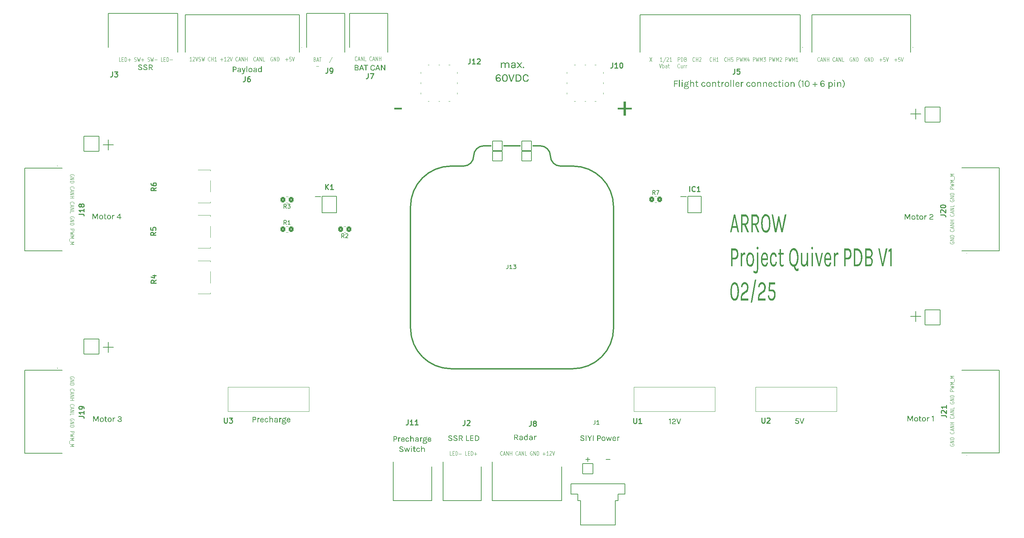
<source format=gto>
G04 #@! TF.GenerationSoftware,KiCad,Pcbnew,8.0.4*
G04 #@! TF.CreationDate,2025-02-19T19:20:14+01:00*
G04 #@! TF.ProjectId,Quiver_PDB_01,51756976-6572-45f5-9044-425f30312e6b,rev?*
G04 #@! TF.SameCoordinates,Original*
G04 #@! TF.FileFunction,Legend,Top*
G04 #@! TF.FilePolarity,Positive*
%FSLAX46Y46*%
G04 Gerber Fmt 4.6, Leading zero omitted, Abs format (unit mm)*
G04 Created by KiCad (PCBNEW 8.0.4) date 2025-02-19 19:20:14*
%MOMM*%
%LPD*%
G01*
G04 APERTURE LIST*
G04 Aperture macros list*
%AMRoundRect*
0 Rectangle with rounded corners*
0 $1 Rounding radius*
0 $2 $3 $4 $5 $6 $7 $8 $9 X,Y pos of 4 corners*
0 Add a 4 corners polygon primitive as box body*
4,1,4,$2,$3,$4,$5,$6,$7,$8,$9,$2,$3,0*
0 Add four circle primitives for the rounded corners*
1,1,$1+$1,$2,$3*
1,1,$1+$1,$4,$5*
1,1,$1+$1,$6,$7*
1,1,$1+$1,$8,$9*
0 Add four rect primitives between the rounded corners*
20,1,$1+$1,$2,$3,$4,$5,0*
20,1,$1+$1,$4,$5,$6,$7,0*
20,1,$1+$1,$6,$7,$8,$9,0*
20,1,$1+$1,$8,$9,$2,$3,0*%
G04 Aperture macros list end*
%ADD10C,0.300000*%
%ADD11C,0.100000*%
%ADD12C,0.500000*%
%ADD13C,0.125000*%
%ADD14C,0.150000*%
%ADD15C,0.254000*%
%ADD16C,0.120000*%
%ADD17C,0.350000*%
%ADD18C,0.200000*%
%ADD19C,0.127000*%
%ADD20RoundRect,0.250000X0.350000X0.450000X-0.350000X0.450000X-0.350000X-0.450000X0.350000X-0.450000X0*%
%ADD21C,2.650000*%
%ADD22C,2.400000*%
%ADD23C,3.054000*%
%ADD24RoundRect,0.102000X1.200000X1.200000X-1.200000X1.200000X-1.200000X-1.200000X1.200000X-1.200000X0*%
%ADD25C,1.550000*%
%ADD26RoundRect,0.250000X-0.350000X-0.450000X0.350000X-0.450000X0.350000X0.450000X-0.350000X0.450000X0*%
%ADD27R,1.950000X1.950000*%
%ADD28C,1.950000*%
%ADD29R,2.025000X2.025000*%
%ADD30C,2.025000*%
%ADD31C,5.000000*%
%ADD32C,2.300000*%
%ADD33R,3.810000X1.620000*%
%ADD34R,8.510000X7.870000*%
%ADD35C,2.754000*%
%ADD36RoundRect,0.102000X1.275000X1.275000X-1.275000X1.275000X-1.275000X-1.275000X1.275000X-1.275000X0*%
%ADD37C,1.712000*%
%ADD38R,1.350000X0.650000*%
%ADD39R,1.500000X0.650000*%
%ADD40RoundRect,0.102000X-1.858000X1.858000X-1.858000X-1.858000X1.858000X-1.858000X1.858000X1.858000X0*%
%ADD41C,3.920000*%
%ADD42O,2.604000X1.404000*%
%ADD43RoundRect,0.102000X1.858000X-1.858000X1.858000X1.858000X-1.858000X1.858000X-1.858000X-1.858000X0*%
G04 APERTURE END LIST*
D10*
G36*
X86632382Y-129353233D02*
G01*
X86705296Y-129365289D01*
X86780953Y-129389512D01*
X86846476Y-129424674D01*
X86894575Y-129463520D01*
X86946346Y-129525436D01*
X86983326Y-129597243D01*
X87003550Y-129668189D01*
X87012448Y-129746708D01*
X87012910Y-129770533D01*
X87007248Y-129850986D01*
X86990260Y-129923725D01*
X86956978Y-129997410D01*
X86908904Y-130061020D01*
X86894575Y-130075348D01*
X86828789Y-130124235D01*
X86760370Y-130155553D01*
X86681819Y-130176177D01*
X86606423Y-130185344D01*
X86552024Y-130187090D01*
X86301797Y-130187090D01*
X86301797Y-130700000D01*
X86111654Y-130700000D01*
X86111654Y-130020394D01*
X86301797Y-130020394D01*
X86552024Y-130020394D01*
X86628316Y-130013918D01*
X86703055Y-129989051D01*
X86751326Y-129954082D01*
X86794972Y-129891920D01*
X86815511Y-129819835D01*
X86818737Y-129771266D01*
X86810772Y-129696754D01*
X86783913Y-129628207D01*
X86751326Y-129585519D01*
X86685913Y-129540687D01*
X86613940Y-129520604D01*
X86552024Y-129516277D01*
X86301797Y-129516277D01*
X86301797Y-130020394D01*
X86111654Y-130020394D01*
X86111654Y-129349214D01*
X86552024Y-129349214D01*
X86632382Y-129353233D01*
G37*
G36*
X87702774Y-129832815D02*
G01*
X87625297Y-129845605D01*
X87554376Y-129892856D01*
X87510275Y-129961069D01*
X87485291Y-130037453D01*
X87473007Y-130111349D01*
X87467568Y-130196615D01*
X87467568Y-130700000D01*
X87277425Y-130700000D01*
X87277425Y-129665753D01*
X87467568Y-129665753D01*
X87455845Y-129871650D01*
X87485812Y-129795950D01*
X87532625Y-129727428D01*
X87592201Y-129680225D01*
X87664539Y-129654339D01*
X87724023Y-129648900D01*
X87799499Y-129656908D01*
X87851884Y-129671615D01*
X87842359Y-129858094D01*
X87769544Y-129839135D01*
X87702774Y-129832815D01*
G37*
G36*
X88529831Y-129648623D02*
G01*
X88610783Y-129670607D01*
X88681110Y-129708790D01*
X88740813Y-129763171D01*
X88776954Y-129811933D01*
X88812263Y-129878140D01*
X88837679Y-129950092D01*
X88853204Y-130027788D01*
X88858837Y-130111229D01*
X88855974Y-130185151D01*
X88850960Y-130231420D01*
X88162195Y-130231420D01*
X88167962Y-130307048D01*
X88187897Y-130382854D01*
X88222072Y-130450001D01*
X88235101Y-130468457D01*
X88292317Y-130523315D01*
X88363212Y-130555402D01*
X88439533Y-130564811D01*
X88518468Y-130556028D01*
X88588844Y-130524481D01*
X88638063Y-130469990D01*
X88666124Y-130392555D01*
X88668144Y-130381263D01*
X88862683Y-130381263D01*
X88844159Y-130461016D01*
X88814598Y-130530281D01*
X88768150Y-130595670D01*
X88722366Y-130637351D01*
X88653780Y-130678793D01*
X88576616Y-130706671D01*
X88500824Y-130720067D01*
X88439533Y-130723080D01*
X88364253Y-130717877D01*
X88283395Y-130698653D01*
X88210040Y-130665264D01*
X88144188Y-130617709D01*
X88101745Y-130575069D01*
X88057670Y-130516040D01*
X88022713Y-130450236D01*
X87996876Y-130377658D01*
X87980158Y-130298304D01*
X87972559Y-130212175D01*
X87972052Y-130181960D01*
X87975245Y-130107765D01*
X87979128Y-130081577D01*
X88165492Y-130081577D01*
X88679135Y-130081577D01*
X88673262Y-130003458D01*
X88652167Y-129928949D01*
X88610098Y-129863956D01*
X88556403Y-129822923D01*
X88483564Y-129801105D01*
X88443929Y-129798743D01*
X88365108Y-129808700D01*
X88292946Y-129842274D01*
X88248291Y-129883007D01*
X88206109Y-129944488D01*
X88178301Y-130013069D01*
X88165492Y-130081577D01*
X87979128Y-130081577D01*
X87987507Y-130025058D01*
X88008965Y-129949255D01*
X88039619Y-129880355D01*
X88079470Y-129818360D01*
X88102844Y-129789951D01*
X88164381Y-129732564D01*
X88234227Y-129689272D01*
X88312383Y-129660075D01*
X88385988Y-129646268D01*
X88451989Y-129642672D01*
X88529831Y-129648623D01*
G37*
G36*
X89508950Y-129642672D02*
G01*
X89585516Y-129647195D01*
X89664261Y-129663441D01*
X89733664Y-129691502D01*
X89800576Y-129737194D01*
X89856015Y-129795058D01*
X89899919Y-129862310D01*
X89929263Y-129929973D01*
X89945290Y-129985589D01*
X89753315Y-130002076D01*
X89724725Y-129933551D01*
X89679865Y-129873568D01*
X89665754Y-129861025D01*
X89600838Y-129824149D01*
X89537893Y-129813764D01*
X89461858Y-129823281D01*
X89389294Y-129855734D01*
X89333395Y-129905222D01*
X89328332Y-129911217D01*
X89286022Y-129979209D01*
X89261340Y-130052516D01*
X89250057Y-130127311D01*
X89248099Y-130178663D01*
X89252976Y-130259401D01*
X89267608Y-130331620D01*
X89295728Y-130402686D01*
X89326134Y-130450505D01*
X89378785Y-130504022D01*
X89445130Y-130539997D01*
X89520307Y-130551988D01*
X89599064Y-130544621D01*
X89669850Y-130517403D01*
X89693231Y-130499598D01*
X89733991Y-130437581D01*
X89749130Y-130363517D01*
X89750018Y-130336933D01*
X89944191Y-130336933D01*
X89938616Y-130411700D01*
X89918592Y-130488305D01*
X89884005Y-130555475D01*
X89834855Y-130613212D01*
X89827687Y-130619766D01*
X89765107Y-130664966D01*
X89693872Y-130697252D01*
X89613982Y-130716623D01*
X89536978Y-130722980D01*
X89525436Y-130723080D01*
X89442061Y-130715945D01*
X89364401Y-130694540D01*
X89292456Y-130658864D01*
X89226226Y-130608918D01*
X89190946Y-130573970D01*
X89144256Y-130514516D01*
X89107226Y-130448261D01*
X89079856Y-130375206D01*
X89062146Y-130295350D01*
X89054096Y-130208694D01*
X89053559Y-130178297D01*
X89056887Y-130103838D01*
X89069664Y-130021028D01*
X89092023Y-129945354D01*
X89123966Y-129876815D01*
X89165491Y-129815412D01*
X89189847Y-129787386D01*
X89251699Y-129730999D01*
X89318004Y-129688461D01*
X89388762Y-129659772D01*
X89463973Y-129644933D01*
X89508950Y-129642672D01*
G37*
G36*
X90432921Y-129813764D02*
G01*
X90476468Y-129747099D01*
X90535302Y-129696807D01*
X90609424Y-129662889D01*
X90685124Y-129646849D01*
X90756787Y-129642672D01*
X90833678Y-129648510D01*
X90912023Y-129669479D01*
X90980201Y-129705697D01*
X91038212Y-129757166D01*
X91044749Y-129764672D01*
X91089949Y-129830938D01*
X91122235Y-129908103D01*
X91139891Y-129984564D01*
X91147660Y-130069369D01*
X91148064Y-130095132D01*
X91148064Y-130700000D01*
X90960119Y-130700000D01*
X90960119Y-130095132D01*
X90954960Y-130021562D01*
X90934645Y-129946755D01*
X90894906Y-129884106D01*
X90832307Y-129838563D01*
X90757457Y-129817130D01*
X90706228Y-129813764D01*
X90627269Y-129826146D01*
X90559653Y-129863289D01*
X90508025Y-129918545D01*
X90471720Y-129983914D01*
X90447296Y-130062556D01*
X90435561Y-130143602D01*
X90432921Y-130211270D01*
X90432921Y-130700000D01*
X90242778Y-130700000D01*
X90242778Y-129239305D01*
X90432921Y-129239305D01*
X90432921Y-129813764D01*
G37*
G36*
X91992469Y-129647371D02*
G01*
X92064680Y-129661466D01*
X92137461Y-129689080D01*
X92199845Y-129728968D01*
X92213817Y-129740858D01*
X92266593Y-129804086D01*
X92299005Y-129873718D01*
X92316170Y-129945014D01*
X92322887Y-130025988D01*
X92322994Y-130038346D01*
X92322994Y-130700000D01*
X92157031Y-130700000D01*
X92143109Y-130561880D01*
X92100872Y-130624692D01*
X92042120Y-130672076D01*
X91966854Y-130704032D01*
X91889196Y-130719145D01*
X91815213Y-130723080D01*
X91735758Y-130717219D01*
X91664454Y-130699633D01*
X91593981Y-130665836D01*
X91546302Y-130629291D01*
X91497245Y-130572648D01*
X91461567Y-130501078D01*
X91446404Y-130428896D01*
X91444819Y-130394452D01*
X91444995Y-130392986D01*
X91645586Y-130392986D01*
X91658318Y-130470884D01*
X91703076Y-130531916D01*
X91769914Y-130562519D01*
X91849285Y-130571039D01*
X91926154Y-130561126D01*
X91995058Y-130531385D01*
X92050785Y-130487142D01*
X92098760Y-130424319D01*
X92126820Y-130351712D01*
X92135049Y-130277215D01*
X92058909Y-130258265D01*
X91979883Y-130244484D01*
X91906725Y-130238359D01*
X91885921Y-130238014D01*
X91809947Y-130243321D01*
X91736937Y-130262925D01*
X91710799Y-130275750D01*
X91658069Y-130331237D01*
X91645586Y-130392986D01*
X91444995Y-130392986D01*
X91453716Y-130320215D01*
X91484470Y-130249217D01*
X91537192Y-130190313D01*
X91557293Y-130175000D01*
X91624938Y-130136923D01*
X91700930Y-130111308D01*
X91775485Y-130099000D01*
X91835730Y-130096231D01*
X91916536Y-130099345D01*
X91993358Y-130108688D01*
X92066196Y-130124258D01*
X92135049Y-130146057D01*
X92135049Y-130033949D01*
X92129790Y-129958766D01*
X92109594Y-129888287D01*
X92081194Y-129846004D01*
X92014973Y-129804239D01*
X91942421Y-129790806D01*
X91923291Y-129790317D01*
X91845408Y-129797029D01*
X91772824Y-129821452D01*
X91756595Y-129830983D01*
X91707998Y-129890425D01*
X91694374Y-129963755D01*
X91694313Y-129969836D01*
X91486951Y-129969836D01*
X91493257Y-129895421D01*
X91517471Y-129818828D01*
X91559846Y-129756094D01*
X91620382Y-129707219D01*
X91699079Y-129672202D01*
X91745238Y-129659891D01*
X91820263Y-129647532D01*
X91895517Y-129642824D01*
X91912300Y-129642672D01*
X91992469Y-129647371D01*
G37*
G36*
X93108845Y-129832815D02*
G01*
X93031368Y-129845605D01*
X92960447Y-129892856D01*
X92916346Y-129961069D01*
X92891362Y-130037453D01*
X92879078Y-130111349D01*
X92873639Y-130196615D01*
X92873639Y-130700000D01*
X92683496Y-130700000D01*
X92683496Y-129665753D01*
X92873639Y-129665753D01*
X92861916Y-129871650D01*
X92891883Y-129795950D01*
X92938696Y-129727428D01*
X92998272Y-129680225D01*
X93070610Y-129654339D01*
X93130094Y-129648900D01*
X93205570Y-129656908D01*
X93257956Y-129671615D01*
X93248430Y-129858094D01*
X93175615Y-129839135D01*
X93108845Y-129832815D01*
G37*
G36*
X94379397Y-129659525D02*
G01*
X94297835Y-129668318D01*
X94227181Y-129704038D01*
X94189628Y-129775067D01*
X94186689Y-129800209D01*
X94228614Y-129867184D01*
X94253137Y-129943683D01*
X94260328Y-130021493D01*
X94252772Y-130101498D01*
X94230103Y-130174084D01*
X94192322Y-130239251D01*
X94139428Y-130296999D01*
X94075314Y-130344122D01*
X94003873Y-130377782D01*
X93925105Y-130397978D01*
X93850172Y-130404605D01*
X93839009Y-130404710D01*
X93765114Y-130400023D01*
X93690854Y-130384041D01*
X93623954Y-130356716D01*
X93558374Y-130391521D01*
X93528085Y-130460751D01*
X93527966Y-130466625D01*
X93561275Y-130534997D01*
X93634181Y-130561857D01*
X93701989Y-130566643D01*
X94094365Y-130566643D01*
X94171307Y-130571656D01*
X94245854Y-130588987D01*
X94314549Y-130622349D01*
X94325541Y-130630024D01*
X94378229Y-130684395D01*
X94406599Y-130752985D01*
X94412003Y-130806612D01*
X94401676Y-130886914D01*
X94370695Y-130961858D01*
X94326645Y-131023039D01*
X94266781Y-131080118D01*
X94246773Y-131095673D01*
X94181810Y-131137632D01*
X94110846Y-131170909D01*
X94033879Y-131195506D01*
X93950911Y-131211421D01*
X93877185Y-131218053D01*
X93830949Y-131219138D01*
X93755197Y-131216830D01*
X93671048Y-131207969D01*
X93594266Y-131192461D01*
X93513998Y-131165969D01*
X93443759Y-131130431D01*
X93434543Y-131124616D01*
X93370910Y-131074172D01*
X93321055Y-131009814D01*
X93294210Y-130937399D01*
X93289097Y-130884647D01*
X93290023Y-130878053D01*
X93477408Y-130878053D01*
X93500982Y-130951410D01*
X93555800Y-131003903D01*
X93560939Y-131007379D01*
X93629146Y-131038875D01*
X93700987Y-131054921D01*
X93776962Y-131061836D01*
X93819226Y-131062700D01*
X93892824Y-131059141D01*
X93969938Y-131046359D01*
X94047768Y-131020866D01*
X94109020Y-130988328D01*
X94169685Y-130939785D01*
X94212824Y-130875488D01*
X94224058Y-130816870D01*
X94198182Y-130747779D01*
X94192551Y-130741765D01*
X94121979Y-130712114D01*
X94094365Y-130710624D01*
X93687335Y-130710624D01*
X93611614Y-130720550D01*
X93540998Y-130751026D01*
X93530531Y-130758984D01*
X93487576Y-130818657D01*
X93477408Y-130878053D01*
X93290023Y-130878053D01*
X93299896Y-130807781D01*
X93335434Y-130740520D01*
X93345517Y-130728942D01*
X93403402Y-130680216D01*
X93463486Y-130653471D01*
X93403831Y-130608842D01*
X93366994Y-130537641D01*
X93358706Y-130468824D01*
X93375282Y-130395369D01*
X93411096Y-130346092D01*
X93471142Y-130299788D01*
X93518807Y-130281245D01*
X93470104Y-130224261D01*
X93437341Y-130154699D01*
X93421599Y-130082308D01*
X93418057Y-130021493D01*
X93606002Y-130021493D01*
X93614863Y-130094823D01*
X93644463Y-130162404D01*
X93669016Y-130193684D01*
X93733170Y-130239515D01*
X93808313Y-130259092D01*
X93841208Y-130260729D01*
X93916221Y-130251198D01*
X93982601Y-130219361D01*
X94011933Y-130192951D01*
X94052258Y-130131659D01*
X94072026Y-130058516D01*
X94074215Y-130020760D01*
X94063936Y-129942454D01*
X94029876Y-129872730D01*
X94011933Y-129851500D01*
X93948571Y-129806921D01*
X93873283Y-129787879D01*
X93840108Y-129786287D01*
X93764374Y-129795458D01*
X93697445Y-129826090D01*
X93667917Y-129851500D01*
X93625592Y-129915954D01*
X93607513Y-129989618D01*
X93606002Y-130021493D01*
X93418057Y-130021493D01*
X93425590Y-129940595D01*
X93448190Y-129867895D01*
X93485857Y-129803392D01*
X93538591Y-129747086D01*
X93601766Y-129701405D01*
X93670390Y-129668776D01*
X93744464Y-129649198D01*
X93823988Y-129642672D01*
X93902138Y-129646863D01*
X93980259Y-129661594D01*
X94054891Y-129690402D01*
X94087404Y-129709717D01*
X94108585Y-129635248D01*
X94151292Y-129569607D01*
X94178263Y-129542288D01*
X94245668Y-129499201D01*
X94322573Y-129477173D01*
X94396249Y-129471580D01*
X94379397Y-129659525D01*
G37*
G36*
X95078959Y-129648623D02*
G01*
X95159910Y-129670607D01*
X95230238Y-129708790D01*
X95289941Y-129763171D01*
X95326082Y-129811933D01*
X95361390Y-129878140D01*
X95386807Y-129950092D01*
X95402331Y-130027788D01*
X95407964Y-130111229D01*
X95405102Y-130185151D01*
X95400087Y-130231420D01*
X94711323Y-130231420D01*
X94717090Y-130307048D01*
X94737025Y-130382854D01*
X94771200Y-130450001D01*
X94784229Y-130468457D01*
X94841444Y-130523315D01*
X94912339Y-130555402D01*
X94988660Y-130564811D01*
X95067595Y-130556028D01*
X95137972Y-130524481D01*
X95187190Y-130469990D01*
X95215252Y-130392555D01*
X95217272Y-130381263D01*
X95411811Y-130381263D01*
X95393287Y-130461016D01*
X95363726Y-130530281D01*
X95317277Y-130595670D01*
X95271494Y-130637351D01*
X95202908Y-130678793D01*
X95125744Y-130706671D01*
X95049952Y-130720067D01*
X94988660Y-130723080D01*
X94913381Y-130717877D01*
X94832523Y-130698653D01*
X94759168Y-130665264D01*
X94693316Y-130617709D01*
X94650873Y-130575069D01*
X94606797Y-130516040D01*
X94571841Y-130450236D01*
X94546004Y-130377658D01*
X94529285Y-130298304D01*
X94521686Y-130212175D01*
X94521180Y-130181960D01*
X94524373Y-130107765D01*
X94528256Y-130081577D01*
X94714620Y-130081577D01*
X95228263Y-130081577D01*
X95222390Y-130003458D01*
X95201295Y-129928949D01*
X95159226Y-129863956D01*
X95105531Y-129822923D01*
X95032691Y-129801105D01*
X94993057Y-129798743D01*
X94914236Y-129808700D01*
X94842073Y-129842274D01*
X94797418Y-129883007D01*
X94755237Y-129944488D01*
X94727428Y-130013069D01*
X94714620Y-130081577D01*
X94528256Y-130081577D01*
X94536635Y-130025058D01*
X94558093Y-129949255D01*
X94588747Y-129880355D01*
X94628598Y-129818360D01*
X94651972Y-129789951D01*
X94713508Y-129732564D01*
X94783355Y-129689272D01*
X94861511Y-129660075D01*
X94935116Y-129646268D01*
X95001117Y-129642672D01*
X95078959Y-129648623D01*
G37*
G36*
X188656525Y-129953995D02*
G01*
X188736626Y-129937360D01*
X188810003Y-129909713D01*
X188876657Y-129871054D01*
X188910782Y-129844818D01*
X189062090Y-129844818D01*
X189062090Y-131200000D01*
X188874146Y-131200000D01*
X188874146Y-130076360D01*
X188807769Y-130109974D01*
X188732560Y-130131726D01*
X188656525Y-130141207D01*
X188656525Y-129953995D01*
G37*
G36*
X189573169Y-131022679D02*
G01*
X190343266Y-131022679D01*
X190343266Y-131200000D01*
X189383026Y-131200000D01*
X189383026Y-130991905D01*
X189389440Y-130906124D01*
X189408683Y-130829308D01*
X189440754Y-130761456D01*
X189485653Y-130702568D01*
X189543381Y-130652646D01*
X189565475Y-130637997D01*
X189630780Y-130601838D01*
X189694069Y-130573883D01*
X189955653Y-130468370D01*
X190022015Y-130435930D01*
X190082084Y-130389357D01*
X190127851Y-130324625D01*
X190149209Y-130247620D01*
X190150925Y-130215579D01*
X190138233Y-130138071D01*
X190100155Y-130074168D01*
X190084613Y-130058408D01*
X190021902Y-130018795D01*
X189947808Y-130000153D01*
X189897401Y-129997226D01*
X189819442Y-130003156D01*
X189746738Y-130023155D01*
X189700663Y-130047418D01*
X189646477Y-130102906D01*
X189617385Y-130175152D01*
X189611637Y-130208251D01*
X189405374Y-130208251D01*
X189416288Y-130129176D01*
X189438773Y-130059287D01*
X189478638Y-129990663D01*
X189533616Y-129934036D01*
X189549721Y-129921755D01*
X189620590Y-129879920D01*
X189690076Y-129853120D01*
X189766539Y-129835471D01*
X189849979Y-129826974D01*
X189887876Y-129826133D01*
X189962296Y-129830101D01*
X190042413Y-129844757D01*
X190115308Y-129870212D01*
X190180979Y-129906466D01*
X190223465Y-129938974D01*
X190280526Y-129998737D01*
X190321284Y-130065186D01*
X190345739Y-130138322D01*
X190353891Y-130218143D01*
X190348533Y-130297026D01*
X190329696Y-130375533D01*
X190297296Y-130443201D01*
X190268162Y-130482292D01*
X190214983Y-130534008D01*
X190151894Y-130579523D01*
X190087494Y-130614774D01*
X190034055Y-130637997D01*
X189766243Y-130745708D01*
X189699318Y-130777925D01*
X189636093Y-130822254D01*
X189620063Y-130838032D01*
X189582145Y-130905175D01*
X189573169Y-130971022D01*
X189573169Y-131022679D01*
G37*
G36*
X190699006Y-129849214D02*
G01*
X191070499Y-130940980D01*
X191443825Y-129849214D01*
X191643859Y-129849214D01*
X191165388Y-131200000D01*
X190975245Y-131200000D01*
X190498971Y-129849214D01*
X190699006Y-129849214D01*
G37*
G36*
X220517900Y-130657798D02*
G01*
X220506810Y-130576495D01*
X220465840Y-130502902D01*
X220406695Y-130458045D01*
X220325371Y-130430010D01*
X220240658Y-130419496D01*
X220202460Y-130418562D01*
X219832798Y-130418562D01*
X219892149Y-129749214D01*
X220650890Y-129749214D01*
X220650890Y-129924703D01*
X220073866Y-129924703D01*
X220040527Y-130280443D01*
X220118768Y-130269768D01*
X220192493Y-130264745D01*
X220236165Y-130263956D01*
X220315875Y-130267447D01*
X220389042Y-130277918D01*
X220466134Y-130298958D01*
X220534320Y-130329500D01*
X220585677Y-130363241D01*
X220641937Y-130418974D01*
X220682122Y-130487255D01*
X220704099Y-130557295D01*
X220713769Y-130636941D01*
X220714271Y-130661461D01*
X220707837Y-130745395D01*
X220688535Y-130822808D01*
X220656366Y-130893698D01*
X220611328Y-130958068D01*
X220579815Y-130991922D01*
X220517452Y-131043028D01*
X220447691Y-131081581D01*
X220370531Y-131107582D01*
X220285974Y-131121031D01*
X220234334Y-131123080D01*
X220157878Y-131119307D01*
X220075452Y-131105364D01*
X220000318Y-131081149D01*
X219932478Y-131046660D01*
X219888486Y-131015736D01*
X219835953Y-130964159D01*
X219791714Y-130894310D01*
X219766830Y-130823649D01*
X219754849Y-130744083D01*
X219753664Y-130707257D01*
X219943807Y-130707257D01*
X219954363Y-130787330D01*
X219991473Y-130858637D01*
X220055303Y-130910064D01*
X220112701Y-130933304D01*
X220187158Y-130946227D01*
X220229937Y-130947958D01*
X220306058Y-130939944D01*
X220378386Y-130912616D01*
X220438765Y-130865893D01*
X220483819Y-130804278D01*
X220510172Y-130732273D01*
X220517900Y-130657798D01*
G37*
G36*
X221035572Y-129749214D02*
G01*
X221407066Y-130840980D01*
X221780391Y-129749214D01*
X221980426Y-129749214D01*
X221501954Y-131100000D01*
X221311811Y-131100000D01*
X220835537Y-129749214D01*
X221035572Y-129749214D01*
G37*
D11*
X135137217Y-138872419D02*
X134756265Y-138872419D01*
X134756265Y-138872419D02*
X134756265Y-137872419D01*
X135403884Y-138348609D02*
X135670550Y-138348609D01*
X135784836Y-138872419D02*
X135403884Y-138872419D01*
X135403884Y-138872419D02*
X135403884Y-137872419D01*
X135403884Y-137872419D02*
X135784836Y-137872419D01*
X136127694Y-138872419D02*
X136127694Y-137872419D01*
X136127694Y-137872419D02*
X136318170Y-137872419D01*
X136318170Y-137872419D02*
X136432456Y-137920038D01*
X136432456Y-137920038D02*
X136508646Y-138015276D01*
X136508646Y-138015276D02*
X136546741Y-138110514D01*
X136546741Y-138110514D02*
X136584837Y-138300990D01*
X136584837Y-138300990D02*
X136584837Y-138443847D01*
X136584837Y-138443847D02*
X136546741Y-138634323D01*
X136546741Y-138634323D02*
X136508646Y-138729561D01*
X136508646Y-138729561D02*
X136432456Y-138824800D01*
X136432456Y-138824800D02*
X136318170Y-138872419D01*
X136318170Y-138872419D02*
X136127694Y-138872419D01*
X136927694Y-138491466D02*
X137537218Y-138491466D01*
X138908646Y-138872419D02*
X138527694Y-138872419D01*
X138527694Y-138872419D02*
X138527694Y-137872419D01*
X139175313Y-138348609D02*
X139441979Y-138348609D01*
X139556265Y-138872419D02*
X139175313Y-138872419D01*
X139175313Y-138872419D02*
X139175313Y-137872419D01*
X139175313Y-137872419D02*
X139556265Y-137872419D01*
X139899123Y-138872419D02*
X139899123Y-137872419D01*
X139899123Y-137872419D02*
X140089599Y-137872419D01*
X140089599Y-137872419D02*
X140203885Y-137920038D01*
X140203885Y-137920038D02*
X140280075Y-138015276D01*
X140280075Y-138015276D02*
X140318170Y-138110514D01*
X140318170Y-138110514D02*
X140356266Y-138300990D01*
X140356266Y-138300990D02*
X140356266Y-138443847D01*
X140356266Y-138443847D02*
X140318170Y-138634323D01*
X140318170Y-138634323D02*
X140280075Y-138729561D01*
X140280075Y-138729561D02*
X140203885Y-138824800D01*
X140203885Y-138824800D02*
X140089599Y-138872419D01*
X140089599Y-138872419D02*
X139899123Y-138872419D01*
X140699123Y-138491466D02*
X141308647Y-138491466D01*
X141003885Y-138872419D02*
X141003885Y-138110514D01*
X147613408Y-138777180D02*
X147575312Y-138824800D01*
X147575312Y-138824800D02*
X147461027Y-138872419D01*
X147461027Y-138872419D02*
X147384836Y-138872419D01*
X147384836Y-138872419D02*
X147270550Y-138824800D01*
X147270550Y-138824800D02*
X147194360Y-138729561D01*
X147194360Y-138729561D02*
X147156265Y-138634323D01*
X147156265Y-138634323D02*
X147118169Y-138443847D01*
X147118169Y-138443847D02*
X147118169Y-138300990D01*
X147118169Y-138300990D02*
X147156265Y-138110514D01*
X147156265Y-138110514D02*
X147194360Y-138015276D01*
X147194360Y-138015276D02*
X147270550Y-137920038D01*
X147270550Y-137920038D02*
X147384836Y-137872419D01*
X147384836Y-137872419D02*
X147461027Y-137872419D01*
X147461027Y-137872419D02*
X147575312Y-137920038D01*
X147575312Y-137920038D02*
X147613408Y-137967657D01*
X147918169Y-138586704D02*
X148299122Y-138586704D01*
X147841979Y-138872419D02*
X148108646Y-137872419D01*
X148108646Y-137872419D02*
X148375312Y-138872419D01*
X148641979Y-138872419D02*
X148641979Y-137872419D01*
X148641979Y-137872419D02*
X149099122Y-138872419D01*
X149099122Y-138872419D02*
X149099122Y-137872419D01*
X149480074Y-138872419D02*
X149480074Y-137872419D01*
X149480074Y-138348609D02*
X149937217Y-138348609D01*
X149937217Y-138872419D02*
X149937217Y-137872419D01*
X151384836Y-138777180D02*
X151346740Y-138824800D01*
X151346740Y-138824800D02*
X151232455Y-138872419D01*
X151232455Y-138872419D02*
X151156264Y-138872419D01*
X151156264Y-138872419D02*
X151041978Y-138824800D01*
X151041978Y-138824800D02*
X150965788Y-138729561D01*
X150965788Y-138729561D02*
X150927693Y-138634323D01*
X150927693Y-138634323D02*
X150889597Y-138443847D01*
X150889597Y-138443847D02*
X150889597Y-138300990D01*
X150889597Y-138300990D02*
X150927693Y-138110514D01*
X150927693Y-138110514D02*
X150965788Y-138015276D01*
X150965788Y-138015276D02*
X151041978Y-137920038D01*
X151041978Y-137920038D02*
X151156264Y-137872419D01*
X151156264Y-137872419D02*
X151232455Y-137872419D01*
X151232455Y-137872419D02*
X151346740Y-137920038D01*
X151346740Y-137920038D02*
X151384836Y-137967657D01*
X151689597Y-138586704D02*
X152070550Y-138586704D01*
X151613407Y-138872419D02*
X151880074Y-137872419D01*
X151880074Y-137872419D02*
X152146740Y-138872419D01*
X152413407Y-138872419D02*
X152413407Y-137872419D01*
X152413407Y-137872419D02*
X152870550Y-138872419D01*
X152870550Y-138872419D02*
X152870550Y-137872419D01*
X153632454Y-138872419D02*
X153251502Y-138872419D01*
X153251502Y-138872419D02*
X153251502Y-137872419D01*
X154927692Y-137920038D02*
X154851502Y-137872419D01*
X154851502Y-137872419D02*
X154737216Y-137872419D01*
X154737216Y-137872419D02*
X154622930Y-137920038D01*
X154622930Y-137920038D02*
X154546740Y-138015276D01*
X154546740Y-138015276D02*
X154508645Y-138110514D01*
X154508645Y-138110514D02*
X154470549Y-138300990D01*
X154470549Y-138300990D02*
X154470549Y-138443847D01*
X154470549Y-138443847D02*
X154508645Y-138634323D01*
X154508645Y-138634323D02*
X154546740Y-138729561D01*
X154546740Y-138729561D02*
X154622930Y-138824800D01*
X154622930Y-138824800D02*
X154737216Y-138872419D01*
X154737216Y-138872419D02*
X154813407Y-138872419D01*
X154813407Y-138872419D02*
X154927692Y-138824800D01*
X154927692Y-138824800D02*
X154965788Y-138777180D01*
X154965788Y-138777180D02*
X154965788Y-138443847D01*
X154965788Y-138443847D02*
X154813407Y-138443847D01*
X155308645Y-138872419D02*
X155308645Y-137872419D01*
X155308645Y-137872419D02*
X155765788Y-138872419D01*
X155765788Y-138872419D02*
X155765788Y-137872419D01*
X156146740Y-138872419D02*
X156146740Y-137872419D01*
X156146740Y-137872419D02*
X156337216Y-137872419D01*
X156337216Y-137872419D02*
X156451502Y-137920038D01*
X156451502Y-137920038D02*
X156527692Y-138015276D01*
X156527692Y-138015276D02*
X156565787Y-138110514D01*
X156565787Y-138110514D02*
X156603883Y-138300990D01*
X156603883Y-138300990D02*
X156603883Y-138443847D01*
X156603883Y-138443847D02*
X156565787Y-138634323D01*
X156565787Y-138634323D02*
X156527692Y-138729561D01*
X156527692Y-138729561D02*
X156451502Y-138824800D01*
X156451502Y-138824800D02*
X156337216Y-138872419D01*
X156337216Y-138872419D02*
X156146740Y-138872419D01*
X157556264Y-138491466D02*
X158165788Y-138491466D01*
X157861026Y-138872419D02*
X157861026Y-138110514D01*
X158965787Y-138872419D02*
X158508644Y-138872419D01*
X158737216Y-138872419D02*
X158737216Y-137872419D01*
X158737216Y-137872419D02*
X158661025Y-138015276D01*
X158661025Y-138015276D02*
X158584835Y-138110514D01*
X158584835Y-138110514D02*
X158508644Y-138158133D01*
X159270549Y-137967657D02*
X159308645Y-137920038D01*
X159308645Y-137920038D02*
X159384835Y-137872419D01*
X159384835Y-137872419D02*
X159575311Y-137872419D01*
X159575311Y-137872419D02*
X159651502Y-137920038D01*
X159651502Y-137920038D02*
X159689597Y-137967657D01*
X159689597Y-137967657D02*
X159727692Y-138062895D01*
X159727692Y-138062895D02*
X159727692Y-138158133D01*
X159727692Y-138158133D02*
X159689597Y-138300990D01*
X159689597Y-138300990D02*
X159232454Y-138872419D01*
X159232454Y-138872419D02*
X159727692Y-138872419D01*
X159956264Y-137872419D02*
X160222931Y-138872419D01*
X160222931Y-138872419D02*
X160489597Y-137872419D01*
D10*
G36*
X121332382Y-134153233D02*
G01*
X121405296Y-134165289D01*
X121480953Y-134189512D01*
X121546476Y-134224674D01*
X121594575Y-134263520D01*
X121646346Y-134325436D01*
X121683326Y-134397243D01*
X121703550Y-134468189D01*
X121712448Y-134546708D01*
X121712910Y-134570533D01*
X121707248Y-134650986D01*
X121690260Y-134723725D01*
X121656978Y-134797410D01*
X121608904Y-134861020D01*
X121594575Y-134875348D01*
X121528789Y-134924235D01*
X121460370Y-134955553D01*
X121381819Y-134976177D01*
X121306423Y-134985344D01*
X121252024Y-134987090D01*
X121001797Y-134987090D01*
X121001797Y-135500000D01*
X120811654Y-135500000D01*
X120811654Y-134820394D01*
X121001797Y-134820394D01*
X121252024Y-134820394D01*
X121328316Y-134813918D01*
X121403055Y-134789051D01*
X121451326Y-134754082D01*
X121494972Y-134691920D01*
X121515511Y-134619835D01*
X121518737Y-134571266D01*
X121510772Y-134496754D01*
X121483913Y-134428207D01*
X121451326Y-134385519D01*
X121385913Y-134340687D01*
X121313940Y-134320604D01*
X121252024Y-134316277D01*
X121001797Y-134316277D01*
X121001797Y-134820394D01*
X120811654Y-134820394D01*
X120811654Y-134149214D01*
X121252024Y-134149214D01*
X121332382Y-134153233D01*
G37*
G36*
X122402774Y-134632815D02*
G01*
X122325297Y-134645605D01*
X122254376Y-134692856D01*
X122210275Y-134761069D01*
X122185291Y-134837453D01*
X122173007Y-134911349D01*
X122167568Y-134996615D01*
X122167568Y-135500000D01*
X121977425Y-135500000D01*
X121977425Y-134465753D01*
X122167568Y-134465753D01*
X122155845Y-134671650D01*
X122185812Y-134595950D01*
X122232625Y-134527428D01*
X122292201Y-134480225D01*
X122364539Y-134454339D01*
X122424023Y-134448900D01*
X122499499Y-134456908D01*
X122551884Y-134471615D01*
X122542359Y-134658094D01*
X122469544Y-134639135D01*
X122402774Y-134632815D01*
G37*
G36*
X123229831Y-134448623D02*
G01*
X123310783Y-134470607D01*
X123381110Y-134508790D01*
X123440813Y-134563171D01*
X123476954Y-134611933D01*
X123512263Y-134678140D01*
X123537679Y-134750092D01*
X123553204Y-134827788D01*
X123558837Y-134911229D01*
X123555974Y-134985151D01*
X123550960Y-135031420D01*
X122862195Y-135031420D01*
X122867962Y-135107048D01*
X122887897Y-135182854D01*
X122922072Y-135250001D01*
X122935101Y-135268457D01*
X122992317Y-135323315D01*
X123063212Y-135355402D01*
X123139533Y-135364811D01*
X123218468Y-135356028D01*
X123288844Y-135324481D01*
X123338063Y-135269990D01*
X123366124Y-135192555D01*
X123368144Y-135181263D01*
X123562683Y-135181263D01*
X123544159Y-135261016D01*
X123514598Y-135330281D01*
X123468150Y-135395670D01*
X123422366Y-135437351D01*
X123353780Y-135478793D01*
X123276616Y-135506671D01*
X123200824Y-135520067D01*
X123139533Y-135523080D01*
X123064253Y-135517877D01*
X122983395Y-135498653D01*
X122910040Y-135465264D01*
X122844188Y-135417709D01*
X122801745Y-135375069D01*
X122757670Y-135316040D01*
X122722713Y-135250236D01*
X122696876Y-135177658D01*
X122680158Y-135098304D01*
X122672559Y-135012175D01*
X122672052Y-134981960D01*
X122675245Y-134907765D01*
X122679128Y-134881577D01*
X122865492Y-134881577D01*
X123379135Y-134881577D01*
X123373262Y-134803458D01*
X123352167Y-134728949D01*
X123310098Y-134663956D01*
X123256403Y-134622923D01*
X123183564Y-134601105D01*
X123143929Y-134598743D01*
X123065108Y-134608700D01*
X122992946Y-134642274D01*
X122948291Y-134683007D01*
X122906109Y-134744488D01*
X122878301Y-134813069D01*
X122865492Y-134881577D01*
X122679128Y-134881577D01*
X122687507Y-134825058D01*
X122708965Y-134749255D01*
X122739619Y-134680355D01*
X122779470Y-134618360D01*
X122802844Y-134589951D01*
X122864381Y-134532564D01*
X122934227Y-134489272D01*
X123012383Y-134460075D01*
X123085988Y-134446268D01*
X123151989Y-134442672D01*
X123229831Y-134448623D01*
G37*
G36*
X124208950Y-134442672D02*
G01*
X124285516Y-134447195D01*
X124364261Y-134463441D01*
X124433664Y-134491502D01*
X124500576Y-134537194D01*
X124556015Y-134595058D01*
X124599919Y-134662310D01*
X124629263Y-134729973D01*
X124645290Y-134785589D01*
X124453315Y-134802076D01*
X124424725Y-134733551D01*
X124379865Y-134673568D01*
X124365754Y-134661025D01*
X124300838Y-134624149D01*
X124237893Y-134613764D01*
X124161858Y-134623281D01*
X124089294Y-134655734D01*
X124033395Y-134705222D01*
X124028332Y-134711217D01*
X123986022Y-134779209D01*
X123961340Y-134852516D01*
X123950057Y-134927311D01*
X123948099Y-134978663D01*
X123952976Y-135059401D01*
X123967608Y-135131620D01*
X123995728Y-135202686D01*
X124026134Y-135250505D01*
X124078785Y-135304022D01*
X124145130Y-135339997D01*
X124220307Y-135351988D01*
X124299064Y-135344621D01*
X124369850Y-135317403D01*
X124393231Y-135299598D01*
X124433991Y-135237581D01*
X124449130Y-135163517D01*
X124450018Y-135136933D01*
X124644191Y-135136933D01*
X124638616Y-135211700D01*
X124618592Y-135288305D01*
X124584005Y-135355475D01*
X124534855Y-135413212D01*
X124527687Y-135419766D01*
X124465107Y-135464966D01*
X124393872Y-135497252D01*
X124313982Y-135516623D01*
X124236978Y-135522980D01*
X124225436Y-135523080D01*
X124142061Y-135515945D01*
X124064401Y-135494540D01*
X123992456Y-135458864D01*
X123926226Y-135408918D01*
X123890946Y-135373970D01*
X123844256Y-135314516D01*
X123807226Y-135248261D01*
X123779856Y-135175206D01*
X123762146Y-135095350D01*
X123754096Y-135008694D01*
X123753559Y-134978297D01*
X123756887Y-134903838D01*
X123769664Y-134821028D01*
X123792023Y-134745354D01*
X123823966Y-134676815D01*
X123865491Y-134615412D01*
X123889847Y-134587386D01*
X123951699Y-134530999D01*
X124018004Y-134488461D01*
X124088762Y-134459772D01*
X124163973Y-134444933D01*
X124208950Y-134442672D01*
G37*
G36*
X125132921Y-134613764D02*
G01*
X125176468Y-134547099D01*
X125235302Y-134496807D01*
X125309424Y-134462889D01*
X125385124Y-134446849D01*
X125456787Y-134442672D01*
X125533678Y-134448510D01*
X125612023Y-134469479D01*
X125680201Y-134505697D01*
X125738212Y-134557166D01*
X125744749Y-134564672D01*
X125789949Y-134630938D01*
X125822235Y-134708103D01*
X125839891Y-134784564D01*
X125847660Y-134869369D01*
X125848064Y-134895132D01*
X125848064Y-135500000D01*
X125660119Y-135500000D01*
X125660119Y-134895132D01*
X125654960Y-134821562D01*
X125634645Y-134746755D01*
X125594906Y-134684106D01*
X125532307Y-134638563D01*
X125457457Y-134617130D01*
X125406228Y-134613764D01*
X125327269Y-134626146D01*
X125259653Y-134663289D01*
X125208025Y-134718545D01*
X125171720Y-134783914D01*
X125147296Y-134862556D01*
X125135561Y-134943602D01*
X125132921Y-135011270D01*
X125132921Y-135500000D01*
X124942778Y-135500000D01*
X124942778Y-134039305D01*
X125132921Y-134039305D01*
X125132921Y-134613764D01*
G37*
G36*
X126692469Y-134447371D02*
G01*
X126764680Y-134461466D01*
X126837461Y-134489080D01*
X126899845Y-134528968D01*
X126913817Y-134540858D01*
X126966593Y-134604086D01*
X126999005Y-134673718D01*
X127016170Y-134745014D01*
X127022887Y-134825988D01*
X127022994Y-134838346D01*
X127022994Y-135500000D01*
X126857031Y-135500000D01*
X126843109Y-135361880D01*
X126800872Y-135424692D01*
X126742120Y-135472076D01*
X126666854Y-135504032D01*
X126589196Y-135519145D01*
X126515213Y-135523080D01*
X126435758Y-135517219D01*
X126364454Y-135499633D01*
X126293981Y-135465836D01*
X126246302Y-135429291D01*
X126197245Y-135372648D01*
X126161567Y-135301078D01*
X126146404Y-135228896D01*
X126144819Y-135194452D01*
X126144995Y-135192986D01*
X126345586Y-135192986D01*
X126358318Y-135270884D01*
X126403076Y-135331916D01*
X126469914Y-135362519D01*
X126549285Y-135371039D01*
X126626154Y-135361126D01*
X126695058Y-135331385D01*
X126750785Y-135287142D01*
X126798760Y-135224319D01*
X126826820Y-135151712D01*
X126835049Y-135077215D01*
X126758909Y-135058265D01*
X126679883Y-135044484D01*
X126606725Y-135038359D01*
X126585921Y-135038014D01*
X126509947Y-135043321D01*
X126436937Y-135062925D01*
X126410799Y-135075750D01*
X126358069Y-135131237D01*
X126345586Y-135192986D01*
X126144995Y-135192986D01*
X126153716Y-135120215D01*
X126184470Y-135049217D01*
X126237192Y-134990313D01*
X126257293Y-134975000D01*
X126324938Y-134936923D01*
X126400930Y-134911308D01*
X126475485Y-134899000D01*
X126535730Y-134896231D01*
X126616536Y-134899345D01*
X126693358Y-134908688D01*
X126766196Y-134924258D01*
X126835049Y-134946057D01*
X126835049Y-134833949D01*
X126829790Y-134758766D01*
X126809594Y-134688287D01*
X126781194Y-134646004D01*
X126714973Y-134604239D01*
X126642421Y-134590806D01*
X126623291Y-134590317D01*
X126545408Y-134597029D01*
X126472824Y-134621452D01*
X126456595Y-134630983D01*
X126407998Y-134690425D01*
X126394374Y-134763755D01*
X126394313Y-134769836D01*
X126186951Y-134769836D01*
X126193257Y-134695421D01*
X126217471Y-134618828D01*
X126259846Y-134556094D01*
X126320382Y-134507219D01*
X126399079Y-134472202D01*
X126445238Y-134459891D01*
X126520263Y-134447532D01*
X126595517Y-134442824D01*
X126612300Y-134442672D01*
X126692469Y-134447371D01*
G37*
G36*
X127808845Y-134632815D02*
G01*
X127731368Y-134645605D01*
X127660447Y-134692856D01*
X127616346Y-134761069D01*
X127591362Y-134837453D01*
X127579078Y-134911349D01*
X127573639Y-134996615D01*
X127573639Y-135500000D01*
X127383496Y-135500000D01*
X127383496Y-134465753D01*
X127573639Y-134465753D01*
X127561916Y-134671650D01*
X127591883Y-134595950D01*
X127638696Y-134527428D01*
X127698272Y-134480225D01*
X127770610Y-134454339D01*
X127830094Y-134448900D01*
X127905570Y-134456908D01*
X127957956Y-134471615D01*
X127948430Y-134658094D01*
X127875615Y-134639135D01*
X127808845Y-134632815D01*
G37*
G36*
X129079397Y-134459525D02*
G01*
X128997835Y-134468318D01*
X128927181Y-134504038D01*
X128889628Y-134575067D01*
X128886689Y-134600209D01*
X128928614Y-134667184D01*
X128953137Y-134743683D01*
X128960328Y-134821493D01*
X128952772Y-134901498D01*
X128930103Y-134974084D01*
X128892322Y-135039251D01*
X128839428Y-135096999D01*
X128775314Y-135144122D01*
X128703873Y-135177782D01*
X128625105Y-135197978D01*
X128550172Y-135204605D01*
X128539009Y-135204710D01*
X128465114Y-135200023D01*
X128390854Y-135184041D01*
X128323954Y-135156716D01*
X128258374Y-135191521D01*
X128228085Y-135260751D01*
X128227966Y-135266625D01*
X128261275Y-135334997D01*
X128334181Y-135361857D01*
X128401989Y-135366643D01*
X128794365Y-135366643D01*
X128871307Y-135371656D01*
X128945854Y-135388987D01*
X129014549Y-135422349D01*
X129025541Y-135430024D01*
X129078229Y-135484395D01*
X129106599Y-135552985D01*
X129112003Y-135606612D01*
X129101676Y-135686914D01*
X129070695Y-135761858D01*
X129026645Y-135823039D01*
X128966781Y-135880118D01*
X128946773Y-135895673D01*
X128881810Y-135937632D01*
X128810846Y-135970909D01*
X128733879Y-135995506D01*
X128650911Y-136011421D01*
X128577185Y-136018053D01*
X128530949Y-136019138D01*
X128455197Y-136016830D01*
X128371048Y-136007969D01*
X128294266Y-135992461D01*
X128213998Y-135965969D01*
X128143759Y-135930431D01*
X128134543Y-135924616D01*
X128070910Y-135874172D01*
X128021055Y-135809814D01*
X127994210Y-135737399D01*
X127989097Y-135684647D01*
X127990023Y-135678053D01*
X128177408Y-135678053D01*
X128200982Y-135751410D01*
X128255800Y-135803903D01*
X128260939Y-135807379D01*
X128329146Y-135838875D01*
X128400987Y-135854921D01*
X128476962Y-135861836D01*
X128519226Y-135862700D01*
X128592824Y-135859141D01*
X128669938Y-135846359D01*
X128747768Y-135820866D01*
X128809020Y-135788328D01*
X128869685Y-135739785D01*
X128912824Y-135675488D01*
X128924058Y-135616870D01*
X128898182Y-135547779D01*
X128892551Y-135541765D01*
X128821979Y-135512114D01*
X128794365Y-135510624D01*
X128387335Y-135510624D01*
X128311614Y-135520550D01*
X128240998Y-135551026D01*
X128230531Y-135558984D01*
X128187576Y-135618657D01*
X128177408Y-135678053D01*
X127990023Y-135678053D01*
X127999896Y-135607781D01*
X128035434Y-135540520D01*
X128045517Y-135528942D01*
X128103402Y-135480216D01*
X128163486Y-135453471D01*
X128103831Y-135408842D01*
X128066994Y-135337641D01*
X128058706Y-135268824D01*
X128075282Y-135195369D01*
X128111096Y-135146092D01*
X128171142Y-135099788D01*
X128218807Y-135081245D01*
X128170104Y-135024261D01*
X128137341Y-134954699D01*
X128121599Y-134882308D01*
X128118057Y-134821493D01*
X128306002Y-134821493D01*
X128314863Y-134894823D01*
X128344463Y-134962404D01*
X128369016Y-134993684D01*
X128433170Y-135039515D01*
X128508313Y-135059092D01*
X128541208Y-135060729D01*
X128616221Y-135051198D01*
X128682601Y-135019361D01*
X128711933Y-134992951D01*
X128752258Y-134931659D01*
X128772026Y-134858516D01*
X128774215Y-134820760D01*
X128763936Y-134742454D01*
X128729876Y-134672730D01*
X128711933Y-134651500D01*
X128648571Y-134606921D01*
X128573283Y-134587879D01*
X128540108Y-134586287D01*
X128464374Y-134595458D01*
X128397445Y-134626090D01*
X128367917Y-134651500D01*
X128325592Y-134715954D01*
X128307513Y-134789618D01*
X128306002Y-134821493D01*
X128118057Y-134821493D01*
X128125590Y-134740595D01*
X128148190Y-134667895D01*
X128185857Y-134603392D01*
X128238591Y-134547086D01*
X128301766Y-134501405D01*
X128370390Y-134468776D01*
X128444464Y-134449198D01*
X128523988Y-134442672D01*
X128602138Y-134446863D01*
X128680259Y-134461594D01*
X128754891Y-134490402D01*
X128787404Y-134509717D01*
X128808585Y-134435248D01*
X128851292Y-134369607D01*
X128878263Y-134342288D01*
X128945668Y-134299201D01*
X129022573Y-134277173D01*
X129096249Y-134271580D01*
X129079397Y-134459525D01*
G37*
G36*
X129778959Y-134448623D02*
G01*
X129859910Y-134470607D01*
X129930238Y-134508790D01*
X129989941Y-134563171D01*
X130026082Y-134611933D01*
X130061390Y-134678140D01*
X130086807Y-134750092D01*
X130102331Y-134827788D01*
X130107964Y-134911229D01*
X130105102Y-134985151D01*
X130100087Y-135031420D01*
X129411323Y-135031420D01*
X129417090Y-135107048D01*
X129437025Y-135182854D01*
X129471200Y-135250001D01*
X129484229Y-135268457D01*
X129541444Y-135323315D01*
X129612339Y-135355402D01*
X129688660Y-135364811D01*
X129767595Y-135356028D01*
X129837972Y-135324481D01*
X129887190Y-135269990D01*
X129915252Y-135192555D01*
X129917272Y-135181263D01*
X130111811Y-135181263D01*
X130093287Y-135261016D01*
X130063726Y-135330281D01*
X130017277Y-135395670D01*
X129971494Y-135437351D01*
X129902908Y-135478793D01*
X129825744Y-135506671D01*
X129749952Y-135520067D01*
X129688660Y-135523080D01*
X129613381Y-135517877D01*
X129532523Y-135498653D01*
X129459168Y-135465264D01*
X129393316Y-135417709D01*
X129350873Y-135375069D01*
X129306797Y-135316040D01*
X129271841Y-135250236D01*
X129246004Y-135177658D01*
X129229285Y-135098304D01*
X129221686Y-135012175D01*
X129221180Y-134981960D01*
X129224373Y-134907765D01*
X129228256Y-134881577D01*
X129414620Y-134881577D01*
X129928263Y-134881577D01*
X129922390Y-134803458D01*
X129901295Y-134728949D01*
X129859226Y-134663956D01*
X129805531Y-134622923D01*
X129732691Y-134601105D01*
X129693057Y-134598743D01*
X129614236Y-134608700D01*
X129542073Y-134642274D01*
X129497418Y-134683007D01*
X129455237Y-134744488D01*
X129427428Y-134813069D01*
X129414620Y-134881577D01*
X129228256Y-134881577D01*
X129236635Y-134825058D01*
X129258093Y-134749255D01*
X129288747Y-134680355D01*
X129328598Y-134618360D01*
X129351972Y-134589951D01*
X129413508Y-134532564D01*
X129483355Y-134489272D01*
X129561511Y-134460075D01*
X129635116Y-134446268D01*
X129701117Y-134442672D01*
X129778959Y-134448623D01*
G37*
G36*
X123042812Y-137015429D02*
G01*
X123017392Y-136939769D01*
X122964555Y-136876056D01*
X122897511Y-136840218D01*
X122824585Y-136824290D01*
X122768039Y-136821256D01*
X122693378Y-136826622D01*
X122619464Y-136847230D01*
X122570935Y-136876210D01*
X122522286Y-136932399D01*
X122503157Y-137007369D01*
X122516256Y-137081210D01*
X122544557Y-137122773D01*
X122608931Y-137164505D01*
X122683042Y-137193115D01*
X122959281Y-137288370D01*
X123027654Y-137315298D01*
X123095924Y-137351285D01*
X123161040Y-137398339D01*
X123189358Y-137424658D01*
X123234760Y-137486095D01*
X123263346Y-137561414D01*
X123274697Y-137641071D01*
X123275453Y-137670122D01*
X123267027Y-137745936D01*
X123241748Y-137815477D01*
X123199616Y-137878743D01*
X123140631Y-137935736D01*
X123077547Y-137977562D01*
X123005942Y-138009116D01*
X122925818Y-138030396D01*
X122850358Y-138040460D01*
X122782693Y-138043080D01*
X122701670Y-138039088D01*
X122626210Y-138027109D01*
X122545206Y-138003042D01*
X122471776Y-137968105D01*
X122414864Y-137929508D01*
X122358534Y-137874805D01*
X122315527Y-137810076D01*
X122285845Y-137735318D01*
X122271007Y-137663259D01*
X122266120Y-137597581D01*
X122452599Y-137597581D01*
X122461186Y-137676192D01*
X122490466Y-137746962D01*
X122540527Y-137801280D01*
X122607167Y-137839242D01*
X122678494Y-137860079D01*
X122751436Y-137867698D01*
X122768772Y-137867958D01*
X122843153Y-137863090D01*
X122914652Y-137846260D01*
X122984959Y-137810196D01*
X122990056Y-137806409D01*
X123042241Y-137753014D01*
X123069396Y-137682990D01*
X123070656Y-137662794D01*
X123058382Y-137589064D01*
X123021563Y-137532735D01*
X122960197Y-137488497D01*
X122891723Y-137458083D01*
X122873552Y-137451769D01*
X122639445Y-137364940D01*
X122570445Y-137339633D01*
X122500819Y-137308005D01*
X122434258Y-137268976D01*
X122385555Y-137231217D01*
X122335911Y-137168406D01*
X122308663Y-137096278D01*
X122298700Y-137019127D01*
X122298360Y-137000408D01*
X122307981Y-136918913D01*
X122336845Y-136845474D01*
X122384952Y-136780092D01*
X122419993Y-136747250D01*
X122486946Y-136703012D01*
X122555297Y-136674671D01*
X122632765Y-136656008D01*
X122706421Y-136647713D01*
X122759246Y-136646133D01*
X122837286Y-136649534D01*
X122919314Y-136662096D01*
X122991630Y-136683915D01*
X123062384Y-136720185D01*
X123093004Y-136742854D01*
X123145165Y-136796160D01*
X123185145Y-136859357D01*
X123212942Y-136932447D01*
X123227273Y-137004515D01*
X123228559Y-137015429D01*
X123042812Y-137015429D01*
G37*
G36*
X123623133Y-136987951D02*
G01*
X123859438Y-137763911D01*
X124091347Y-137036311D01*
X124247784Y-137036311D01*
X124477494Y-137771971D01*
X124715631Y-136987951D01*
X124905042Y-136987951D01*
X124567986Y-138020000D01*
X124388834Y-138020000D01*
X124164986Y-137338928D01*
X123945534Y-138020000D01*
X123768580Y-138020000D01*
X123425296Y-136987951D01*
X123623133Y-136987951D01*
G37*
G36*
X125138049Y-136985753D02*
G01*
X125328192Y-136985753D01*
X125328192Y-138020000D01*
X125138049Y-138020000D01*
X125138049Y-136985753D01*
G37*
G36*
X125231839Y-136772896D02*
G01*
X125159487Y-136753441D01*
X125144277Y-136741022D01*
X125113182Y-136672532D01*
X125112404Y-136656758D01*
X125133445Y-136585168D01*
X125144277Y-136572494D01*
X125211905Y-136541741D01*
X125231839Y-136540621D01*
X125305308Y-136560075D01*
X125321231Y-136572494D01*
X125354471Y-136640790D01*
X125355303Y-136656758D01*
X125332811Y-136728348D01*
X125321231Y-136741022D01*
X125251837Y-136771775D01*
X125231839Y-136772896D01*
G37*
G36*
X126307118Y-137985195D02*
G01*
X126235707Y-138014183D01*
X126155943Y-138035501D01*
X126080000Y-138043355D01*
X125997889Y-138035845D01*
X125958705Y-138025495D01*
X125889215Y-137992181D01*
X125835396Y-137940597D01*
X125800070Y-137877850D01*
X125779574Y-137805100D01*
X125775523Y-137746692D01*
X125775523Y-137137794D01*
X125613224Y-137137794D01*
X125613224Y-136987951D01*
X125775523Y-136987951D01*
X125775523Y-136707316D01*
X125963834Y-136707316D01*
X125963834Y-136987951D01*
X126280373Y-136987951D01*
X126280373Y-137137794D01*
X125963834Y-137137794D01*
X125963834Y-137744494D01*
X125976679Y-137819455D01*
X126031780Y-137875399D01*
X126095359Y-137886643D01*
X126173541Y-137877385D01*
X126246287Y-137856649D01*
X126279274Y-137844511D01*
X126307118Y-137985195D01*
G37*
G36*
X126890736Y-136962672D02*
G01*
X126967302Y-136967195D01*
X127046047Y-136983441D01*
X127115450Y-137011502D01*
X127182362Y-137057194D01*
X127237801Y-137115058D01*
X127281705Y-137182310D01*
X127311049Y-137249973D01*
X127327076Y-137305589D01*
X127135101Y-137322076D01*
X127106511Y-137253551D01*
X127061651Y-137193568D01*
X127047540Y-137181025D01*
X126982624Y-137144149D01*
X126919679Y-137133764D01*
X126843644Y-137143281D01*
X126771080Y-137175734D01*
X126715181Y-137225222D01*
X126710118Y-137231217D01*
X126667808Y-137299209D01*
X126643126Y-137372516D01*
X126631843Y-137447311D01*
X126629885Y-137498663D01*
X126634762Y-137579401D01*
X126649393Y-137651620D01*
X126677514Y-137722686D01*
X126707920Y-137770505D01*
X126760571Y-137824022D01*
X126826916Y-137859997D01*
X126902093Y-137871988D01*
X126980850Y-137864621D01*
X127051636Y-137837403D01*
X127075017Y-137819598D01*
X127115777Y-137757581D01*
X127130916Y-137683517D01*
X127131804Y-137656933D01*
X127325977Y-137656933D01*
X127320402Y-137731700D01*
X127300378Y-137808305D01*
X127265791Y-137875475D01*
X127216641Y-137933212D01*
X127209473Y-137939766D01*
X127146893Y-137984966D01*
X127075658Y-138017252D01*
X126995768Y-138036623D01*
X126918764Y-138042980D01*
X126907222Y-138043080D01*
X126823847Y-138035945D01*
X126746187Y-138014540D01*
X126674241Y-137978864D01*
X126608011Y-137928918D01*
X126572732Y-137893970D01*
X126526042Y-137834516D01*
X126489012Y-137768261D01*
X126461642Y-137695206D01*
X126443932Y-137615350D01*
X126435882Y-137528694D01*
X126435345Y-137498297D01*
X126438672Y-137423838D01*
X126451449Y-137341028D01*
X126473809Y-137265354D01*
X126505751Y-137196815D01*
X126547277Y-137135412D01*
X126571633Y-137107386D01*
X126633485Y-137050999D01*
X126699790Y-137008461D01*
X126770548Y-136979772D01*
X126845759Y-136964933D01*
X126890736Y-136962672D01*
G37*
G36*
X127814707Y-137133764D02*
G01*
X127858254Y-137067099D01*
X127917088Y-137016807D01*
X127991210Y-136982889D01*
X128066910Y-136966849D01*
X128138573Y-136962672D01*
X128215464Y-136968510D01*
X128293809Y-136989479D01*
X128361987Y-137025697D01*
X128419998Y-137077166D01*
X128426535Y-137084672D01*
X128471735Y-137150938D01*
X128504021Y-137228103D01*
X128521677Y-137304564D01*
X128529446Y-137389369D01*
X128529850Y-137415132D01*
X128529850Y-138020000D01*
X128341905Y-138020000D01*
X128341905Y-137415132D01*
X128336746Y-137341562D01*
X128316431Y-137266755D01*
X128276692Y-137204106D01*
X128214093Y-137158563D01*
X128139243Y-137137130D01*
X128088014Y-137133764D01*
X128009055Y-137146146D01*
X127941439Y-137183289D01*
X127889811Y-137238545D01*
X127853506Y-137303914D01*
X127829082Y-137382556D01*
X127817347Y-137463602D01*
X127814707Y-137531270D01*
X127814707Y-138020000D01*
X127624564Y-138020000D01*
X127624564Y-136559305D01*
X127814707Y-136559305D01*
X127814707Y-137133764D01*
G37*
G36*
X135083357Y-134295429D02*
G01*
X135057937Y-134219769D01*
X135005100Y-134156056D01*
X134938056Y-134120218D01*
X134865130Y-134104290D01*
X134808584Y-134101256D01*
X134733923Y-134106622D01*
X134660009Y-134127230D01*
X134611480Y-134156210D01*
X134562831Y-134212399D01*
X134543702Y-134287369D01*
X134556801Y-134361210D01*
X134585102Y-134402773D01*
X134649476Y-134444505D01*
X134723587Y-134473115D01*
X134999826Y-134568370D01*
X135068199Y-134595298D01*
X135136469Y-134631285D01*
X135201585Y-134678339D01*
X135229903Y-134704658D01*
X135275305Y-134766095D01*
X135303891Y-134841414D01*
X135315242Y-134921071D01*
X135315998Y-134950122D01*
X135307572Y-135025936D01*
X135282293Y-135095477D01*
X135240161Y-135158743D01*
X135181176Y-135215736D01*
X135118092Y-135257562D01*
X135046487Y-135289116D01*
X134966363Y-135310396D01*
X134890903Y-135320460D01*
X134823238Y-135323080D01*
X134742215Y-135319088D01*
X134666755Y-135307109D01*
X134585751Y-135283042D01*
X134512321Y-135248105D01*
X134455409Y-135209508D01*
X134399079Y-135154805D01*
X134356072Y-135090076D01*
X134326390Y-135015318D01*
X134311552Y-134943259D01*
X134306665Y-134877581D01*
X134493144Y-134877581D01*
X134501731Y-134956192D01*
X134531011Y-135026962D01*
X134581072Y-135081280D01*
X134647712Y-135119242D01*
X134719039Y-135140079D01*
X134791981Y-135147698D01*
X134809317Y-135147958D01*
X134883698Y-135143090D01*
X134955197Y-135126260D01*
X135025504Y-135090196D01*
X135030601Y-135086409D01*
X135082786Y-135033014D01*
X135109941Y-134962990D01*
X135111201Y-134942794D01*
X135098927Y-134869064D01*
X135062108Y-134812735D01*
X135000742Y-134768497D01*
X134932268Y-134738083D01*
X134914097Y-134731769D01*
X134679990Y-134644940D01*
X134610990Y-134619633D01*
X134541364Y-134588005D01*
X134474803Y-134548976D01*
X134426100Y-134511217D01*
X134376456Y-134448406D01*
X134349208Y-134376278D01*
X134339245Y-134299127D01*
X134338905Y-134280408D01*
X134348526Y-134198913D01*
X134377390Y-134125474D01*
X134425497Y-134060092D01*
X134460538Y-134027250D01*
X134527491Y-133983012D01*
X134595842Y-133954671D01*
X134673310Y-133936008D01*
X134746966Y-133927713D01*
X134799791Y-133926133D01*
X134877831Y-133929534D01*
X134959859Y-133942096D01*
X135032175Y-133963915D01*
X135102929Y-134000185D01*
X135133549Y-134022854D01*
X135185710Y-134076160D01*
X135225690Y-134139357D01*
X135253487Y-134212447D01*
X135267818Y-134284515D01*
X135269104Y-134295429D01*
X135083357Y-134295429D01*
G37*
G36*
X136353908Y-134295429D02*
G01*
X136328488Y-134219769D01*
X136275652Y-134156056D01*
X136208608Y-134120218D01*
X136135681Y-134104290D01*
X136079135Y-134101256D01*
X136004474Y-134106622D01*
X135930560Y-134127230D01*
X135882031Y-134156210D01*
X135833382Y-134212399D01*
X135814254Y-134287369D01*
X135827353Y-134361210D01*
X135855653Y-134402773D01*
X135920027Y-134444505D01*
X135994139Y-134473115D01*
X136270377Y-134568370D01*
X136338750Y-134595298D01*
X136407020Y-134631285D01*
X136472136Y-134678339D01*
X136500454Y-134704658D01*
X136545856Y-134766095D01*
X136574442Y-134841414D01*
X136585793Y-134921071D01*
X136586550Y-134950122D01*
X136578123Y-135025936D01*
X136552844Y-135095477D01*
X136510712Y-135158743D01*
X136451728Y-135215736D01*
X136388643Y-135257562D01*
X136317039Y-135289116D01*
X136236914Y-135310396D01*
X136161454Y-135320460D01*
X136093790Y-135323080D01*
X136012766Y-135319088D01*
X135937306Y-135307109D01*
X135856303Y-135283042D01*
X135782872Y-135248105D01*
X135725960Y-135209508D01*
X135669630Y-135154805D01*
X135626624Y-135090076D01*
X135596941Y-135015318D01*
X135582103Y-134943259D01*
X135577216Y-134877581D01*
X135763695Y-134877581D01*
X135772282Y-134956192D01*
X135801563Y-135026962D01*
X135851623Y-135081280D01*
X135918264Y-135119242D01*
X135989590Y-135140079D01*
X136062533Y-135147698D01*
X136079868Y-135147958D01*
X136154250Y-135143090D01*
X136225748Y-135126260D01*
X136296056Y-135090196D01*
X136301152Y-135086409D01*
X136353337Y-135033014D01*
X136380493Y-134962990D01*
X136381752Y-134942794D01*
X136369479Y-134869064D01*
X136332659Y-134812735D01*
X136271293Y-134768497D01*
X136202820Y-134738083D01*
X136184648Y-134731769D01*
X135950541Y-134644940D01*
X135881541Y-134619633D01*
X135811915Y-134588005D01*
X135745354Y-134548976D01*
X135696651Y-134511217D01*
X135647008Y-134448406D01*
X135619759Y-134376278D01*
X135609797Y-134299127D01*
X135609456Y-134280408D01*
X135619077Y-134198913D01*
X135647942Y-134125474D01*
X135696048Y-134060092D01*
X135731089Y-134027250D01*
X135798042Y-133983012D01*
X135866393Y-133954671D01*
X135943861Y-133936008D01*
X136017517Y-133927713D01*
X136070342Y-133926133D01*
X136148382Y-133929534D01*
X136230410Y-133942096D01*
X136302726Y-133963915D01*
X136373480Y-134000185D01*
X136404100Y-134022854D01*
X136456261Y-134076160D01*
X136496241Y-134139357D01*
X136524039Y-134212447D01*
X136538369Y-134284515D01*
X136539655Y-134295429D01*
X136353908Y-134295429D01*
G37*
G36*
X137471503Y-133953117D02*
G01*
X137545966Y-133964825D01*
X137623464Y-133988349D01*
X137690863Y-134022497D01*
X137740597Y-134060223D01*
X137794453Y-134119230D01*
X137832921Y-134185611D01*
X137856002Y-134259365D01*
X137863695Y-134340491D01*
X137858040Y-134421092D01*
X137841072Y-134493632D01*
X137808464Y-134565605D01*
X137773203Y-134614532D01*
X137717204Y-134667150D01*
X137650599Y-134707538D01*
X137573386Y-134735697D01*
X137525908Y-134746057D01*
X137908026Y-135300000D01*
X137663661Y-135300000D01*
X137319645Y-134757780D01*
X137106054Y-134757780D01*
X137106054Y-135300000D01*
X136915911Y-135300000D01*
X136915911Y-134618196D01*
X137106054Y-134618196D01*
X137377164Y-134618196D01*
X137453091Y-134612689D01*
X137524132Y-134593656D01*
X137590867Y-134552869D01*
X137595517Y-134548586D01*
X137640391Y-134490146D01*
X137664554Y-134419237D01*
X137669156Y-134365038D01*
X137660714Y-134292203D01*
X137628970Y-134220301D01*
X137597715Y-134183688D01*
X137534964Y-134142609D01*
X137461329Y-134121609D01*
X137389620Y-134116277D01*
X137106054Y-134116277D01*
X137106054Y-134618196D01*
X136915911Y-134618196D01*
X136915911Y-133949214D01*
X137389620Y-133949214D01*
X137471503Y-133953117D01*
G37*
G36*
X138892446Y-135131106D02*
G01*
X139483392Y-135131106D01*
X139483392Y-135300000D01*
X138702303Y-135300000D01*
X138702303Y-133949214D01*
X138892446Y-133949214D01*
X138892446Y-135131106D01*
G37*
G36*
X139681961Y-133949214D02*
G01*
X140522035Y-133949214D01*
X140522035Y-134116277D01*
X139872104Y-134116277D01*
X139872104Y-134537962D01*
X140483933Y-134537962D01*
X140483933Y-134702826D01*
X139872104Y-134702826D01*
X139872104Y-135131106D01*
X140522035Y-135131106D01*
X140522035Y-135300000D01*
X139681961Y-135300000D01*
X139681961Y-133949214D01*
G37*
G36*
X141338145Y-133952088D02*
G01*
X141425611Y-133963762D01*
X141507174Y-133984417D01*
X141582833Y-134014052D01*
X141652589Y-134052667D01*
X141716442Y-134100262D01*
X141751919Y-134133129D01*
X141804903Y-134193626D01*
X141848906Y-134260169D01*
X141883929Y-134332758D01*
X141909971Y-134411394D01*
X141927034Y-134496077D01*
X141935116Y-134586806D01*
X141935834Y-134624790D01*
X141932961Y-134699706D01*
X141921286Y-134787925D01*
X141900632Y-134870115D01*
X141870997Y-134946277D01*
X141832382Y-135016411D01*
X141784787Y-135080515D01*
X141751919Y-135116085D01*
X141691609Y-135169068D01*
X141625395Y-135213071D01*
X141553278Y-135248094D01*
X141475257Y-135274136D01*
X141391333Y-135291199D01*
X141301506Y-135299281D01*
X141263922Y-135300000D01*
X140861654Y-135300000D01*
X140861654Y-135131106D01*
X141051797Y-135131106D01*
X141263922Y-135131106D01*
X141341863Y-135126082D01*
X141413571Y-135111013D01*
X141489350Y-135080734D01*
X141556644Y-135036781D01*
X141607572Y-134988224D01*
X141657393Y-134921818D01*
X141694977Y-134847945D01*
X141720324Y-134766603D01*
X141732311Y-134690937D01*
X141735433Y-134623691D01*
X141730912Y-134543419D01*
X141717350Y-134468839D01*
X141690099Y-134389025D01*
X141650541Y-134316960D01*
X141606839Y-134261357D01*
X141546477Y-134206397D01*
X141477910Y-134164936D01*
X141401139Y-134136974D01*
X141328805Y-134123750D01*
X141263922Y-134120307D01*
X141051797Y-134120307D01*
X141051797Y-135131106D01*
X140861654Y-135131106D01*
X140861654Y-133949214D01*
X141263922Y-133949214D01*
X141338145Y-133952088D01*
G37*
G36*
X151126561Y-133753117D02*
G01*
X151201024Y-133764825D01*
X151278522Y-133788349D01*
X151345922Y-133822497D01*
X151395655Y-133860223D01*
X151449511Y-133919230D01*
X151487979Y-133985611D01*
X151511060Y-134059365D01*
X151518754Y-134140491D01*
X151513098Y-134221092D01*
X151496131Y-134293632D01*
X151463522Y-134365605D01*
X151428262Y-134414532D01*
X151372263Y-134467150D01*
X151305657Y-134507538D01*
X151228445Y-134535697D01*
X151180966Y-134546057D01*
X151563084Y-135100000D01*
X151318719Y-135100000D01*
X150974703Y-134557780D01*
X150761113Y-134557780D01*
X150761113Y-135100000D01*
X150570970Y-135100000D01*
X150570970Y-134418196D01*
X150761113Y-134418196D01*
X151032222Y-134418196D01*
X151108150Y-134412689D01*
X151179190Y-134393656D01*
X151245926Y-134352869D01*
X151250575Y-134348586D01*
X151295449Y-134290146D01*
X151319612Y-134219237D01*
X151324214Y-134165038D01*
X151315773Y-134092203D01*
X151284029Y-134020301D01*
X151252773Y-133983688D01*
X151190022Y-133942609D01*
X151116388Y-133921609D01*
X151044679Y-133916277D01*
X150761113Y-133916277D01*
X150761113Y-134418196D01*
X150570970Y-134418196D01*
X150570970Y-133749214D01*
X151044679Y-133749214D01*
X151126561Y-133753117D01*
G37*
G36*
X152339712Y-134047371D02*
G01*
X152411923Y-134061466D01*
X152484703Y-134089080D01*
X152547088Y-134128968D01*
X152561060Y-134140858D01*
X152613836Y-134204086D01*
X152646248Y-134273718D01*
X152663413Y-134345014D01*
X152670130Y-134425988D01*
X152670237Y-134438346D01*
X152670237Y-135100000D01*
X152504274Y-135100000D01*
X152490352Y-134961880D01*
X152448114Y-135024692D01*
X152389363Y-135072076D01*
X152314097Y-135104032D01*
X152236439Y-135119145D01*
X152162456Y-135123080D01*
X152083001Y-135117219D01*
X152011697Y-135099633D01*
X151941224Y-135065836D01*
X151893545Y-135029291D01*
X151844488Y-134972648D01*
X151808810Y-134901078D01*
X151793647Y-134828896D01*
X151792062Y-134794452D01*
X151792238Y-134792986D01*
X151992829Y-134792986D01*
X152005560Y-134870884D01*
X152050318Y-134931916D01*
X152117157Y-134962519D01*
X152196528Y-134971039D01*
X152273397Y-134961126D01*
X152342301Y-134931385D01*
X152398028Y-134887142D01*
X152446003Y-134824319D01*
X152474063Y-134751712D01*
X152482292Y-134677215D01*
X152406152Y-134658265D01*
X152327126Y-134644484D01*
X152253968Y-134638359D01*
X152233164Y-134638014D01*
X152157189Y-134643321D01*
X152084180Y-134662925D01*
X152058042Y-134675750D01*
X152005311Y-134731237D01*
X151992829Y-134792986D01*
X151792238Y-134792986D01*
X151800958Y-134720215D01*
X151831713Y-134649217D01*
X151884435Y-134590313D01*
X151904535Y-134575000D01*
X151972181Y-134536923D01*
X152048173Y-134511308D01*
X152122728Y-134499000D01*
X152182972Y-134496231D01*
X152263779Y-134499345D01*
X152340601Y-134508688D01*
X152413438Y-134524258D01*
X152482292Y-134546057D01*
X152482292Y-134433949D01*
X152477033Y-134358766D01*
X152456837Y-134288287D01*
X152428436Y-134246004D01*
X152362216Y-134204239D01*
X152289663Y-134190806D01*
X152270533Y-134190317D01*
X152192651Y-134197029D01*
X152120066Y-134221452D01*
X152103838Y-134230983D01*
X152055241Y-134290425D01*
X152041617Y-134363755D01*
X152041556Y-134369836D01*
X151834194Y-134369836D01*
X151840499Y-134295421D01*
X151864714Y-134218828D01*
X151907089Y-134156094D01*
X151967625Y-134107219D01*
X152046322Y-134072202D01*
X152092480Y-134059891D01*
X152167506Y-134047532D01*
X152242760Y-134042824D01*
X152259542Y-134042672D01*
X152339712Y-134047371D01*
G37*
G36*
X153881437Y-135100000D02*
G01*
X153724267Y-135100000D01*
X153706681Y-134958583D01*
X153661161Y-135019216D01*
X153600743Y-135066560D01*
X153590544Y-135072889D01*
X153520731Y-135105386D01*
X153445839Y-135121316D01*
X153409560Y-135123080D01*
X153326395Y-135115840D01*
X153249366Y-135094119D01*
X153178472Y-135057917D01*
X153113715Y-135007235D01*
X153079466Y-134971772D01*
X153034270Y-134911850D01*
X152998425Y-134845565D01*
X152971931Y-134772918D01*
X152954787Y-134693908D01*
X152946995Y-134608535D01*
X152946532Y-134581960D01*
X153140649Y-134581960D01*
X153145732Y-134662148D01*
X153160982Y-134733818D01*
X153190290Y-134804266D01*
X153221981Y-134851605D01*
X153275891Y-134904541D01*
X153342300Y-134940127D01*
X153416154Y-134951988D01*
X153490044Y-134943027D01*
X153561666Y-134912811D01*
X153609228Y-134876151D01*
X153655219Y-134817822D01*
X153683374Y-134747112D01*
X153693492Y-134672086D01*
X153693492Y-134507955D01*
X153685764Y-134428199D01*
X153659412Y-134353526D01*
X153614358Y-134292533D01*
X153555659Y-134247687D01*
X153481255Y-134219995D01*
X153418353Y-134213764D01*
X153342125Y-134225540D01*
X153274642Y-134260865D01*
X153220882Y-134313415D01*
X153178571Y-134382302D01*
X153153890Y-134455985D01*
X153142607Y-134530775D01*
X153140649Y-134581960D01*
X152946532Y-134581960D01*
X152946475Y-134578663D01*
X152949669Y-134505417D01*
X152961930Y-134423638D01*
X152983388Y-134348530D01*
X153014043Y-134280095D01*
X153053894Y-134218331D01*
X153077267Y-134189951D01*
X153137980Y-134132564D01*
X153205355Y-134089272D01*
X153279391Y-134060075D01*
X153360089Y-134044973D01*
X153409194Y-134042672D01*
X153491545Y-134049527D01*
X153562606Y-134070091D01*
X153629994Y-134110379D01*
X153682636Y-134168574D01*
X153693492Y-134185921D01*
X153693492Y-133639305D01*
X153881437Y-133639305D01*
X153881437Y-135100000D01*
G37*
G36*
X154762113Y-134047371D02*
G01*
X154834323Y-134061466D01*
X154907104Y-134089080D01*
X154969489Y-134128968D01*
X154983461Y-134140858D01*
X155036237Y-134204086D01*
X155068648Y-134273718D01*
X155085814Y-134345014D01*
X155092531Y-134425988D01*
X155092637Y-134438346D01*
X155092637Y-135100000D01*
X154926674Y-135100000D01*
X154912752Y-134961880D01*
X154870515Y-135024692D01*
X154811763Y-135072076D01*
X154736497Y-135104032D01*
X154658839Y-135119145D01*
X154584856Y-135123080D01*
X154505401Y-135117219D01*
X154434098Y-135099633D01*
X154363625Y-135065836D01*
X154315945Y-135029291D01*
X154266888Y-134972648D01*
X154231211Y-134901078D01*
X154216048Y-134828896D01*
X154214462Y-134794452D01*
X154214638Y-134792986D01*
X154415230Y-134792986D01*
X154427961Y-134870884D01*
X154472719Y-134931916D01*
X154539558Y-134962519D01*
X154618928Y-134971039D01*
X154695798Y-134961126D01*
X154764701Y-134931385D01*
X154820429Y-134887142D01*
X154868403Y-134824319D01*
X154896464Y-134751712D01*
X154904692Y-134677215D01*
X154828552Y-134658265D01*
X154749526Y-134644484D01*
X154676368Y-134638359D01*
X154655565Y-134638014D01*
X154579590Y-134643321D01*
X154506580Y-134662925D01*
X154480443Y-134675750D01*
X154427712Y-134731237D01*
X154415230Y-134792986D01*
X154214638Y-134792986D01*
X154223359Y-134720215D01*
X154254114Y-134649217D01*
X154306836Y-134590313D01*
X154326936Y-134575000D01*
X154394582Y-134536923D01*
X154470574Y-134511308D01*
X154545129Y-134499000D01*
X154605373Y-134496231D01*
X154686179Y-134499345D01*
X154763001Y-134508688D01*
X154835839Y-134524258D01*
X154904692Y-134546057D01*
X154904692Y-134433949D01*
X154899433Y-134358766D01*
X154879237Y-134288287D01*
X154850837Y-134246004D01*
X154784617Y-134204239D01*
X154712064Y-134190806D01*
X154692934Y-134190317D01*
X154615051Y-134197029D01*
X154542467Y-134221452D01*
X154526238Y-134230983D01*
X154477641Y-134290425D01*
X154464017Y-134363755D01*
X154463956Y-134369836D01*
X154256594Y-134369836D01*
X154262900Y-134295421D01*
X154287114Y-134218828D01*
X154329489Y-134156094D01*
X154390025Y-134107219D01*
X154468722Y-134072202D01*
X154514881Y-134059891D01*
X154589907Y-134047532D01*
X154665160Y-134042824D01*
X154681943Y-134042672D01*
X154762113Y-134047371D01*
G37*
G36*
X155878489Y-134232815D02*
G01*
X155801011Y-134245605D01*
X155730090Y-134292856D01*
X155685989Y-134361069D01*
X155661006Y-134437453D01*
X155648721Y-134511349D01*
X155643283Y-134596615D01*
X155643283Y-135100000D01*
X155453140Y-135100000D01*
X155453140Y-134065753D01*
X155643283Y-134065753D01*
X155631559Y-134271650D01*
X155661527Y-134195950D01*
X155708340Y-134127428D01*
X155767915Y-134080225D01*
X155840254Y-134054339D01*
X155899738Y-134048900D01*
X155975214Y-134056908D01*
X156027599Y-134071615D01*
X156018073Y-134258094D01*
X155945259Y-134239135D01*
X155878489Y-134232815D01*
G37*
G36*
X167616155Y-134295429D02*
G01*
X167590735Y-134219769D01*
X167537898Y-134156056D01*
X167470854Y-134120218D01*
X167397928Y-134104290D01*
X167341382Y-134101256D01*
X167266721Y-134106622D01*
X167192807Y-134127230D01*
X167144278Y-134156210D01*
X167095629Y-134212399D01*
X167076500Y-134287369D01*
X167089599Y-134361210D01*
X167117900Y-134402773D01*
X167182274Y-134444505D01*
X167256385Y-134473115D01*
X167532624Y-134568370D01*
X167600997Y-134595298D01*
X167669267Y-134631285D01*
X167734383Y-134678339D01*
X167762701Y-134704658D01*
X167808103Y-134766095D01*
X167836689Y-134841414D01*
X167848040Y-134921071D01*
X167848796Y-134950122D01*
X167840370Y-135025936D01*
X167815091Y-135095477D01*
X167772959Y-135158743D01*
X167713974Y-135215736D01*
X167650890Y-135257562D01*
X167579285Y-135289116D01*
X167499161Y-135310396D01*
X167423701Y-135320460D01*
X167356036Y-135323080D01*
X167275013Y-135319088D01*
X167199553Y-135307109D01*
X167118549Y-135283042D01*
X167045119Y-135248105D01*
X166988207Y-135209508D01*
X166931877Y-135154805D01*
X166888870Y-135090076D01*
X166859188Y-135015318D01*
X166844350Y-134943259D01*
X166839463Y-134877581D01*
X167025942Y-134877581D01*
X167034529Y-134956192D01*
X167063809Y-135026962D01*
X167113870Y-135081280D01*
X167180510Y-135119242D01*
X167251837Y-135140079D01*
X167324779Y-135147698D01*
X167342115Y-135147958D01*
X167416496Y-135143090D01*
X167487995Y-135126260D01*
X167558302Y-135090196D01*
X167563399Y-135086409D01*
X167615584Y-135033014D01*
X167642739Y-134962990D01*
X167643999Y-134942794D01*
X167631725Y-134869064D01*
X167594906Y-134812735D01*
X167533540Y-134768497D01*
X167465066Y-134738083D01*
X167446895Y-134731769D01*
X167212788Y-134644940D01*
X167143788Y-134619633D01*
X167074162Y-134588005D01*
X167007601Y-134548976D01*
X166958898Y-134511217D01*
X166909254Y-134448406D01*
X166882006Y-134376278D01*
X166872043Y-134299127D01*
X166871703Y-134280408D01*
X166881324Y-134198913D01*
X166910188Y-134125474D01*
X166958295Y-134060092D01*
X166993336Y-134027250D01*
X167060289Y-133983012D01*
X167128640Y-133954671D01*
X167206108Y-133936008D01*
X167279764Y-133927713D01*
X167332589Y-133926133D01*
X167410629Y-133929534D01*
X167492657Y-133942096D01*
X167564973Y-133963915D01*
X167635727Y-134000185D01*
X167666347Y-134022854D01*
X167718508Y-134076160D01*
X167758488Y-134139357D01*
X167786285Y-134212447D01*
X167800616Y-134284515D01*
X167801902Y-134295429D01*
X167616155Y-134295429D01*
G37*
G36*
X168178158Y-133949214D02*
G01*
X168368301Y-133949214D01*
X168368301Y-135300000D01*
X168178158Y-135300000D01*
X168178158Y-133949214D01*
G37*
G36*
X168790352Y-133949214D02*
G01*
X169140230Y-134547854D01*
X169498901Y-133949214D01*
X169722750Y-133949214D01*
X169236584Y-134747156D01*
X169236584Y-135300000D01*
X169044243Y-135300000D01*
X169044243Y-134747156D01*
X168564672Y-133949214D01*
X168790352Y-133949214D01*
G37*
G36*
X169917655Y-133949214D02*
G01*
X170107798Y-133949214D01*
X170107798Y-135300000D01*
X169917655Y-135300000D01*
X169917655Y-133949214D01*
G37*
G36*
X171521356Y-133953233D02*
G01*
X171594270Y-133965289D01*
X171669927Y-133989512D01*
X171735450Y-134024674D01*
X171783549Y-134063520D01*
X171835320Y-134125436D01*
X171872300Y-134197243D01*
X171892524Y-134268189D01*
X171901422Y-134346708D01*
X171901884Y-134370533D01*
X171896222Y-134450986D01*
X171879234Y-134523725D01*
X171845952Y-134597410D01*
X171797878Y-134661020D01*
X171783549Y-134675348D01*
X171717763Y-134724235D01*
X171649344Y-134755553D01*
X171570793Y-134776177D01*
X171495397Y-134785344D01*
X171440998Y-134787090D01*
X171190771Y-134787090D01*
X171190771Y-135300000D01*
X171000628Y-135300000D01*
X171000628Y-134620394D01*
X171190771Y-134620394D01*
X171440998Y-134620394D01*
X171517290Y-134613918D01*
X171592029Y-134589051D01*
X171640300Y-134554082D01*
X171683946Y-134491920D01*
X171704485Y-134419835D01*
X171707711Y-134371266D01*
X171699746Y-134296754D01*
X171672887Y-134228207D01*
X171640300Y-134185519D01*
X171574887Y-134140687D01*
X171502914Y-134120604D01*
X171440998Y-134116277D01*
X171190771Y-134116277D01*
X171190771Y-134620394D01*
X171000628Y-134620394D01*
X171000628Y-133949214D01*
X171440998Y-133949214D01*
X171521356Y-133953233D01*
G37*
G36*
X172621156Y-134247618D02*
G01*
X172693443Y-134262456D01*
X172770387Y-134292269D01*
X172839372Y-134335546D01*
X172892167Y-134383356D01*
X172944129Y-134450478D01*
X172978510Y-134517136D01*
X173003514Y-134592218D01*
X173019142Y-134675723D01*
X173025003Y-134751745D01*
X173025523Y-134783792D01*
X173022268Y-134861636D01*
X173009766Y-134947468D01*
X172987887Y-135025031D01*
X172956631Y-135094326D01*
X172915999Y-135155351D01*
X172892167Y-135182763D01*
X172830004Y-135237437D01*
X172759882Y-135278683D01*
X172681801Y-135306500D01*
X172608540Y-135319655D01*
X172543022Y-135323080D01*
X172464887Y-135318147D01*
X172392601Y-135303348D01*
X172315657Y-135273613D01*
X172246672Y-135230449D01*
X172193877Y-135182763D01*
X172142057Y-135115586D01*
X172107771Y-135049048D01*
X172082835Y-134974241D01*
X172067250Y-134891165D01*
X172061406Y-134815619D01*
X172060886Y-134783792D01*
X172060916Y-134783060D01*
X172255426Y-134783060D01*
X172258809Y-134856582D01*
X172270962Y-134931464D01*
X172295199Y-135004046D01*
X172326134Y-135058199D01*
X172383223Y-135114100D01*
X172456763Y-135146796D01*
X172537893Y-135156385D01*
X172612014Y-135148589D01*
X172682610Y-135121641D01*
X172740828Y-135075445D01*
X172755879Y-135057833D01*
X172796645Y-134988653D01*
X172820424Y-134913421D01*
X172831295Y-134836232D01*
X172833182Y-134783060D01*
X172829676Y-134709537D01*
X172817082Y-134634655D01*
X172791966Y-134562073D01*
X172759909Y-134507920D01*
X172707724Y-134455949D01*
X172635030Y-134421013D01*
X172555046Y-134409464D01*
X172546319Y-134409368D01*
X172472372Y-134417164D01*
X172402376Y-134444111D01*
X172345189Y-134490308D01*
X172330530Y-134507920D01*
X172290924Y-134577136D01*
X172267821Y-134652461D01*
X172257259Y-134729781D01*
X172255426Y-134783060D01*
X172060916Y-134783060D01*
X172064133Y-134705430D01*
X172076601Y-134619117D01*
X172098420Y-134541227D01*
X172129589Y-134471761D01*
X172177772Y-134401364D01*
X172193877Y-134383356D01*
X172256039Y-134328539D01*
X172326161Y-134287185D01*
X172404242Y-134259296D01*
X172477504Y-134246107D01*
X172543022Y-134242672D01*
X172621156Y-134247618D01*
G37*
G36*
X173332903Y-134267951D02*
G01*
X173569208Y-135043911D01*
X173801117Y-134316311D01*
X173957554Y-134316311D01*
X174187265Y-135051971D01*
X174425401Y-134267951D01*
X174614812Y-134267951D01*
X174277757Y-135300000D01*
X174098604Y-135300000D01*
X173874756Y-134618928D01*
X173655304Y-135300000D01*
X173478350Y-135300000D01*
X173135066Y-134267951D01*
X173332903Y-134267951D01*
G37*
G36*
X175287263Y-134248623D02*
G01*
X175368214Y-134270607D01*
X175438542Y-134308790D01*
X175498245Y-134363171D01*
X175534386Y-134411933D01*
X175569694Y-134478140D01*
X175595111Y-134550092D01*
X175610636Y-134627788D01*
X175616268Y-134711229D01*
X175613406Y-134785151D01*
X175608392Y-134831420D01*
X174919627Y-134831420D01*
X174925394Y-134907048D01*
X174945329Y-134982854D01*
X174979504Y-135050001D01*
X174992533Y-135068457D01*
X175049748Y-135123315D01*
X175120643Y-135155402D01*
X175196964Y-135164811D01*
X175275900Y-135156028D01*
X175346276Y-135124481D01*
X175395495Y-135069990D01*
X175423556Y-134992555D01*
X175425576Y-134981263D01*
X175620115Y-134981263D01*
X175601591Y-135061016D01*
X175572030Y-135130281D01*
X175525581Y-135195670D01*
X175479798Y-135237351D01*
X175411212Y-135278793D01*
X175334048Y-135306671D01*
X175258256Y-135320067D01*
X175196964Y-135323080D01*
X175121685Y-135317877D01*
X175040827Y-135298653D01*
X174967472Y-135265264D01*
X174901620Y-135217709D01*
X174859177Y-135175069D01*
X174815101Y-135116040D01*
X174780145Y-135050236D01*
X174754308Y-134977658D01*
X174737589Y-134898304D01*
X174729990Y-134812175D01*
X174729484Y-134781960D01*
X174732677Y-134707765D01*
X174736560Y-134681577D01*
X174922924Y-134681577D01*
X175436567Y-134681577D01*
X175430694Y-134603458D01*
X175409599Y-134528949D01*
X175367530Y-134463956D01*
X175313835Y-134422923D01*
X175240995Y-134401105D01*
X175201361Y-134398743D01*
X175122540Y-134408700D01*
X175050377Y-134442274D01*
X175005722Y-134483007D01*
X174963541Y-134544488D01*
X174935732Y-134613069D01*
X174922924Y-134681577D01*
X174736560Y-134681577D01*
X174744939Y-134625058D01*
X174766397Y-134549255D01*
X174797051Y-134480355D01*
X174836902Y-134418360D01*
X174860276Y-134389951D01*
X174921812Y-134332564D01*
X174991659Y-134289272D01*
X175069815Y-134260075D01*
X175143420Y-134246268D01*
X175209421Y-134242672D01*
X175287263Y-134248623D01*
G37*
G36*
X176341853Y-134432815D02*
G01*
X176264375Y-134445605D01*
X176193455Y-134492856D01*
X176149353Y-134561069D01*
X176124370Y-134637453D01*
X176112085Y-134711349D01*
X176106647Y-134796615D01*
X176106647Y-135300000D01*
X175916504Y-135300000D01*
X175916504Y-134265753D01*
X176106647Y-134265753D01*
X176094923Y-134471650D01*
X176124891Y-134395950D01*
X176171704Y-134327428D01*
X176231280Y-134280225D01*
X176303618Y-134254339D01*
X176363102Y-134248900D01*
X176438578Y-134256908D01*
X176490963Y-134271615D01*
X176481438Y-134458094D01*
X176408623Y-134439135D01*
X176341853Y-134432815D01*
G37*
G36*
X111841320Y-42552821D02*
G01*
X111922156Y-42566144D01*
X111993701Y-42589286D01*
X112064088Y-42627754D01*
X112094731Y-42651796D01*
X112145702Y-42706202D01*
X112185636Y-42775290D01*
X112207139Y-42852724D01*
X112211235Y-42908984D01*
X112203573Y-42986495D01*
X112180585Y-43056819D01*
X112146389Y-43114515D01*
X112096689Y-43170345D01*
X112035320Y-43210606D01*
X112007903Y-43219661D01*
X112075984Y-43247879D01*
X112132536Y-43295260D01*
X112156647Y-43321510D01*
X112200867Y-43386077D01*
X112226731Y-43456358D01*
X112234316Y-43525209D01*
X112228305Y-43600226D01*
X112205224Y-43679738D01*
X112164833Y-43747788D01*
X112107130Y-43804374D01*
X112032117Y-43849497D01*
X111988119Y-43867759D01*
X111914583Y-43887406D01*
X111837218Y-43897449D01*
X111766835Y-43900000D01*
X111257223Y-43900000D01*
X111257223Y-43731106D01*
X111447366Y-43731106D01*
X111762805Y-43731106D01*
X111838720Y-43726527D01*
X111913244Y-43708494D01*
X111971633Y-43673220D01*
X112016074Y-43610317D01*
X112033004Y-43536647D01*
X112033548Y-43518981D01*
X112020505Y-43442675D01*
X111977583Y-43377261D01*
X111965405Y-43366207D01*
X111899271Y-43329203D01*
X111826026Y-43312626D01*
X111762805Y-43309054D01*
X111447366Y-43309054D01*
X111447366Y-43731106D01*
X111257223Y-43731106D01*
X111257223Y-43142358D01*
X111447366Y-43142358D01*
X111760607Y-43142358D01*
X111835910Y-43135605D01*
X111909946Y-43110210D01*
X111947453Y-43085205D01*
X111994787Y-43026992D01*
X112015614Y-42952370D01*
X112016696Y-42928035D01*
X112005631Y-42854087D01*
X111965365Y-42786945D01*
X111949651Y-42772330D01*
X111880468Y-42734012D01*
X111804425Y-42718247D01*
X111760607Y-42716277D01*
X111447366Y-42716277D01*
X111447366Y-43142358D01*
X111257223Y-43142358D01*
X111257223Y-42549214D01*
X111764637Y-42549214D01*
X111841320Y-42552821D01*
G37*
G36*
X113536008Y-43900000D02*
G01*
X113338538Y-43900000D01*
X113224599Y-43562212D01*
X112713887Y-43562212D01*
X112599948Y-43900000D01*
X112399913Y-43900000D01*
X112568860Y-43407972D01*
X112766277Y-43407972D01*
X113174773Y-43407972D01*
X112971441Y-42802372D01*
X112766277Y-43407972D01*
X112568860Y-43407972D01*
X112863730Y-42549214D01*
X113083182Y-42549214D01*
X113536008Y-43900000D01*
G37*
G36*
X113485084Y-42549214D02*
G01*
X114540213Y-42549214D01*
X114540213Y-42716277D01*
X114107537Y-42716277D01*
X114107537Y-43900000D01*
X113917393Y-43900000D01*
X113917393Y-42716277D01*
X113485084Y-42716277D01*
X113485084Y-42549214D01*
G37*
G36*
X115708915Y-42526133D02*
G01*
X115787423Y-42529972D01*
X115860006Y-42541486D01*
X115937198Y-42564622D01*
X116006325Y-42598207D01*
X116059159Y-42635310D01*
X116113503Y-42686649D01*
X116160168Y-42745455D01*
X116199155Y-42811731D01*
X116230463Y-42885474D01*
X116244906Y-42930966D01*
X116043405Y-42971266D01*
X116014931Y-42902300D01*
X115975475Y-42836956D01*
X115922570Y-42778796D01*
X115911881Y-42769766D01*
X115848888Y-42729718D01*
X115778796Y-42706293D01*
X115708915Y-42699424D01*
X115631864Y-42707896D01*
X115561545Y-42733312D01*
X115497958Y-42775673D01*
X115441102Y-42834979D01*
X115399561Y-42899330D01*
X115368223Y-42974095D01*
X115349483Y-43046468D01*
X115338239Y-43126491D01*
X115334490Y-43214166D01*
X115336816Y-43288018D01*
X115345746Y-43370313D01*
X115361374Y-43445704D01*
X115388071Y-43524934D01*
X115423885Y-43594768D01*
X115429745Y-43603977D01*
X115483051Y-43667770D01*
X115547348Y-43713337D01*
X115622636Y-43740677D01*
X115697529Y-43749648D01*
X115708915Y-43749790D01*
X115790281Y-43743473D01*
X115861272Y-43724520D01*
X115927983Y-43688642D01*
X115951082Y-43669923D01*
X116001350Y-43607273D01*
X116028942Y-43537320D01*
X116039030Y-43463778D01*
X116039375Y-43446074D01*
X116241975Y-43446074D01*
X116236836Y-43527313D01*
X116221418Y-43601493D01*
X116190441Y-43679115D01*
X116145474Y-43747131D01*
X116095795Y-43797784D01*
X116026866Y-43846605D01*
X115959606Y-43878909D01*
X115884799Y-43902402D01*
X115802445Y-43917085D01*
X115728050Y-43922591D01*
X115696825Y-43923080D01*
X115620189Y-43918358D01*
X115548275Y-43904190D01*
X115468213Y-43874720D01*
X115394952Y-43831650D01*
X115328491Y-43774978D01*
X115287962Y-43729640D01*
X115243000Y-43665927D01*
X115205659Y-43595917D01*
X115175938Y-43519610D01*
X115153839Y-43437007D01*
X115139359Y-43348106D01*
X115133263Y-43272452D01*
X115131891Y-43213066D01*
X115134416Y-43134493D01*
X115141989Y-43060338D01*
X115158556Y-42973860D01*
X115183012Y-42894287D01*
X115215357Y-42821618D01*
X115255590Y-42755855D01*
X115293458Y-42708217D01*
X115346201Y-42655761D01*
X115415444Y-42604550D01*
X115491178Y-42566142D01*
X115573404Y-42540537D01*
X115646885Y-42528979D01*
X115708915Y-42526133D01*
G37*
G36*
X117497139Y-43900000D02*
G01*
X117299668Y-43900000D01*
X117185729Y-43562212D01*
X116675017Y-43562212D01*
X116561078Y-43900000D01*
X116361043Y-43900000D01*
X116529990Y-43407972D01*
X116727407Y-43407972D01*
X117135904Y-43407972D01*
X116932571Y-42802372D01*
X116727407Y-43407972D01*
X116529990Y-43407972D01*
X116824860Y-42549214D01*
X117044313Y-42549214D01*
X117497139Y-43900000D01*
G37*
G36*
X117944103Y-42549214D02*
G01*
X118584142Y-43585293D01*
X118584142Y-42549214D01*
X118774285Y-42549214D01*
X118774285Y-43900000D01*
X118570220Y-43900000D01*
X117919557Y-42848900D01*
X117919557Y-43900000D01*
X117727216Y-43900000D01*
X117727216Y-42549214D01*
X117944103Y-42549214D01*
G37*
G36*
X58707886Y-42795429D02*
G01*
X58682466Y-42719769D01*
X58629629Y-42656056D01*
X58562585Y-42620218D01*
X58489659Y-42604290D01*
X58433113Y-42601256D01*
X58358452Y-42606622D01*
X58284538Y-42627230D01*
X58236009Y-42656210D01*
X58187360Y-42712399D01*
X58168231Y-42787369D01*
X58181330Y-42861210D01*
X58209631Y-42902773D01*
X58274005Y-42944505D01*
X58348116Y-42973115D01*
X58624355Y-43068370D01*
X58692728Y-43095298D01*
X58760998Y-43131285D01*
X58826114Y-43178339D01*
X58854432Y-43204658D01*
X58899834Y-43266095D01*
X58928420Y-43341414D01*
X58939771Y-43421071D01*
X58940527Y-43450122D01*
X58932101Y-43525936D01*
X58906822Y-43595477D01*
X58864690Y-43658743D01*
X58805705Y-43715736D01*
X58742621Y-43757562D01*
X58671016Y-43789116D01*
X58590892Y-43810396D01*
X58515432Y-43820460D01*
X58447767Y-43823080D01*
X58366744Y-43819088D01*
X58291284Y-43807109D01*
X58210280Y-43783042D01*
X58136850Y-43748105D01*
X58079938Y-43709508D01*
X58023608Y-43654805D01*
X57980601Y-43590076D01*
X57950919Y-43515318D01*
X57936081Y-43443259D01*
X57931194Y-43377581D01*
X58117673Y-43377581D01*
X58126260Y-43456192D01*
X58155540Y-43526962D01*
X58205601Y-43581280D01*
X58272241Y-43619242D01*
X58343568Y-43640079D01*
X58416510Y-43647698D01*
X58433846Y-43647958D01*
X58508227Y-43643090D01*
X58579726Y-43626260D01*
X58650033Y-43590196D01*
X58655130Y-43586409D01*
X58707315Y-43533014D01*
X58734470Y-43462990D01*
X58735730Y-43442794D01*
X58723456Y-43369064D01*
X58686637Y-43312735D01*
X58625271Y-43268497D01*
X58556797Y-43238083D01*
X58538626Y-43231769D01*
X58304519Y-43144940D01*
X58235519Y-43119633D01*
X58165893Y-43088005D01*
X58099332Y-43048976D01*
X58050629Y-43011217D01*
X58000985Y-42948406D01*
X57973737Y-42876278D01*
X57963774Y-42799127D01*
X57963434Y-42780408D01*
X57973055Y-42698913D01*
X58001919Y-42625474D01*
X58050026Y-42560092D01*
X58085067Y-42527250D01*
X58152020Y-42483012D01*
X58220371Y-42454671D01*
X58297839Y-42436008D01*
X58371495Y-42427713D01*
X58424320Y-42426133D01*
X58502360Y-42429534D01*
X58584388Y-42442096D01*
X58656704Y-42463915D01*
X58727458Y-42500185D01*
X58758078Y-42522854D01*
X58810239Y-42576160D01*
X58850219Y-42639357D01*
X58878016Y-42712447D01*
X58892347Y-42784515D01*
X58893633Y-42795429D01*
X58707886Y-42795429D01*
G37*
G36*
X59978437Y-42795429D02*
G01*
X59953017Y-42719769D01*
X59900181Y-42656056D01*
X59833137Y-42620218D01*
X59760210Y-42604290D01*
X59703664Y-42601256D01*
X59629003Y-42606622D01*
X59555089Y-42627230D01*
X59506560Y-42656210D01*
X59457911Y-42712399D01*
X59438783Y-42787369D01*
X59451882Y-42861210D01*
X59480182Y-42902773D01*
X59544556Y-42944505D01*
X59618668Y-42973115D01*
X59894906Y-43068370D01*
X59963279Y-43095298D01*
X60031549Y-43131285D01*
X60096665Y-43178339D01*
X60124983Y-43204658D01*
X60170385Y-43266095D01*
X60198971Y-43341414D01*
X60210322Y-43421071D01*
X60211079Y-43450122D01*
X60202652Y-43525936D01*
X60177373Y-43595477D01*
X60135241Y-43658743D01*
X60076257Y-43715736D01*
X60013172Y-43757562D01*
X59941568Y-43789116D01*
X59861443Y-43810396D01*
X59785983Y-43820460D01*
X59718319Y-43823080D01*
X59637295Y-43819088D01*
X59561835Y-43807109D01*
X59480832Y-43783042D01*
X59407401Y-43748105D01*
X59350489Y-43709508D01*
X59294159Y-43654805D01*
X59251153Y-43590076D01*
X59221470Y-43515318D01*
X59206632Y-43443259D01*
X59201745Y-43377581D01*
X59388224Y-43377581D01*
X59396811Y-43456192D01*
X59426092Y-43526962D01*
X59476152Y-43581280D01*
X59542793Y-43619242D01*
X59614119Y-43640079D01*
X59687062Y-43647698D01*
X59704397Y-43647958D01*
X59778779Y-43643090D01*
X59850277Y-43626260D01*
X59920585Y-43590196D01*
X59925681Y-43586409D01*
X59977866Y-43533014D01*
X60005022Y-43462990D01*
X60006281Y-43442794D01*
X59994008Y-43369064D01*
X59957188Y-43312735D01*
X59895822Y-43268497D01*
X59827349Y-43238083D01*
X59809177Y-43231769D01*
X59575070Y-43144940D01*
X59506070Y-43119633D01*
X59436444Y-43088005D01*
X59369883Y-43048976D01*
X59321180Y-43011217D01*
X59271537Y-42948406D01*
X59244288Y-42876278D01*
X59234326Y-42799127D01*
X59233985Y-42780408D01*
X59243606Y-42698913D01*
X59272471Y-42625474D01*
X59320577Y-42560092D01*
X59355618Y-42527250D01*
X59422571Y-42483012D01*
X59490922Y-42454671D01*
X59568390Y-42436008D01*
X59642046Y-42427713D01*
X59694871Y-42426133D01*
X59772911Y-42429534D01*
X59854939Y-42442096D01*
X59927255Y-42463915D01*
X59998009Y-42500185D01*
X60028629Y-42522854D01*
X60080790Y-42576160D01*
X60120770Y-42639357D01*
X60148568Y-42712447D01*
X60162898Y-42784515D01*
X60164184Y-42795429D01*
X59978437Y-42795429D01*
G37*
G36*
X61096032Y-42453117D02*
G01*
X61170495Y-42464825D01*
X61247993Y-42488349D01*
X61315392Y-42522497D01*
X61365126Y-42560223D01*
X61418982Y-42619230D01*
X61457450Y-42685611D01*
X61480531Y-42759365D01*
X61488224Y-42840491D01*
X61482569Y-42921092D01*
X61465601Y-42993632D01*
X61432993Y-43065605D01*
X61397732Y-43114532D01*
X61341733Y-43167150D01*
X61275128Y-43207538D01*
X61197915Y-43235697D01*
X61150437Y-43246057D01*
X61532555Y-43800000D01*
X61288190Y-43800000D01*
X60944174Y-43257780D01*
X60730583Y-43257780D01*
X60730583Y-43800000D01*
X60540440Y-43800000D01*
X60540440Y-43118196D01*
X60730583Y-43118196D01*
X61001693Y-43118196D01*
X61077620Y-43112689D01*
X61148661Y-43093656D01*
X61215396Y-43052869D01*
X61220046Y-43048586D01*
X61264920Y-42990146D01*
X61289083Y-42919237D01*
X61293685Y-42865038D01*
X61285243Y-42792203D01*
X61253499Y-42720301D01*
X61222244Y-42683688D01*
X61159493Y-42642609D01*
X61085858Y-42621609D01*
X61014149Y-42616277D01*
X60730583Y-42616277D01*
X60730583Y-43118196D01*
X60540440Y-43118196D01*
X60540440Y-42449214D01*
X61014149Y-42449214D01*
X61096032Y-42453117D01*
G37*
G36*
X81774322Y-42953233D02*
G01*
X81847236Y-42965289D01*
X81922893Y-42989512D01*
X81988416Y-43024674D01*
X82036515Y-43063520D01*
X82088286Y-43125436D01*
X82125266Y-43197243D01*
X82145490Y-43268189D01*
X82154388Y-43346708D01*
X82154850Y-43370533D01*
X82149188Y-43450986D01*
X82132200Y-43523725D01*
X82098918Y-43597410D01*
X82050844Y-43661020D01*
X82036515Y-43675348D01*
X81970729Y-43724235D01*
X81902310Y-43755553D01*
X81823759Y-43776177D01*
X81748363Y-43785344D01*
X81693964Y-43787090D01*
X81443737Y-43787090D01*
X81443737Y-44300000D01*
X81253594Y-44300000D01*
X81253594Y-43620394D01*
X81443737Y-43620394D01*
X81693964Y-43620394D01*
X81770256Y-43613918D01*
X81844995Y-43589051D01*
X81893266Y-43554082D01*
X81936912Y-43491920D01*
X81957451Y-43419835D01*
X81960677Y-43371266D01*
X81952712Y-43296754D01*
X81925853Y-43228207D01*
X81893266Y-43185519D01*
X81827853Y-43140687D01*
X81755880Y-43120604D01*
X81693964Y-43116277D01*
X81443737Y-43116277D01*
X81443737Y-43620394D01*
X81253594Y-43620394D01*
X81253594Y-42949214D01*
X81693964Y-42949214D01*
X81774322Y-42953233D01*
G37*
G36*
X82903635Y-43247371D02*
G01*
X82975845Y-43261466D01*
X83048626Y-43289080D01*
X83111011Y-43328968D01*
X83124983Y-43340858D01*
X83177759Y-43404086D01*
X83210170Y-43473718D01*
X83227336Y-43545014D01*
X83234053Y-43625988D01*
X83234159Y-43638346D01*
X83234159Y-44300000D01*
X83068196Y-44300000D01*
X83054275Y-44161880D01*
X83012037Y-44224692D01*
X82953285Y-44272076D01*
X82878019Y-44304032D01*
X82800362Y-44319145D01*
X82726379Y-44323080D01*
X82646923Y-44317219D01*
X82575620Y-44299633D01*
X82505147Y-44265836D01*
X82457467Y-44229291D01*
X82408410Y-44172648D01*
X82372733Y-44101078D01*
X82357570Y-44028896D01*
X82355984Y-43994452D01*
X82356160Y-43992986D01*
X82556752Y-43992986D01*
X82569483Y-44070884D01*
X82614241Y-44131916D01*
X82681080Y-44162519D01*
X82760450Y-44171039D01*
X82837320Y-44161126D01*
X82906223Y-44131385D01*
X82961951Y-44087142D01*
X83009925Y-44024319D01*
X83037986Y-43951712D01*
X83046215Y-43877215D01*
X82970074Y-43858265D01*
X82891049Y-43844484D01*
X82817890Y-43838359D01*
X82797087Y-43838014D01*
X82721112Y-43843321D01*
X82648102Y-43862925D01*
X82621965Y-43875750D01*
X82569234Y-43931237D01*
X82556752Y-43992986D01*
X82356160Y-43992986D01*
X82364881Y-43920215D01*
X82395636Y-43849217D01*
X82448358Y-43790313D01*
X82468458Y-43775000D01*
X82536104Y-43736923D01*
X82612096Y-43711308D01*
X82686651Y-43699000D01*
X82746895Y-43696231D01*
X82827701Y-43699345D01*
X82904523Y-43708688D01*
X82977361Y-43724258D01*
X83046215Y-43746057D01*
X83046215Y-43633949D01*
X83040955Y-43558766D01*
X83020759Y-43488287D01*
X82992359Y-43446004D01*
X82926139Y-43404239D01*
X82853586Y-43390806D01*
X82834456Y-43390317D01*
X82756573Y-43397029D01*
X82683989Y-43421452D01*
X82667760Y-43430983D01*
X82619163Y-43490425D01*
X82605539Y-43563755D01*
X82605478Y-43569836D01*
X82398116Y-43569836D01*
X82404422Y-43495421D01*
X82428636Y-43418828D01*
X82471012Y-43356094D01*
X82531547Y-43307219D01*
X82610244Y-43272202D01*
X82656403Y-43259891D01*
X82731429Y-43247532D01*
X82806682Y-43242824D01*
X82823465Y-43242672D01*
X82903635Y-43247371D01*
G37*
G36*
X83394261Y-44557920D02*
G01*
X83460512Y-44602549D01*
X83532425Y-44635007D01*
X83609464Y-44649883D01*
X83623238Y-44650244D01*
X83696511Y-44630277D01*
X83752210Y-44580048D01*
X83759526Y-44570376D01*
X83795560Y-44506313D01*
X83824102Y-44432090D01*
X83837561Y-44388293D01*
X83866138Y-44289009D01*
X83447383Y-43267951D01*
X83658776Y-43267951D01*
X83955164Y-44046842D01*
X84186340Y-43267951D01*
X84380147Y-43267951D01*
X83997663Y-44492341D01*
X83970758Y-44566255D01*
X83935727Y-44638679D01*
X83890891Y-44705827D01*
X83866138Y-44734141D01*
X83804818Y-44782533D01*
X83733195Y-44810837D01*
X83659142Y-44819138D01*
X83579436Y-44811445D01*
X83505315Y-44791369D01*
X83437532Y-44763061D01*
X83394261Y-44740369D01*
X83394261Y-44557920D01*
G37*
G36*
X84612422Y-42839305D02*
G01*
X84802565Y-42839305D01*
X84802565Y-44300000D01*
X84612422Y-44300000D01*
X84612422Y-42839305D01*
G37*
G36*
X85652629Y-43247618D02*
G01*
X85724915Y-43262456D01*
X85801860Y-43292269D01*
X85870844Y-43335546D01*
X85923639Y-43383356D01*
X85975602Y-43450478D01*
X86009983Y-43517136D01*
X86034987Y-43592218D01*
X86050615Y-43675723D01*
X86056475Y-43751745D01*
X86056996Y-43783792D01*
X86053740Y-43861636D01*
X86041238Y-43947468D01*
X86019359Y-44025031D01*
X85988104Y-44094326D01*
X85947472Y-44155351D01*
X85923639Y-44182763D01*
X85861477Y-44237437D01*
X85791355Y-44278683D01*
X85713274Y-44306500D01*
X85640012Y-44319655D01*
X85574494Y-44323080D01*
X85496360Y-44318147D01*
X85424073Y-44303348D01*
X85347129Y-44273613D01*
X85278144Y-44230449D01*
X85225349Y-44182763D01*
X85173530Y-44115586D01*
X85139243Y-44049048D01*
X85114308Y-43974241D01*
X85098723Y-43891165D01*
X85092878Y-43815619D01*
X85092359Y-43783792D01*
X85092389Y-43783060D01*
X85286898Y-43783060D01*
X85290282Y-43856582D01*
X85302435Y-43931464D01*
X85326672Y-44004046D01*
X85357607Y-44058199D01*
X85414696Y-44114100D01*
X85488236Y-44146796D01*
X85569365Y-44156385D01*
X85643486Y-44148589D01*
X85714083Y-44121641D01*
X85772301Y-44075445D01*
X85787352Y-44057833D01*
X85828117Y-43988653D01*
X85851897Y-43913421D01*
X85862768Y-43836232D01*
X85864655Y-43783060D01*
X85861149Y-43709537D01*
X85848555Y-43634655D01*
X85823439Y-43562073D01*
X85791382Y-43507920D01*
X85739197Y-43455949D01*
X85666503Y-43421013D01*
X85586518Y-43409464D01*
X85577792Y-43409368D01*
X85503844Y-43417164D01*
X85433849Y-43444111D01*
X85376662Y-43490308D01*
X85362003Y-43507920D01*
X85322397Y-43577136D01*
X85299294Y-43652461D01*
X85288732Y-43729781D01*
X85286898Y-43783060D01*
X85092389Y-43783060D01*
X85095606Y-43705430D01*
X85108074Y-43619117D01*
X85129892Y-43541227D01*
X85161062Y-43471761D01*
X85209245Y-43401364D01*
X85225349Y-43383356D01*
X85287512Y-43328539D01*
X85357634Y-43287185D01*
X85435715Y-43259296D01*
X85508976Y-43246107D01*
X85574494Y-43242672D01*
X85652629Y-43247618D01*
G37*
G36*
X86828129Y-43247371D02*
G01*
X86900339Y-43261466D01*
X86973120Y-43289080D01*
X87035505Y-43328968D01*
X87049477Y-43340858D01*
X87102253Y-43404086D01*
X87134664Y-43473718D01*
X87151830Y-43545014D01*
X87158547Y-43625988D01*
X87158653Y-43638346D01*
X87158653Y-44300000D01*
X86992690Y-44300000D01*
X86978769Y-44161880D01*
X86936531Y-44224692D01*
X86877779Y-44272076D01*
X86802513Y-44304032D01*
X86724856Y-44319145D01*
X86650873Y-44323080D01*
X86571417Y-44317219D01*
X86500114Y-44299633D01*
X86429641Y-44265836D01*
X86381961Y-44229291D01*
X86332905Y-44172648D01*
X86297227Y-44101078D01*
X86282064Y-44028896D01*
X86280478Y-43994452D01*
X86280654Y-43992986D01*
X86481246Y-43992986D01*
X86493977Y-44070884D01*
X86538735Y-44131916D01*
X86605574Y-44162519D01*
X86684944Y-44171039D01*
X86761814Y-44161126D01*
X86830717Y-44131385D01*
X86886445Y-44087142D01*
X86934419Y-44024319D01*
X86962480Y-43951712D01*
X86970709Y-43877215D01*
X86894568Y-43858265D01*
X86815543Y-43844484D01*
X86742384Y-43838359D01*
X86721581Y-43838014D01*
X86645606Y-43843321D01*
X86572597Y-43862925D01*
X86546459Y-43875750D01*
X86493728Y-43931237D01*
X86481246Y-43992986D01*
X86280654Y-43992986D01*
X86289375Y-43920215D01*
X86320130Y-43849217D01*
X86372852Y-43790313D01*
X86392952Y-43775000D01*
X86460598Y-43736923D01*
X86536590Y-43711308D01*
X86611145Y-43699000D01*
X86671389Y-43696231D01*
X86752195Y-43699345D01*
X86829017Y-43708688D01*
X86901855Y-43724258D01*
X86970709Y-43746057D01*
X86970709Y-43633949D01*
X86965449Y-43558766D01*
X86945253Y-43488287D01*
X86916853Y-43446004D01*
X86850633Y-43404239D01*
X86778080Y-43390806D01*
X86758950Y-43390317D01*
X86681067Y-43397029D01*
X86608483Y-43421452D01*
X86592254Y-43430983D01*
X86543657Y-43490425D01*
X86530033Y-43563755D01*
X86529972Y-43569836D01*
X86322610Y-43569836D01*
X86328916Y-43495421D01*
X86353130Y-43418828D01*
X86395506Y-43356094D01*
X86456042Y-43307219D01*
X86534738Y-43272202D01*
X86580897Y-43259891D01*
X86655923Y-43247532D01*
X86731176Y-43242824D01*
X86747959Y-43242672D01*
X86828129Y-43247371D01*
G37*
G36*
X88369854Y-44300000D02*
G01*
X88212683Y-44300000D01*
X88195098Y-44158583D01*
X88149577Y-44219216D01*
X88089160Y-44266560D01*
X88078960Y-44272889D01*
X88009147Y-44305386D01*
X87934255Y-44321316D01*
X87897977Y-44323080D01*
X87814812Y-44315840D01*
X87737782Y-44294119D01*
X87666889Y-44257917D01*
X87602132Y-44207235D01*
X87567882Y-44171772D01*
X87522686Y-44111850D01*
X87486841Y-44045565D01*
X87460347Y-43972918D01*
X87443204Y-43893908D01*
X87435412Y-43808535D01*
X87434949Y-43781960D01*
X87629065Y-43781960D01*
X87634148Y-43862148D01*
X87649398Y-43933818D01*
X87678707Y-44004266D01*
X87710398Y-44051605D01*
X87764308Y-44104541D01*
X87830717Y-44140127D01*
X87904571Y-44151988D01*
X87978461Y-44143027D01*
X88050082Y-44112811D01*
X88097645Y-44076151D01*
X88143636Y-44017822D01*
X88171791Y-43947112D01*
X88181909Y-43872086D01*
X88181909Y-43707955D01*
X88174181Y-43628199D01*
X88147828Y-43553526D01*
X88102774Y-43492533D01*
X88044075Y-43447687D01*
X87969672Y-43419995D01*
X87906769Y-43413764D01*
X87830542Y-43425540D01*
X87763059Y-43460865D01*
X87709299Y-43513415D01*
X87666988Y-43582302D01*
X87642307Y-43655985D01*
X87631024Y-43730775D01*
X87629065Y-43781960D01*
X87434949Y-43781960D01*
X87434892Y-43778663D01*
X87438085Y-43705417D01*
X87450347Y-43623638D01*
X87471805Y-43548530D01*
X87502459Y-43480095D01*
X87542310Y-43418331D01*
X87565684Y-43389951D01*
X87626397Y-43332564D01*
X87693771Y-43289272D01*
X87767808Y-43260075D01*
X87848506Y-43244973D01*
X87897610Y-43242672D01*
X87979961Y-43249527D01*
X88051022Y-43270091D01*
X88118410Y-43310379D01*
X88171052Y-43368574D01*
X88181909Y-43385921D01*
X88181909Y-42839305D01*
X88369854Y-42839305D01*
X88369854Y-44300000D01*
G37*
D11*
X225713408Y-41577180D02*
X225675312Y-41624800D01*
X225675312Y-41624800D02*
X225561027Y-41672419D01*
X225561027Y-41672419D02*
X225484836Y-41672419D01*
X225484836Y-41672419D02*
X225370550Y-41624800D01*
X225370550Y-41624800D02*
X225294360Y-41529561D01*
X225294360Y-41529561D02*
X225256265Y-41434323D01*
X225256265Y-41434323D02*
X225218169Y-41243847D01*
X225218169Y-41243847D02*
X225218169Y-41100990D01*
X225218169Y-41100990D02*
X225256265Y-40910514D01*
X225256265Y-40910514D02*
X225294360Y-40815276D01*
X225294360Y-40815276D02*
X225370550Y-40720038D01*
X225370550Y-40720038D02*
X225484836Y-40672419D01*
X225484836Y-40672419D02*
X225561027Y-40672419D01*
X225561027Y-40672419D02*
X225675312Y-40720038D01*
X225675312Y-40720038D02*
X225713408Y-40767657D01*
X226018169Y-41386704D02*
X226399122Y-41386704D01*
X225941979Y-41672419D02*
X226208646Y-40672419D01*
X226208646Y-40672419D02*
X226475312Y-41672419D01*
X226741979Y-41672419D02*
X226741979Y-40672419D01*
X226741979Y-40672419D02*
X227199122Y-41672419D01*
X227199122Y-41672419D02*
X227199122Y-40672419D01*
X227580074Y-41672419D02*
X227580074Y-40672419D01*
X227580074Y-41148609D02*
X228037217Y-41148609D01*
X228037217Y-41672419D02*
X228037217Y-40672419D01*
X229484836Y-41577180D02*
X229446740Y-41624800D01*
X229446740Y-41624800D02*
X229332455Y-41672419D01*
X229332455Y-41672419D02*
X229256264Y-41672419D01*
X229256264Y-41672419D02*
X229141978Y-41624800D01*
X229141978Y-41624800D02*
X229065788Y-41529561D01*
X229065788Y-41529561D02*
X229027693Y-41434323D01*
X229027693Y-41434323D02*
X228989597Y-41243847D01*
X228989597Y-41243847D02*
X228989597Y-41100990D01*
X228989597Y-41100990D02*
X229027693Y-40910514D01*
X229027693Y-40910514D02*
X229065788Y-40815276D01*
X229065788Y-40815276D02*
X229141978Y-40720038D01*
X229141978Y-40720038D02*
X229256264Y-40672419D01*
X229256264Y-40672419D02*
X229332455Y-40672419D01*
X229332455Y-40672419D02*
X229446740Y-40720038D01*
X229446740Y-40720038D02*
X229484836Y-40767657D01*
X229789597Y-41386704D02*
X230170550Y-41386704D01*
X229713407Y-41672419D02*
X229980074Y-40672419D01*
X229980074Y-40672419D02*
X230246740Y-41672419D01*
X230513407Y-41672419D02*
X230513407Y-40672419D01*
X230513407Y-40672419D02*
X230970550Y-41672419D01*
X230970550Y-41672419D02*
X230970550Y-40672419D01*
X231732454Y-41672419D02*
X231351502Y-41672419D01*
X231351502Y-41672419D02*
X231351502Y-40672419D01*
X233637216Y-40720038D02*
X233561026Y-40672419D01*
X233561026Y-40672419D02*
X233446740Y-40672419D01*
X233446740Y-40672419D02*
X233332454Y-40720038D01*
X233332454Y-40720038D02*
X233256264Y-40815276D01*
X233256264Y-40815276D02*
X233218169Y-40910514D01*
X233218169Y-40910514D02*
X233180073Y-41100990D01*
X233180073Y-41100990D02*
X233180073Y-41243847D01*
X233180073Y-41243847D02*
X233218169Y-41434323D01*
X233218169Y-41434323D02*
X233256264Y-41529561D01*
X233256264Y-41529561D02*
X233332454Y-41624800D01*
X233332454Y-41624800D02*
X233446740Y-41672419D01*
X233446740Y-41672419D02*
X233522931Y-41672419D01*
X233522931Y-41672419D02*
X233637216Y-41624800D01*
X233637216Y-41624800D02*
X233675312Y-41577180D01*
X233675312Y-41577180D02*
X233675312Y-41243847D01*
X233675312Y-41243847D02*
X233522931Y-41243847D01*
X234018169Y-41672419D02*
X234018169Y-40672419D01*
X234018169Y-40672419D02*
X234475312Y-41672419D01*
X234475312Y-41672419D02*
X234475312Y-40672419D01*
X234856264Y-41672419D02*
X234856264Y-40672419D01*
X234856264Y-40672419D02*
X235046740Y-40672419D01*
X235046740Y-40672419D02*
X235161026Y-40720038D01*
X235161026Y-40720038D02*
X235237216Y-40815276D01*
X235237216Y-40815276D02*
X235275311Y-40910514D01*
X235275311Y-40910514D02*
X235313407Y-41100990D01*
X235313407Y-41100990D02*
X235313407Y-41243847D01*
X235313407Y-41243847D02*
X235275311Y-41434323D01*
X235275311Y-41434323D02*
X235237216Y-41529561D01*
X235237216Y-41529561D02*
X235161026Y-41624800D01*
X235161026Y-41624800D02*
X235046740Y-41672419D01*
X235046740Y-41672419D02*
X234856264Y-41672419D01*
X237294359Y-40720038D02*
X237218169Y-40672419D01*
X237218169Y-40672419D02*
X237103883Y-40672419D01*
X237103883Y-40672419D02*
X236989597Y-40720038D01*
X236989597Y-40720038D02*
X236913407Y-40815276D01*
X236913407Y-40815276D02*
X236875312Y-40910514D01*
X236875312Y-40910514D02*
X236837216Y-41100990D01*
X236837216Y-41100990D02*
X236837216Y-41243847D01*
X236837216Y-41243847D02*
X236875312Y-41434323D01*
X236875312Y-41434323D02*
X236913407Y-41529561D01*
X236913407Y-41529561D02*
X236989597Y-41624800D01*
X236989597Y-41624800D02*
X237103883Y-41672419D01*
X237103883Y-41672419D02*
X237180074Y-41672419D01*
X237180074Y-41672419D02*
X237294359Y-41624800D01*
X237294359Y-41624800D02*
X237332455Y-41577180D01*
X237332455Y-41577180D02*
X237332455Y-41243847D01*
X237332455Y-41243847D02*
X237180074Y-41243847D01*
X237675312Y-41672419D02*
X237675312Y-40672419D01*
X237675312Y-40672419D02*
X238132455Y-41672419D01*
X238132455Y-41672419D02*
X238132455Y-40672419D01*
X238513407Y-41672419D02*
X238513407Y-40672419D01*
X238513407Y-40672419D02*
X238703883Y-40672419D01*
X238703883Y-40672419D02*
X238818169Y-40720038D01*
X238818169Y-40720038D02*
X238894359Y-40815276D01*
X238894359Y-40815276D02*
X238932454Y-40910514D01*
X238932454Y-40910514D02*
X238970550Y-41100990D01*
X238970550Y-41100990D02*
X238970550Y-41243847D01*
X238970550Y-41243847D02*
X238932454Y-41434323D01*
X238932454Y-41434323D02*
X238894359Y-41529561D01*
X238894359Y-41529561D02*
X238818169Y-41624800D01*
X238818169Y-41624800D02*
X238703883Y-41672419D01*
X238703883Y-41672419D02*
X238513407Y-41672419D01*
X240532455Y-41291466D02*
X241141979Y-41291466D01*
X240837217Y-41672419D02*
X240837217Y-40910514D01*
X241903883Y-40672419D02*
X241522931Y-40672419D01*
X241522931Y-40672419D02*
X241484835Y-41148609D01*
X241484835Y-41148609D02*
X241522931Y-41100990D01*
X241522931Y-41100990D02*
X241599121Y-41053371D01*
X241599121Y-41053371D02*
X241789597Y-41053371D01*
X241789597Y-41053371D02*
X241865788Y-41100990D01*
X241865788Y-41100990D02*
X241903883Y-41148609D01*
X241903883Y-41148609D02*
X241941978Y-41243847D01*
X241941978Y-41243847D02*
X241941978Y-41481942D01*
X241941978Y-41481942D02*
X241903883Y-41577180D01*
X241903883Y-41577180D02*
X241865788Y-41624800D01*
X241865788Y-41624800D02*
X241789597Y-41672419D01*
X241789597Y-41672419D02*
X241599121Y-41672419D01*
X241599121Y-41672419D02*
X241522931Y-41624800D01*
X241522931Y-41624800D02*
X241484835Y-41577180D01*
X242170550Y-40672419D02*
X242437217Y-41672419D01*
X242437217Y-41672419D02*
X242703883Y-40672419D01*
X244189598Y-41291466D02*
X244799122Y-41291466D01*
X244494360Y-41672419D02*
X244494360Y-40910514D01*
X245561026Y-40672419D02*
X245180074Y-40672419D01*
X245180074Y-40672419D02*
X245141978Y-41148609D01*
X245141978Y-41148609D02*
X245180074Y-41100990D01*
X245180074Y-41100990D02*
X245256264Y-41053371D01*
X245256264Y-41053371D02*
X245446740Y-41053371D01*
X245446740Y-41053371D02*
X245522931Y-41100990D01*
X245522931Y-41100990D02*
X245561026Y-41148609D01*
X245561026Y-41148609D02*
X245599121Y-41243847D01*
X245599121Y-41243847D02*
X245599121Y-41481942D01*
X245599121Y-41481942D02*
X245561026Y-41577180D01*
X245561026Y-41577180D02*
X245522931Y-41624800D01*
X245522931Y-41624800D02*
X245446740Y-41672419D01*
X245446740Y-41672419D02*
X245256264Y-41672419D01*
X245256264Y-41672419D02*
X245180074Y-41624800D01*
X245180074Y-41624800D02*
X245141978Y-41577180D01*
X245827693Y-40672419D02*
X246094360Y-41672419D01*
X246094360Y-41672419D02*
X246361026Y-40672419D01*
X183880074Y-40662475D02*
X184413408Y-41662475D01*
X184413408Y-40662475D02*
X183880074Y-41662475D01*
X186965789Y-41662475D02*
X186508646Y-41662475D01*
X186737218Y-41662475D02*
X186737218Y-40662475D01*
X186737218Y-40662475D02*
X186661027Y-40805332D01*
X186661027Y-40805332D02*
X186584837Y-40900570D01*
X186584837Y-40900570D02*
X186508646Y-40948189D01*
X187880075Y-40614856D02*
X187194361Y-41900570D01*
X188108646Y-40757713D02*
X188146742Y-40710094D01*
X188146742Y-40710094D02*
X188222932Y-40662475D01*
X188222932Y-40662475D02*
X188413408Y-40662475D01*
X188413408Y-40662475D02*
X188489599Y-40710094D01*
X188489599Y-40710094D02*
X188527694Y-40757713D01*
X188527694Y-40757713D02*
X188565789Y-40852951D01*
X188565789Y-40852951D02*
X188565789Y-40948189D01*
X188565789Y-40948189D02*
X188527694Y-41091046D01*
X188527694Y-41091046D02*
X188070551Y-41662475D01*
X188070551Y-41662475D02*
X188565789Y-41662475D01*
X189327694Y-41662475D02*
X188870551Y-41662475D01*
X189099123Y-41662475D02*
X189099123Y-40662475D01*
X189099123Y-40662475D02*
X189022932Y-40805332D01*
X189022932Y-40805332D02*
X188946742Y-40900570D01*
X188946742Y-40900570D02*
X188870551Y-40948189D01*
X190889600Y-41662475D02*
X190889600Y-40662475D01*
X190889600Y-40662475D02*
X191194362Y-40662475D01*
X191194362Y-40662475D02*
X191270552Y-40710094D01*
X191270552Y-40710094D02*
X191308647Y-40757713D01*
X191308647Y-40757713D02*
X191346743Y-40852951D01*
X191346743Y-40852951D02*
X191346743Y-40995808D01*
X191346743Y-40995808D02*
X191308647Y-41091046D01*
X191308647Y-41091046D02*
X191270552Y-41138665D01*
X191270552Y-41138665D02*
X191194362Y-41186284D01*
X191194362Y-41186284D02*
X190889600Y-41186284D01*
X191689600Y-41662475D02*
X191689600Y-40662475D01*
X191689600Y-40662475D02*
X191880076Y-40662475D01*
X191880076Y-40662475D02*
X191994362Y-40710094D01*
X191994362Y-40710094D02*
X192070552Y-40805332D01*
X192070552Y-40805332D02*
X192108647Y-40900570D01*
X192108647Y-40900570D02*
X192146743Y-41091046D01*
X192146743Y-41091046D02*
X192146743Y-41233903D01*
X192146743Y-41233903D02*
X192108647Y-41424379D01*
X192108647Y-41424379D02*
X192070552Y-41519617D01*
X192070552Y-41519617D02*
X191994362Y-41614856D01*
X191994362Y-41614856D02*
X191880076Y-41662475D01*
X191880076Y-41662475D02*
X191689600Y-41662475D01*
X192756266Y-41138665D02*
X192870552Y-41186284D01*
X192870552Y-41186284D02*
X192908647Y-41233903D01*
X192908647Y-41233903D02*
X192946743Y-41329141D01*
X192946743Y-41329141D02*
X192946743Y-41471998D01*
X192946743Y-41471998D02*
X192908647Y-41567236D01*
X192908647Y-41567236D02*
X192870552Y-41614856D01*
X192870552Y-41614856D02*
X192794362Y-41662475D01*
X192794362Y-41662475D02*
X192489600Y-41662475D01*
X192489600Y-41662475D02*
X192489600Y-40662475D01*
X192489600Y-40662475D02*
X192756266Y-40662475D01*
X192756266Y-40662475D02*
X192832457Y-40710094D01*
X192832457Y-40710094D02*
X192870552Y-40757713D01*
X192870552Y-40757713D02*
X192908647Y-40852951D01*
X192908647Y-40852951D02*
X192908647Y-40948189D01*
X192908647Y-40948189D02*
X192870552Y-41043427D01*
X192870552Y-41043427D02*
X192832457Y-41091046D01*
X192832457Y-41091046D02*
X192756266Y-41138665D01*
X192756266Y-41138665D02*
X192489600Y-41138665D01*
X194965791Y-41567236D02*
X194927695Y-41614856D01*
X194927695Y-41614856D02*
X194813410Y-41662475D01*
X194813410Y-41662475D02*
X194737219Y-41662475D01*
X194737219Y-41662475D02*
X194622933Y-41614856D01*
X194622933Y-41614856D02*
X194546743Y-41519617D01*
X194546743Y-41519617D02*
X194508648Y-41424379D01*
X194508648Y-41424379D02*
X194470552Y-41233903D01*
X194470552Y-41233903D02*
X194470552Y-41091046D01*
X194470552Y-41091046D02*
X194508648Y-40900570D01*
X194508648Y-40900570D02*
X194546743Y-40805332D01*
X194546743Y-40805332D02*
X194622933Y-40710094D01*
X194622933Y-40710094D02*
X194737219Y-40662475D01*
X194737219Y-40662475D02*
X194813410Y-40662475D01*
X194813410Y-40662475D02*
X194927695Y-40710094D01*
X194927695Y-40710094D02*
X194965791Y-40757713D01*
X195308648Y-41662475D02*
X195308648Y-40662475D01*
X195308648Y-41138665D02*
X195765791Y-41138665D01*
X195765791Y-41662475D02*
X195765791Y-40662475D01*
X196108647Y-40757713D02*
X196146743Y-40710094D01*
X196146743Y-40710094D02*
X196222933Y-40662475D01*
X196222933Y-40662475D02*
X196413409Y-40662475D01*
X196413409Y-40662475D02*
X196489600Y-40710094D01*
X196489600Y-40710094D02*
X196527695Y-40757713D01*
X196527695Y-40757713D02*
X196565790Y-40852951D01*
X196565790Y-40852951D02*
X196565790Y-40948189D01*
X196565790Y-40948189D02*
X196527695Y-41091046D01*
X196527695Y-41091046D02*
X196070552Y-41662475D01*
X196070552Y-41662475D02*
X196565790Y-41662475D01*
X199194363Y-41567236D02*
X199156267Y-41614856D01*
X199156267Y-41614856D02*
X199041982Y-41662475D01*
X199041982Y-41662475D02*
X198965791Y-41662475D01*
X198965791Y-41662475D02*
X198851505Y-41614856D01*
X198851505Y-41614856D02*
X198775315Y-41519617D01*
X198775315Y-41519617D02*
X198737220Y-41424379D01*
X198737220Y-41424379D02*
X198699124Y-41233903D01*
X198699124Y-41233903D02*
X198699124Y-41091046D01*
X198699124Y-41091046D02*
X198737220Y-40900570D01*
X198737220Y-40900570D02*
X198775315Y-40805332D01*
X198775315Y-40805332D02*
X198851505Y-40710094D01*
X198851505Y-40710094D02*
X198965791Y-40662475D01*
X198965791Y-40662475D02*
X199041982Y-40662475D01*
X199041982Y-40662475D02*
X199156267Y-40710094D01*
X199156267Y-40710094D02*
X199194363Y-40757713D01*
X199537220Y-41662475D02*
X199537220Y-40662475D01*
X199537220Y-41138665D02*
X199994363Y-41138665D01*
X199994363Y-41662475D02*
X199994363Y-40662475D01*
X200794362Y-41662475D02*
X200337219Y-41662475D01*
X200565791Y-41662475D02*
X200565791Y-40662475D01*
X200565791Y-40662475D02*
X200489600Y-40805332D01*
X200489600Y-40805332D02*
X200413410Y-40900570D01*
X200413410Y-40900570D02*
X200337219Y-40948189D01*
X202813411Y-41567236D02*
X202775315Y-41614856D01*
X202775315Y-41614856D02*
X202661030Y-41662475D01*
X202661030Y-41662475D02*
X202584839Y-41662475D01*
X202584839Y-41662475D02*
X202470553Y-41614856D01*
X202470553Y-41614856D02*
X202394363Y-41519617D01*
X202394363Y-41519617D02*
X202356268Y-41424379D01*
X202356268Y-41424379D02*
X202318172Y-41233903D01*
X202318172Y-41233903D02*
X202318172Y-41091046D01*
X202318172Y-41091046D02*
X202356268Y-40900570D01*
X202356268Y-40900570D02*
X202394363Y-40805332D01*
X202394363Y-40805332D02*
X202470553Y-40710094D01*
X202470553Y-40710094D02*
X202584839Y-40662475D01*
X202584839Y-40662475D02*
X202661030Y-40662475D01*
X202661030Y-40662475D02*
X202775315Y-40710094D01*
X202775315Y-40710094D02*
X202813411Y-40757713D01*
X203156268Y-41662475D02*
X203156268Y-40662475D01*
X203156268Y-41138665D02*
X203613411Y-41138665D01*
X203613411Y-41662475D02*
X203613411Y-40662475D01*
X204375315Y-40662475D02*
X203994363Y-40662475D01*
X203994363Y-40662475D02*
X203956267Y-41138665D01*
X203956267Y-41138665D02*
X203994363Y-41091046D01*
X203994363Y-41091046D02*
X204070553Y-41043427D01*
X204070553Y-41043427D02*
X204261029Y-41043427D01*
X204261029Y-41043427D02*
X204337220Y-41091046D01*
X204337220Y-41091046D02*
X204375315Y-41138665D01*
X204375315Y-41138665D02*
X204413410Y-41233903D01*
X204413410Y-41233903D02*
X204413410Y-41471998D01*
X204413410Y-41471998D02*
X204375315Y-41567236D01*
X204375315Y-41567236D02*
X204337220Y-41614856D01*
X204337220Y-41614856D02*
X204261029Y-41662475D01*
X204261029Y-41662475D02*
X204070553Y-41662475D01*
X204070553Y-41662475D02*
X203994363Y-41614856D01*
X203994363Y-41614856D02*
X203956267Y-41567236D01*
X205365792Y-41662475D02*
X205365792Y-40662475D01*
X205365792Y-40662475D02*
X205670554Y-40662475D01*
X205670554Y-40662475D02*
X205746744Y-40710094D01*
X205746744Y-40710094D02*
X205784839Y-40757713D01*
X205784839Y-40757713D02*
X205822935Y-40852951D01*
X205822935Y-40852951D02*
X205822935Y-40995808D01*
X205822935Y-40995808D02*
X205784839Y-41091046D01*
X205784839Y-41091046D02*
X205746744Y-41138665D01*
X205746744Y-41138665D02*
X205670554Y-41186284D01*
X205670554Y-41186284D02*
X205365792Y-41186284D01*
X206089601Y-40662475D02*
X206280077Y-41662475D01*
X206280077Y-41662475D02*
X206432458Y-40948189D01*
X206432458Y-40948189D02*
X206584839Y-41662475D01*
X206584839Y-41662475D02*
X206775316Y-40662475D01*
X207080078Y-41662475D02*
X207080078Y-40662475D01*
X207080078Y-40662475D02*
X207346744Y-41376760D01*
X207346744Y-41376760D02*
X207613411Y-40662475D01*
X207613411Y-40662475D02*
X207613411Y-41662475D01*
X208337221Y-40995808D02*
X208337221Y-41662475D01*
X208146745Y-40614856D02*
X207956268Y-41329141D01*
X207956268Y-41329141D02*
X208451507Y-41329141D01*
X209365793Y-41662475D02*
X209365793Y-40662475D01*
X209365793Y-40662475D02*
X209670555Y-40662475D01*
X209670555Y-40662475D02*
X209746745Y-40710094D01*
X209746745Y-40710094D02*
X209784840Y-40757713D01*
X209784840Y-40757713D02*
X209822936Y-40852951D01*
X209822936Y-40852951D02*
X209822936Y-40995808D01*
X209822936Y-40995808D02*
X209784840Y-41091046D01*
X209784840Y-41091046D02*
X209746745Y-41138665D01*
X209746745Y-41138665D02*
X209670555Y-41186284D01*
X209670555Y-41186284D02*
X209365793Y-41186284D01*
X210089602Y-40662475D02*
X210280078Y-41662475D01*
X210280078Y-41662475D02*
X210432459Y-40948189D01*
X210432459Y-40948189D02*
X210584840Y-41662475D01*
X210584840Y-41662475D02*
X210775317Y-40662475D01*
X211080079Y-41662475D02*
X211080079Y-40662475D01*
X211080079Y-40662475D02*
X211346745Y-41376760D01*
X211346745Y-41376760D02*
X211613412Y-40662475D01*
X211613412Y-40662475D02*
X211613412Y-41662475D01*
X211918174Y-40662475D02*
X212413412Y-40662475D01*
X212413412Y-40662475D02*
X212146746Y-41043427D01*
X212146746Y-41043427D02*
X212261031Y-41043427D01*
X212261031Y-41043427D02*
X212337222Y-41091046D01*
X212337222Y-41091046D02*
X212375317Y-41138665D01*
X212375317Y-41138665D02*
X212413412Y-41233903D01*
X212413412Y-41233903D02*
X212413412Y-41471998D01*
X212413412Y-41471998D02*
X212375317Y-41567236D01*
X212375317Y-41567236D02*
X212337222Y-41614856D01*
X212337222Y-41614856D02*
X212261031Y-41662475D01*
X212261031Y-41662475D02*
X212032460Y-41662475D01*
X212032460Y-41662475D02*
X211956269Y-41614856D01*
X211956269Y-41614856D02*
X211918174Y-41567236D01*
X213365794Y-41662475D02*
X213365794Y-40662475D01*
X213365794Y-40662475D02*
X213670556Y-40662475D01*
X213670556Y-40662475D02*
X213746746Y-40710094D01*
X213746746Y-40710094D02*
X213784841Y-40757713D01*
X213784841Y-40757713D02*
X213822937Y-40852951D01*
X213822937Y-40852951D02*
X213822937Y-40995808D01*
X213822937Y-40995808D02*
X213784841Y-41091046D01*
X213784841Y-41091046D02*
X213746746Y-41138665D01*
X213746746Y-41138665D02*
X213670556Y-41186284D01*
X213670556Y-41186284D02*
X213365794Y-41186284D01*
X214089603Y-40662475D02*
X214280079Y-41662475D01*
X214280079Y-41662475D02*
X214432460Y-40948189D01*
X214432460Y-40948189D02*
X214584841Y-41662475D01*
X214584841Y-41662475D02*
X214775318Y-40662475D01*
X215080080Y-41662475D02*
X215080080Y-40662475D01*
X215080080Y-40662475D02*
X215346746Y-41376760D01*
X215346746Y-41376760D02*
X215613413Y-40662475D01*
X215613413Y-40662475D02*
X215613413Y-41662475D01*
X215956270Y-40757713D02*
X215994366Y-40710094D01*
X215994366Y-40710094D02*
X216070556Y-40662475D01*
X216070556Y-40662475D02*
X216261032Y-40662475D01*
X216261032Y-40662475D02*
X216337223Y-40710094D01*
X216337223Y-40710094D02*
X216375318Y-40757713D01*
X216375318Y-40757713D02*
X216413413Y-40852951D01*
X216413413Y-40852951D02*
X216413413Y-40948189D01*
X216413413Y-40948189D02*
X216375318Y-41091046D01*
X216375318Y-41091046D02*
X215918175Y-41662475D01*
X215918175Y-41662475D02*
X216413413Y-41662475D01*
X217365795Y-41662475D02*
X217365795Y-40662475D01*
X217365795Y-40662475D02*
X217670557Y-40662475D01*
X217670557Y-40662475D02*
X217746747Y-40710094D01*
X217746747Y-40710094D02*
X217784842Y-40757713D01*
X217784842Y-40757713D02*
X217822938Y-40852951D01*
X217822938Y-40852951D02*
X217822938Y-40995808D01*
X217822938Y-40995808D02*
X217784842Y-41091046D01*
X217784842Y-41091046D02*
X217746747Y-41138665D01*
X217746747Y-41138665D02*
X217670557Y-41186284D01*
X217670557Y-41186284D02*
X217365795Y-41186284D01*
X218089604Y-40662475D02*
X218280080Y-41662475D01*
X218280080Y-41662475D02*
X218432461Y-40948189D01*
X218432461Y-40948189D02*
X218584842Y-41662475D01*
X218584842Y-41662475D02*
X218775319Y-40662475D01*
X219080081Y-41662475D02*
X219080081Y-40662475D01*
X219080081Y-40662475D02*
X219346747Y-41376760D01*
X219346747Y-41376760D02*
X219613414Y-40662475D01*
X219613414Y-40662475D02*
X219613414Y-41662475D01*
X220413414Y-41662475D02*
X219956271Y-41662475D01*
X220184843Y-41662475D02*
X220184843Y-40662475D01*
X220184843Y-40662475D02*
X220108652Y-40805332D01*
X220108652Y-40805332D02*
X220032462Y-40900570D01*
X220032462Y-40900570D02*
X219956271Y-40948189D01*
X186280075Y-42272419D02*
X186546742Y-43272419D01*
X186546742Y-43272419D02*
X186813408Y-42272419D01*
X187080075Y-43272419D02*
X187080075Y-42272419D01*
X187080075Y-42653371D02*
X187156265Y-42605752D01*
X187156265Y-42605752D02*
X187308646Y-42605752D01*
X187308646Y-42605752D02*
X187384837Y-42653371D01*
X187384837Y-42653371D02*
X187422932Y-42700990D01*
X187422932Y-42700990D02*
X187461027Y-42796228D01*
X187461027Y-42796228D02*
X187461027Y-43081942D01*
X187461027Y-43081942D02*
X187422932Y-43177180D01*
X187422932Y-43177180D02*
X187384837Y-43224800D01*
X187384837Y-43224800D02*
X187308646Y-43272419D01*
X187308646Y-43272419D02*
X187156265Y-43272419D01*
X187156265Y-43272419D02*
X187080075Y-43224800D01*
X188146742Y-43272419D02*
X188146742Y-42748609D01*
X188146742Y-42748609D02*
X188108647Y-42653371D01*
X188108647Y-42653371D02*
X188032456Y-42605752D01*
X188032456Y-42605752D02*
X187880075Y-42605752D01*
X187880075Y-42605752D02*
X187803885Y-42653371D01*
X188146742Y-43224800D02*
X188070551Y-43272419D01*
X188070551Y-43272419D02*
X187880075Y-43272419D01*
X187880075Y-43272419D02*
X187803885Y-43224800D01*
X187803885Y-43224800D02*
X187765789Y-43129561D01*
X187765789Y-43129561D02*
X187765789Y-43034323D01*
X187765789Y-43034323D02*
X187803885Y-42939085D01*
X187803885Y-42939085D02*
X187880075Y-42891466D01*
X187880075Y-42891466D02*
X188070551Y-42891466D01*
X188070551Y-42891466D02*
X188146742Y-42843847D01*
X188413409Y-42605752D02*
X188718171Y-42605752D01*
X188527695Y-42272419D02*
X188527695Y-43129561D01*
X188527695Y-43129561D02*
X188565790Y-43224800D01*
X188565790Y-43224800D02*
X188641980Y-43272419D01*
X188641980Y-43272419D02*
X188718171Y-43272419D01*
X191270553Y-43177180D02*
X191232457Y-43224800D01*
X191232457Y-43224800D02*
X191118172Y-43272419D01*
X191118172Y-43272419D02*
X191041981Y-43272419D01*
X191041981Y-43272419D02*
X190927695Y-43224800D01*
X190927695Y-43224800D02*
X190851505Y-43129561D01*
X190851505Y-43129561D02*
X190813410Y-43034323D01*
X190813410Y-43034323D02*
X190775314Y-42843847D01*
X190775314Y-42843847D02*
X190775314Y-42700990D01*
X190775314Y-42700990D02*
X190813410Y-42510514D01*
X190813410Y-42510514D02*
X190851505Y-42415276D01*
X190851505Y-42415276D02*
X190927695Y-42320038D01*
X190927695Y-42320038D02*
X191041981Y-42272419D01*
X191041981Y-42272419D02*
X191118172Y-42272419D01*
X191118172Y-42272419D02*
X191232457Y-42320038D01*
X191232457Y-42320038D02*
X191270553Y-42367657D01*
X191956267Y-42605752D02*
X191956267Y-43272419D01*
X191613410Y-42605752D02*
X191613410Y-43129561D01*
X191613410Y-43129561D02*
X191651505Y-43224800D01*
X191651505Y-43224800D02*
X191727695Y-43272419D01*
X191727695Y-43272419D02*
X191841981Y-43272419D01*
X191841981Y-43272419D02*
X191918172Y-43224800D01*
X191918172Y-43224800D02*
X191956267Y-43177180D01*
X192337220Y-43272419D02*
X192337220Y-42605752D01*
X192337220Y-42796228D02*
X192375315Y-42700990D01*
X192375315Y-42700990D02*
X192413410Y-42653371D01*
X192413410Y-42653371D02*
X192489601Y-42605752D01*
X192489601Y-42605752D02*
X192565791Y-42605752D01*
X192832458Y-43272419D02*
X192832458Y-42605752D01*
X192832458Y-42796228D02*
X192870553Y-42700990D01*
X192870553Y-42700990D02*
X192908648Y-42653371D01*
X192908648Y-42653371D02*
X192984839Y-42605752D01*
X192984839Y-42605752D02*
X193061029Y-42605752D01*
X111813408Y-41377180D02*
X111775312Y-41424800D01*
X111775312Y-41424800D02*
X111661027Y-41472419D01*
X111661027Y-41472419D02*
X111584836Y-41472419D01*
X111584836Y-41472419D02*
X111470550Y-41424800D01*
X111470550Y-41424800D02*
X111394360Y-41329561D01*
X111394360Y-41329561D02*
X111356265Y-41234323D01*
X111356265Y-41234323D02*
X111318169Y-41043847D01*
X111318169Y-41043847D02*
X111318169Y-40900990D01*
X111318169Y-40900990D02*
X111356265Y-40710514D01*
X111356265Y-40710514D02*
X111394360Y-40615276D01*
X111394360Y-40615276D02*
X111470550Y-40520038D01*
X111470550Y-40520038D02*
X111584836Y-40472419D01*
X111584836Y-40472419D02*
X111661027Y-40472419D01*
X111661027Y-40472419D02*
X111775312Y-40520038D01*
X111775312Y-40520038D02*
X111813408Y-40567657D01*
X112118169Y-41186704D02*
X112499122Y-41186704D01*
X112041979Y-41472419D02*
X112308646Y-40472419D01*
X112308646Y-40472419D02*
X112575312Y-41472419D01*
X112841979Y-41472419D02*
X112841979Y-40472419D01*
X112841979Y-40472419D02*
X113299122Y-41472419D01*
X113299122Y-41472419D02*
X113299122Y-40472419D01*
X114061026Y-41472419D02*
X113680074Y-41472419D01*
X113680074Y-41472419D02*
X113680074Y-40472419D01*
X115394360Y-41377180D02*
X115356264Y-41424800D01*
X115356264Y-41424800D02*
X115241979Y-41472419D01*
X115241979Y-41472419D02*
X115165788Y-41472419D01*
X115165788Y-41472419D02*
X115051502Y-41424800D01*
X115051502Y-41424800D02*
X114975312Y-41329561D01*
X114975312Y-41329561D02*
X114937217Y-41234323D01*
X114937217Y-41234323D02*
X114899121Y-41043847D01*
X114899121Y-41043847D02*
X114899121Y-40900990D01*
X114899121Y-40900990D02*
X114937217Y-40710514D01*
X114937217Y-40710514D02*
X114975312Y-40615276D01*
X114975312Y-40615276D02*
X115051502Y-40520038D01*
X115051502Y-40520038D02*
X115165788Y-40472419D01*
X115165788Y-40472419D02*
X115241979Y-40472419D01*
X115241979Y-40472419D02*
X115356264Y-40520038D01*
X115356264Y-40520038D02*
X115394360Y-40567657D01*
X115699121Y-41186704D02*
X116080074Y-41186704D01*
X115622931Y-41472419D02*
X115889598Y-40472419D01*
X115889598Y-40472419D02*
X116156264Y-41472419D01*
X116422931Y-41472419D02*
X116422931Y-40472419D01*
X116422931Y-40472419D02*
X116880074Y-41472419D01*
X116880074Y-41472419D02*
X116880074Y-40472419D01*
X117261026Y-41472419D02*
X117261026Y-40472419D01*
X117261026Y-40948609D02*
X117718169Y-40948609D01*
X117718169Y-41472419D02*
X117718169Y-40472419D01*
X101422931Y-41138665D02*
X101537217Y-41186284D01*
X101537217Y-41186284D02*
X101575312Y-41233903D01*
X101575312Y-41233903D02*
X101613408Y-41329141D01*
X101613408Y-41329141D02*
X101613408Y-41471998D01*
X101613408Y-41471998D02*
X101575312Y-41567236D01*
X101575312Y-41567236D02*
X101537217Y-41614856D01*
X101537217Y-41614856D02*
X101461027Y-41662475D01*
X101461027Y-41662475D02*
X101156265Y-41662475D01*
X101156265Y-41662475D02*
X101156265Y-40662475D01*
X101156265Y-40662475D02*
X101422931Y-40662475D01*
X101422931Y-40662475D02*
X101499122Y-40710094D01*
X101499122Y-40710094D02*
X101537217Y-40757713D01*
X101537217Y-40757713D02*
X101575312Y-40852951D01*
X101575312Y-40852951D02*
X101575312Y-40948189D01*
X101575312Y-40948189D02*
X101537217Y-41043427D01*
X101537217Y-41043427D02*
X101499122Y-41091046D01*
X101499122Y-41091046D02*
X101422931Y-41138665D01*
X101422931Y-41138665D02*
X101156265Y-41138665D01*
X101918169Y-41376760D02*
X102299122Y-41376760D01*
X101841979Y-41662475D02*
X102108646Y-40662475D01*
X102108646Y-40662475D02*
X102375312Y-41662475D01*
X102527693Y-40662475D02*
X102984836Y-40662475D01*
X102756264Y-41662475D02*
X102756264Y-40662475D01*
X105651503Y-40614856D02*
X104965789Y-41900570D01*
X101765789Y-42891466D02*
X102375313Y-42891466D01*
X71075312Y-41572419D02*
X70618169Y-41572419D01*
X70846741Y-41572419D02*
X70846741Y-40572419D01*
X70846741Y-40572419D02*
X70770550Y-40715276D01*
X70770550Y-40715276D02*
X70694360Y-40810514D01*
X70694360Y-40810514D02*
X70618169Y-40858133D01*
X71380074Y-40667657D02*
X71418170Y-40620038D01*
X71418170Y-40620038D02*
X71494360Y-40572419D01*
X71494360Y-40572419D02*
X71684836Y-40572419D01*
X71684836Y-40572419D02*
X71761027Y-40620038D01*
X71761027Y-40620038D02*
X71799122Y-40667657D01*
X71799122Y-40667657D02*
X71837217Y-40762895D01*
X71837217Y-40762895D02*
X71837217Y-40858133D01*
X71837217Y-40858133D02*
X71799122Y-41000990D01*
X71799122Y-41000990D02*
X71341979Y-41572419D01*
X71341979Y-41572419D02*
X71837217Y-41572419D01*
X72065789Y-40572419D02*
X72332456Y-41572419D01*
X72332456Y-41572419D02*
X72599122Y-40572419D01*
X72827693Y-41524800D02*
X72941979Y-41572419D01*
X72941979Y-41572419D02*
X73132455Y-41572419D01*
X73132455Y-41572419D02*
X73208646Y-41524800D01*
X73208646Y-41524800D02*
X73246741Y-41477180D01*
X73246741Y-41477180D02*
X73284836Y-41381942D01*
X73284836Y-41381942D02*
X73284836Y-41286704D01*
X73284836Y-41286704D02*
X73246741Y-41191466D01*
X73246741Y-41191466D02*
X73208646Y-41143847D01*
X73208646Y-41143847D02*
X73132455Y-41096228D01*
X73132455Y-41096228D02*
X72980074Y-41048609D01*
X72980074Y-41048609D02*
X72903884Y-41000990D01*
X72903884Y-41000990D02*
X72865789Y-40953371D01*
X72865789Y-40953371D02*
X72827693Y-40858133D01*
X72827693Y-40858133D02*
X72827693Y-40762895D01*
X72827693Y-40762895D02*
X72865789Y-40667657D01*
X72865789Y-40667657D02*
X72903884Y-40620038D01*
X72903884Y-40620038D02*
X72980074Y-40572419D01*
X72980074Y-40572419D02*
X73170551Y-40572419D01*
X73170551Y-40572419D02*
X73284836Y-40620038D01*
X73551503Y-40572419D02*
X73741979Y-41572419D01*
X73741979Y-41572419D02*
X73894360Y-40858133D01*
X73894360Y-40858133D02*
X74046741Y-41572419D01*
X74046741Y-41572419D02*
X74237218Y-40572419D01*
X75608647Y-41477180D02*
X75570551Y-41524800D01*
X75570551Y-41524800D02*
X75456266Y-41572419D01*
X75456266Y-41572419D02*
X75380075Y-41572419D01*
X75380075Y-41572419D02*
X75265789Y-41524800D01*
X75265789Y-41524800D02*
X75189599Y-41429561D01*
X75189599Y-41429561D02*
X75151504Y-41334323D01*
X75151504Y-41334323D02*
X75113408Y-41143847D01*
X75113408Y-41143847D02*
X75113408Y-41000990D01*
X75113408Y-41000990D02*
X75151504Y-40810514D01*
X75151504Y-40810514D02*
X75189599Y-40715276D01*
X75189599Y-40715276D02*
X75265789Y-40620038D01*
X75265789Y-40620038D02*
X75380075Y-40572419D01*
X75380075Y-40572419D02*
X75456266Y-40572419D01*
X75456266Y-40572419D02*
X75570551Y-40620038D01*
X75570551Y-40620038D02*
X75608647Y-40667657D01*
X75951504Y-41572419D02*
X75951504Y-40572419D01*
X75951504Y-41048609D02*
X76408647Y-41048609D01*
X76408647Y-41572419D02*
X76408647Y-40572419D01*
X77208646Y-41572419D02*
X76751503Y-41572419D01*
X76980075Y-41572419D02*
X76980075Y-40572419D01*
X76980075Y-40572419D02*
X76903884Y-40715276D01*
X76903884Y-40715276D02*
X76827694Y-40810514D01*
X76827694Y-40810514D02*
X76751503Y-40858133D01*
X78161028Y-41191466D02*
X78770552Y-41191466D01*
X78465790Y-41572419D02*
X78465790Y-40810514D01*
X79570551Y-41572419D02*
X79113408Y-41572419D01*
X79341980Y-41572419D02*
X79341980Y-40572419D01*
X79341980Y-40572419D02*
X79265789Y-40715276D01*
X79265789Y-40715276D02*
X79189599Y-40810514D01*
X79189599Y-40810514D02*
X79113408Y-40858133D01*
X79875313Y-40667657D02*
X79913409Y-40620038D01*
X79913409Y-40620038D02*
X79989599Y-40572419D01*
X79989599Y-40572419D02*
X80180075Y-40572419D01*
X80180075Y-40572419D02*
X80256266Y-40620038D01*
X80256266Y-40620038D02*
X80294361Y-40667657D01*
X80294361Y-40667657D02*
X80332456Y-40762895D01*
X80332456Y-40762895D02*
X80332456Y-40858133D01*
X80332456Y-40858133D02*
X80294361Y-41000990D01*
X80294361Y-41000990D02*
X79837218Y-41572419D01*
X79837218Y-41572419D02*
X80332456Y-41572419D01*
X80561028Y-40572419D02*
X80827695Y-41572419D01*
X80827695Y-41572419D02*
X81094361Y-40572419D01*
X82427695Y-41477180D02*
X82389599Y-41524800D01*
X82389599Y-41524800D02*
X82275314Y-41572419D01*
X82275314Y-41572419D02*
X82199123Y-41572419D01*
X82199123Y-41572419D02*
X82084837Y-41524800D01*
X82084837Y-41524800D02*
X82008647Y-41429561D01*
X82008647Y-41429561D02*
X81970552Y-41334323D01*
X81970552Y-41334323D02*
X81932456Y-41143847D01*
X81932456Y-41143847D02*
X81932456Y-41000990D01*
X81932456Y-41000990D02*
X81970552Y-40810514D01*
X81970552Y-40810514D02*
X82008647Y-40715276D01*
X82008647Y-40715276D02*
X82084837Y-40620038D01*
X82084837Y-40620038D02*
X82199123Y-40572419D01*
X82199123Y-40572419D02*
X82275314Y-40572419D01*
X82275314Y-40572419D02*
X82389599Y-40620038D01*
X82389599Y-40620038D02*
X82427695Y-40667657D01*
X82732456Y-41286704D02*
X83113409Y-41286704D01*
X82656266Y-41572419D02*
X82922933Y-40572419D01*
X82922933Y-40572419D02*
X83189599Y-41572419D01*
X83456266Y-41572419D02*
X83456266Y-40572419D01*
X83456266Y-40572419D02*
X83913409Y-41572419D01*
X83913409Y-41572419D02*
X83913409Y-40572419D01*
X84294361Y-41572419D02*
X84294361Y-40572419D01*
X84294361Y-41048609D02*
X84751504Y-41048609D01*
X84751504Y-41572419D02*
X84751504Y-40572419D01*
X86808647Y-41477180D02*
X86770551Y-41524800D01*
X86770551Y-41524800D02*
X86656266Y-41572419D01*
X86656266Y-41572419D02*
X86580075Y-41572419D01*
X86580075Y-41572419D02*
X86465789Y-41524800D01*
X86465789Y-41524800D02*
X86389599Y-41429561D01*
X86389599Y-41429561D02*
X86351504Y-41334323D01*
X86351504Y-41334323D02*
X86313408Y-41143847D01*
X86313408Y-41143847D02*
X86313408Y-41000990D01*
X86313408Y-41000990D02*
X86351504Y-40810514D01*
X86351504Y-40810514D02*
X86389599Y-40715276D01*
X86389599Y-40715276D02*
X86465789Y-40620038D01*
X86465789Y-40620038D02*
X86580075Y-40572419D01*
X86580075Y-40572419D02*
X86656266Y-40572419D01*
X86656266Y-40572419D02*
X86770551Y-40620038D01*
X86770551Y-40620038D02*
X86808647Y-40667657D01*
X87113408Y-41286704D02*
X87494361Y-41286704D01*
X87037218Y-41572419D02*
X87303885Y-40572419D01*
X87303885Y-40572419D02*
X87570551Y-41572419D01*
X87837218Y-41572419D02*
X87837218Y-40572419D01*
X87837218Y-40572419D02*
X88294361Y-41572419D01*
X88294361Y-41572419D02*
X88294361Y-40572419D01*
X89056265Y-41572419D02*
X88675313Y-41572419D01*
X88675313Y-41572419D02*
X88675313Y-40572419D01*
X90961027Y-40620038D02*
X90884837Y-40572419D01*
X90884837Y-40572419D02*
X90770551Y-40572419D01*
X90770551Y-40572419D02*
X90656265Y-40620038D01*
X90656265Y-40620038D02*
X90580075Y-40715276D01*
X90580075Y-40715276D02*
X90541980Y-40810514D01*
X90541980Y-40810514D02*
X90503884Y-41000990D01*
X90503884Y-41000990D02*
X90503884Y-41143847D01*
X90503884Y-41143847D02*
X90541980Y-41334323D01*
X90541980Y-41334323D02*
X90580075Y-41429561D01*
X90580075Y-41429561D02*
X90656265Y-41524800D01*
X90656265Y-41524800D02*
X90770551Y-41572419D01*
X90770551Y-41572419D02*
X90846742Y-41572419D01*
X90846742Y-41572419D02*
X90961027Y-41524800D01*
X90961027Y-41524800D02*
X90999123Y-41477180D01*
X90999123Y-41477180D02*
X90999123Y-41143847D01*
X90999123Y-41143847D02*
X90846742Y-41143847D01*
X91341980Y-41572419D02*
X91341980Y-40572419D01*
X91341980Y-40572419D02*
X91799123Y-41572419D01*
X91799123Y-41572419D02*
X91799123Y-40572419D01*
X92180075Y-41572419D02*
X92180075Y-40572419D01*
X92180075Y-40572419D02*
X92370551Y-40572419D01*
X92370551Y-40572419D02*
X92484837Y-40620038D01*
X92484837Y-40620038D02*
X92561027Y-40715276D01*
X92561027Y-40715276D02*
X92599122Y-40810514D01*
X92599122Y-40810514D02*
X92637218Y-41000990D01*
X92637218Y-41000990D02*
X92637218Y-41143847D01*
X92637218Y-41143847D02*
X92599122Y-41334323D01*
X92599122Y-41334323D02*
X92561027Y-41429561D01*
X92561027Y-41429561D02*
X92484837Y-41524800D01*
X92484837Y-41524800D02*
X92370551Y-41572419D01*
X92370551Y-41572419D02*
X92180075Y-41572419D01*
X94199123Y-41191466D02*
X94808647Y-41191466D01*
X94503885Y-41572419D02*
X94503885Y-40810514D01*
X95570551Y-40572419D02*
X95189599Y-40572419D01*
X95189599Y-40572419D02*
X95151503Y-41048609D01*
X95151503Y-41048609D02*
X95189599Y-41000990D01*
X95189599Y-41000990D02*
X95265789Y-40953371D01*
X95265789Y-40953371D02*
X95456265Y-40953371D01*
X95456265Y-40953371D02*
X95532456Y-41000990D01*
X95532456Y-41000990D02*
X95570551Y-41048609D01*
X95570551Y-41048609D02*
X95608646Y-41143847D01*
X95608646Y-41143847D02*
X95608646Y-41381942D01*
X95608646Y-41381942D02*
X95570551Y-41477180D01*
X95570551Y-41477180D02*
X95532456Y-41524800D01*
X95532456Y-41524800D02*
X95456265Y-41572419D01*
X95456265Y-41572419D02*
X95265789Y-41572419D01*
X95265789Y-41572419D02*
X95189599Y-41524800D01*
X95189599Y-41524800D02*
X95151503Y-41477180D01*
X95837218Y-40572419D02*
X96103885Y-41572419D01*
X96103885Y-41572419D02*
X96370551Y-40572419D01*
X53637217Y-41672419D02*
X53256265Y-41672419D01*
X53256265Y-41672419D02*
X53256265Y-40672419D01*
X53903884Y-41148609D02*
X54170550Y-41148609D01*
X54284836Y-41672419D02*
X53903884Y-41672419D01*
X53903884Y-41672419D02*
X53903884Y-40672419D01*
X53903884Y-40672419D02*
X54284836Y-40672419D01*
X54627694Y-41672419D02*
X54627694Y-40672419D01*
X54627694Y-40672419D02*
X54818170Y-40672419D01*
X54818170Y-40672419D02*
X54932456Y-40720038D01*
X54932456Y-40720038D02*
X55008646Y-40815276D01*
X55008646Y-40815276D02*
X55046741Y-40910514D01*
X55046741Y-40910514D02*
X55084837Y-41100990D01*
X55084837Y-41100990D02*
X55084837Y-41243847D01*
X55084837Y-41243847D02*
X55046741Y-41434323D01*
X55046741Y-41434323D02*
X55008646Y-41529561D01*
X55008646Y-41529561D02*
X54932456Y-41624800D01*
X54932456Y-41624800D02*
X54818170Y-41672419D01*
X54818170Y-41672419D02*
X54627694Y-41672419D01*
X55427694Y-41291466D02*
X56037218Y-41291466D01*
X55732456Y-41672419D02*
X55732456Y-40910514D01*
X56989598Y-41624800D02*
X57103884Y-41672419D01*
X57103884Y-41672419D02*
X57294360Y-41672419D01*
X57294360Y-41672419D02*
X57370551Y-41624800D01*
X57370551Y-41624800D02*
X57408646Y-41577180D01*
X57408646Y-41577180D02*
X57446741Y-41481942D01*
X57446741Y-41481942D02*
X57446741Y-41386704D01*
X57446741Y-41386704D02*
X57408646Y-41291466D01*
X57408646Y-41291466D02*
X57370551Y-41243847D01*
X57370551Y-41243847D02*
X57294360Y-41196228D01*
X57294360Y-41196228D02*
X57141979Y-41148609D01*
X57141979Y-41148609D02*
X57065789Y-41100990D01*
X57065789Y-41100990D02*
X57027694Y-41053371D01*
X57027694Y-41053371D02*
X56989598Y-40958133D01*
X56989598Y-40958133D02*
X56989598Y-40862895D01*
X56989598Y-40862895D02*
X57027694Y-40767657D01*
X57027694Y-40767657D02*
X57065789Y-40720038D01*
X57065789Y-40720038D02*
X57141979Y-40672419D01*
X57141979Y-40672419D02*
X57332456Y-40672419D01*
X57332456Y-40672419D02*
X57446741Y-40720038D01*
X57713408Y-40672419D02*
X57903884Y-41672419D01*
X57903884Y-41672419D02*
X58056265Y-40958133D01*
X58056265Y-40958133D02*
X58208646Y-41672419D01*
X58208646Y-41672419D02*
X58399123Y-40672419D01*
X58703885Y-41291466D02*
X59313409Y-41291466D01*
X59008647Y-41672419D02*
X59008647Y-40910514D01*
X60265789Y-41624800D02*
X60380075Y-41672419D01*
X60380075Y-41672419D02*
X60570551Y-41672419D01*
X60570551Y-41672419D02*
X60646742Y-41624800D01*
X60646742Y-41624800D02*
X60684837Y-41577180D01*
X60684837Y-41577180D02*
X60722932Y-41481942D01*
X60722932Y-41481942D02*
X60722932Y-41386704D01*
X60722932Y-41386704D02*
X60684837Y-41291466D01*
X60684837Y-41291466D02*
X60646742Y-41243847D01*
X60646742Y-41243847D02*
X60570551Y-41196228D01*
X60570551Y-41196228D02*
X60418170Y-41148609D01*
X60418170Y-41148609D02*
X60341980Y-41100990D01*
X60341980Y-41100990D02*
X60303885Y-41053371D01*
X60303885Y-41053371D02*
X60265789Y-40958133D01*
X60265789Y-40958133D02*
X60265789Y-40862895D01*
X60265789Y-40862895D02*
X60303885Y-40767657D01*
X60303885Y-40767657D02*
X60341980Y-40720038D01*
X60341980Y-40720038D02*
X60418170Y-40672419D01*
X60418170Y-40672419D02*
X60608647Y-40672419D01*
X60608647Y-40672419D02*
X60722932Y-40720038D01*
X60989599Y-40672419D02*
X61180075Y-41672419D01*
X61180075Y-41672419D02*
X61332456Y-40958133D01*
X61332456Y-40958133D02*
X61484837Y-41672419D01*
X61484837Y-41672419D02*
X61675314Y-40672419D01*
X61980076Y-41291466D02*
X62589600Y-41291466D01*
X63961028Y-41672419D02*
X63580076Y-41672419D01*
X63580076Y-41672419D02*
X63580076Y-40672419D01*
X64227695Y-41148609D02*
X64494361Y-41148609D01*
X64608647Y-41672419D02*
X64227695Y-41672419D01*
X64227695Y-41672419D02*
X64227695Y-40672419D01*
X64227695Y-40672419D02*
X64608647Y-40672419D01*
X64951505Y-41672419D02*
X64951505Y-40672419D01*
X64951505Y-40672419D02*
X65141981Y-40672419D01*
X65141981Y-40672419D02*
X65256267Y-40720038D01*
X65256267Y-40720038D02*
X65332457Y-40815276D01*
X65332457Y-40815276D02*
X65370552Y-40910514D01*
X65370552Y-40910514D02*
X65408648Y-41100990D01*
X65408648Y-41100990D02*
X65408648Y-41243847D01*
X65408648Y-41243847D02*
X65370552Y-41434323D01*
X65370552Y-41434323D02*
X65332457Y-41529561D01*
X65332457Y-41529561D02*
X65256267Y-41624800D01*
X65256267Y-41624800D02*
X65141981Y-41672419D01*
X65141981Y-41672419D02*
X64951505Y-41672419D01*
X65751505Y-41291466D02*
X66361029Y-41291466D01*
X42079961Y-69975312D02*
X42127580Y-69899122D01*
X42127580Y-69899122D02*
X42127580Y-69784836D01*
X42127580Y-69784836D02*
X42079961Y-69670550D01*
X42079961Y-69670550D02*
X41984723Y-69594360D01*
X41984723Y-69594360D02*
X41889485Y-69556265D01*
X41889485Y-69556265D02*
X41699009Y-69518169D01*
X41699009Y-69518169D02*
X41556152Y-69518169D01*
X41556152Y-69518169D02*
X41365676Y-69556265D01*
X41365676Y-69556265D02*
X41270438Y-69594360D01*
X41270438Y-69594360D02*
X41175200Y-69670550D01*
X41175200Y-69670550D02*
X41127580Y-69784836D01*
X41127580Y-69784836D02*
X41127580Y-69861027D01*
X41127580Y-69861027D02*
X41175200Y-69975312D01*
X41175200Y-69975312D02*
X41222819Y-70013408D01*
X41222819Y-70013408D02*
X41556152Y-70013408D01*
X41556152Y-70013408D02*
X41556152Y-69861027D01*
X41127580Y-70356265D02*
X42127580Y-70356265D01*
X42127580Y-70356265D02*
X41127580Y-70813408D01*
X41127580Y-70813408D02*
X42127580Y-70813408D01*
X41127580Y-71194360D02*
X42127580Y-71194360D01*
X42127580Y-71194360D02*
X42127580Y-71384836D01*
X42127580Y-71384836D02*
X42079961Y-71499122D01*
X42079961Y-71499122D02*
X41984723Y-71575312D01*
X41984723Y-71575312D02*
X41889485Y-71613407D01*
X41889485Y-71613407D02*
X41699009Y-71651503D01*
X41699009Y-71651503D02*
X41556152Y-71651503D01*
X41556152Y-71651503D02*
X41365676Y-71613407D01*
X41365676Y-71613407D02*
X41270438Y-71575312D01*
X41270438Y-71575312D02*
X41175200Y-71499122D01*
X41175200Y-71499122D02*
X41127580Y-71384836D01*
X41127580Y-71384836D02*
X41127580Y-71194360D01*
X41222819Y-73061027D02*
X41175200Y-73022931D01*
X41175200Y-73022931D02*
X41127580Y-72908646D01*
X41127580Y-72908646D02*
X41127580Y-72832455D01*
X41127580Y-72832455D02*
X41175200Y-72718169D01*
X41175200Y-72718169D02*
X41270438Y-72641979D01*
X41270438Y-72641979D02*
X41365676Y-72603884D01*
X41365676Y-72603884D02*
X41556152Y-72565788D01*
X41556152Y-72565788D02*
X41699009Y-72565788D01*
X41699009Y-72565788D02*
X41889485Y-72603884D01*
X41889485Y-72603884D02*
X41984723Y-72641979D01*
X41984723Y-72641979D02*
X42079961Y-72718169D01*
X42079961Y-72718169D02*
X42127580Y-72832455D01*
X42127580Y-72832455D02*
X42127580Y-72908646D01*
X42127580Y-72908646D02*
X42079961Y-73022931D01*
X42079961Y-73022931D02*
X42032342Y-73061027D01*
X41413295Y-73365788D02*
X41413295Y-73746741D01*
X41127580Y-73289598D02*
X42127580Y-73556265D01*
X42127580Y-73556265D02*
X41127580Y-73822931D01*
X41127580Y-74089598D02*
X42127580Y-74089598D01*
X42127580Y-74089598D02*
X41127580Y-74546741D01*
X41127580Y-74546741D02*
X42127580Y-74546741D01*
X41127580Y-74927693D02*
X42127580Y-74927693D01*
X41651390Y-74927693D02*
X41651390Y-75384836D01*
X41127580Y-75384836D02*
X42127580Y-75384836D01*
X41222819Y-76832455D02*
X41175200Y-76794359D01*
X41175200Y-76794359D02*
X41127580Y-76680074D01*
X41127580Y-76680074D02*
X41127580Y-76603883D01*
X41127580Y-76603883D02*
X41175200Y-76489597D01*
X41175200Y-76489597D02*
X41270438Y-76413407D01*
X41270438Y-76413407D02*
X41365676Y-76375312D01*
X41365676Y-76375312D02*
X41556152Y-76337216D01*
X41556152Y-76337216D02*
X41699009Y-76337216D01*
X41699009Y-76337216D02*
X41889485Y-76375312D01*
X41889485Y-76375312D02*
X41984723Y-76413407D01*
X41984723Y-76413407D02*
X42079961Y-76489597D01*
X42079961Y-76489597D02*
X42127580Y-76603883D01*
X42127580Y-76603883D02*
X42127580Y-76680074D01*
X42127580Y-76680074D02*
X42079961Y-76794359D01*
X42079961Y-76794359D02*
X42032342Y-76832455D01*
X41413295Y-77137216D02*
X41413295Y-77518169D01*
X41127580Y-77061026D02*
X42127580Y-77327693D01*
X42127580Y-77327693D02*
X41127580Y-77594359D01*
X41127580Y-77861026D02*
X42127580Y-77861026D01*
X42127580Y-77861026D02*
X41127580Y-78318169D01*
X41127580Y-78318169D02*
X42127580Y-78318169D01*
X41127580Y-79080073D02*
X41127580Y-78699121D01*
X41127580Y-78699121D02*
X42127580Y-78699121D01*
X42079961Y-80375311D02*
X42127580Y-80299121D01*
X42127580Y-80299121D02*
X42127580Y-80184835D01*
X42127580Y-80184835D02*
X42079961Y-80070549D01*
X42079961Y-80070549D02*
X41984723Y-79994359D01*
X41984723Y-79994359D02*
X41889485Y-79956264D01*
X41889485Y-79956264D02*
X41699009Y-79918168D01*
X41699009Y-79918168D02*
X41556152Y-79918168D01*
X41556152Y-79918168D02*
X41365676Y-79956264D01*
X41365676Y-79956264D02*
X41270438Y-79994359D01*
X41270438Y-79994359D02*
X41175200Y-80070549D01*
X41175200Y-80070549D02*
X41127580Y-80184835D01*
X41127580Y-80184835D02*
X41127580Y-80261026D01*
X41127580Y-80261026D02*
X41175200Y-80375311D01*
X41175200Y-80375311D02*
X41222819Y-80413407D01*
X41222819Y-80413407D02*
X41556152Y-80413407D01*
X41556152Y-80413407D02*
X41556152Y-80261026D01*
X41127580Y-80756264D02*
X42127580Y-80756264D01*
X42127580Y-80756264D02*
X41127580Y-81213407D01*
X41127580Y-81213407D02*
X42127580Y-81213407D01*
X41127580Y-81594359D02*
X42127580Y-81594359D01*
X42127580Y-81594359D02*
X42127580Y-81784835D01*
X42127580Y-81784835D02*
X42079961Y-81899121D01*
X42079961Y-81899121D02*
X41984723Y-81975311D01*
X41984723Y-81975311D02*
X41889485Y-82013406D01*
X41889485Y-82013406D02*
X41699009Y-82051502D01*
X41699009Y-82051502D02*
X41556152Y-82051502D01*
X41556152Y-82051502D02*
X41365676Y-82013406D01*
X41365676Y-82013406D02*
X41270438Y-81975311D01*
X41270438Y-81975311D02*
X41175200Y-81899121D01*
X41175200Y-81899121D02*
X41127580Y-81784835D01*
X41127580Y-81784835D02*
X41127580Y-81594359D01*
X41127580Y-83003883D02*
X42127580Y-83003883D01*
X42127580Y-83003883D02*
X42127580Y-83308645D01*
X42127580Y-83308645D02*
X42079961Y-83384835D01*
X42079961Y-83384835D02*
X42032342Y-83422930D01*
X42032342Y-83422930D02*
X41937104Y-83461026D01*
X41937104Y-83461026D02*
X41794247Y-83461026D01*
X41794247Y-83461026D02*
X41699009Y-83422930D01*
X41699009Y-83422930D02*
X41651390Y-83384835D01*
X41651390Y-83384835D02*
X41603771Y-83308645D01*
X41603771Y-83308645D02*
X41603771Y-83003883D01*
X42127580Y-83727692D02*
X41127580Y-83918168D01*
X41127580Y-83918168D02*
X41841866Y-84070549D01*
X41841866Y-84070549D02*
X41127580Y-84222930D01*
X41127580Y-84222930D02*
X42127580Y-84413407D01*
X41127580Y-84718169D02*
X42127580Y-84718169D01*
X42127580Y-84718169D02*
X41413295Y-84984835D01*
X41413295Y-84984835D02*
X42127580Y-85251502D01*
X42127580Y-85251502D02*
X41127580Y-85251502D01*
X41032342Y-85441979D02*
X41032342Y-86051502D01*
X41127580Y-86241979D02*
X42127580Y-86241979D01*
X42127580Y-86241979D02*
X41413295Y-86508645D01*
X41413295Y-86508645D02*
X42127580Y-86775312D01*
X42127580Y-86775312D02*
X41127580Y-86775312D01*
X257920038Y-136124687D02*
X257872419Y-136200877D01*
X257872419Y-136200877D02*
X257872419Y-136315163D01*
X257872419Y-136315163D02*
X257920038Y-136429449D01*
X257920038Y-136429449D02*
X258015276Y-136505639D01*
X258015276Y-136505639D02*
X258110514Y-136543734D01*
X258110514Y-136543734D02*
X258300990Y-136581830D01*
X258300990Y-136581830D02*
X258443847Y-136581830D01*
X258443847Y-136581830D02*
X258634323Y-136543734D01*
X258634323Y-136543734D02*
X258729561Y-136505639D01*
X258729561Y-136505639D02*
X258824800Y-136429449D01*
X258824800Y-136429449D02*
X258872419Y-136315163D01*
X258872419Y-136315163D02*
X258872419Y-136238972D01*
X258872419Y-136238972D02*
X258824800Y-136124687D01*
X258824800Y-136124687D02*
X258777180Y-136086591D01*
X258777180Y-136086591D02*
X258443847Y-136086591D01*
X258443847Y-136086591D02*
X258443847Y-136238972D01*
X258872419Y-135743734D02*
X257872419Y-135743734D01*
X257872419Y-135743734D02*
X258872419Y-135286591D01*
X258872419Y-135286591D02*
X257872419Y-135286591D01*
X258872419Y-134905639D02*
X257872419Y-134905639D01*
X257872419Y-134905639D02*
X257872419Y-134715163D01*
X257872419Y-134715163D02*
X257920038Y-134600877D01*
X257920038Y-134600877D02*
X258015276Y-134524687D01*
X258015276Y-134524687D02*
X258110514Y-134486592D01*
X258110514Y-134486592D02*
X258300990Y-134448496D01*
X258300990Y-134448496D02*
X258443847Y-134448496D01*
X258443847Y-134448496D02*
X258634323Y-134486592D01*
X258634323Y-134486592D02*
X258729561Y-134524687D01*
X258729561Y-134524687D02*
X258824800Y-134600877D01*
X258824800Y-134600877D02*
X258872419Y-134715163D01*
X258872419Y-134715163D02*
X258872419Y-134905639D01*
X258777180Y-133038972D02*
X258824800Y-133077068D01*
X258824800Y-133077068D02*
X258872419Y-133191353D01*
X258872419Y-133191353D02*
X258872419Y-133267544D01*
X258872419Y-133267544D02*
X258824800Y-133381830D01*
X258824800Y-133381830D02*
X258729561Y-133458020D01*
X258729561Y-133458020D02*
X258634323Y-133496115D01*
X258634323Y-133496115D02*
X258443847Y-133534211D01*
X258443847Y-133534211D02*
X258300990Y-133534211D01*
X258300990Y-133534211D02*
X258110514Y-133496115D01*
X258110514Y-133496115D02*
X258015276Y-133458020D01*
X258015276Y-133458020D02*
X257920038Y-133381830D01*
X257920038Y-133381830D02*
X257872419Y-133267544D01*
X257872419Y-133267544D02*
X257872419Y-133191353D01*
X257872419Y-133191353D02*
X257920038Y-133077068D01*
X257920038Y-133077068D02*
X257967657Y-133038972D01*
X258586704Y-132734211D02*
X258586704Y-132353258D01*
X258872419Y-132810401D02*
X257872419Y-132543734D01*
X257872419Y-132543734D02*
X258872419Y-132277068D01*
X258872419Y-132010401D02*
X257872419Y-132010401D01*
X257872419Y-132010401D02*
X258872419Y-131553258D01*
X258872419Y-131553258D02*
X257872419Y-131553258D01*
X258872419Y-131172306D02*
X257872419Y-131172306D01*
X258348609Y-131172306D02*
X258348609Y-130715163D01*
X258872419Y-130715163D02*
X257872419Y-130715163D01*
X258777180Y-129267544D02*
X258824800Y-129305640D01*
X258824800Y-129305640D02*
X258872419Y-129419925D01*
X258872419Y-129419925D02*
X258872419Y-129496116D01*
X258872419Y-129496116D02*
X258824800Y-129610402D01*
X258824800Y-129610402D02*
X258729561Y-129686592D01*
X258729561Y-129686592D02*
X258634323Y-129724687D01*
X258634323Y-129724687D02*
X258443847Y-129762783D01*
X258443847Y-129762783D02*
X258300990Y-129762783D01*
X258300990Y-129762783D02*
X258110514Y-129724687D01*
X258110514Y-129724687D02*
X258015276Y-129686592D01*
X258015276Y-129686592D02*
X257920038Y-129610402D01*
X257920038Y-129610402D02*
X257872419Y-129496116D01*
X257872419Y-129496116D02*
X257872419Y-129419925D01*
X257872419Y-129419925D02*
X257920038Y-129305640D01*
X257920038Y-129305640D02*
X257967657Y-129267544D01*
X258586704Y-128962783D02*
X258586704Y-128581830D01*
X258872419Y-129038973D02*
X257872419Y-128772306D01*
X257872419Y-128772306D02*
X258872419Y-128505640D01*
X258872419Y-128238973D02*
X257872419Y-128238973D01*
X257872419Y-128238973D02*
X258872419Y-127781830D01*
X258872419Y-127781830D02*
X257872419Y-127781830D01*
X258872419Y-127019926D02*
X258872419Y-127400878D01*
X258872419Y-127400878D02*
X257872419Y-127400878D01*
X257920038Y-125724688D02*
X257872419Y-125800878D01*
X257872419Y-125800878D02*
X257872419Y-125915164D01*
X257872419Y-125915164D02*
X257920038Y-126029450D01*
X257920038Y-126029450D02*
X258015276Y-126105640D01*
X258015276Y-126105640D02*
X258110514Y-126143735D01*
X258110514Y-126143735D02*
X258300990Y-126181831D01*
X258300990Y-126181831D02*
X258443847Y-126181831D01*
X258443847Y-126181831D02*
X258634323Y-126143735D01*
X258634323Y-126143735D02*
X258729561Y-126105640D01*
X258729561Y-126105640D02*
X258824800Y-126029450D01*
X258824800Y-126029450D02*
X258872419Y-125915164D01*
X258872419Y-125915164D02*
X258872419Y-125838973D01*
X258872419Y-125838973D02*
X258824800Y-125724688D01*
X258824800Y-125724688D02*
X258777180Y-125686592D01*
X258777180Y-125686592D02*
X258443847Y-125686592D01*
X258443847Y-125686592D02*
X258443847Y-125838973D01*
X258872419Y-125343735D02*
X257872419Y-125343735D01*
X257872419Y-125343735D02*
X258872419Y-124886592D01*
X258872419Y-124886592D02*
X257872419Y-124886592D01*
X258872419Y-124505640D02*
X257872419Y-124505640D01*
X257872419Y-124505640D02*
X257872419Y-124315164D01*
X257872419Y-124315164D02*
X257920038Y-124200878D01*
X257920038Y-124200878D02*
X258015276Y-124124688D01*
X258015276Y-124124688D02*
X258110514Y-124086593D01*
X258110514Y-124086593D02*
X258300990Y-124048497D01*
X258300990Y-124048497D02*
X258443847Y-124048497D01*
X258443847Y-124048497D02*
X258634323Y-124086593D01*
X258634323Y-124086593D02*
X258729561Y-124124688D01*
X258729561Y-124124688D02*
X258824800Y-124200878D01*
X258824800Y-124200878D02*
X258872419Y-124315164D01*
X258872419Y-124315164D02*
X258872419Y-124505640D01*
X258872419Y-123096116D02*
X257872419Y-123096116D01*
X257872419Y-123096116D02*
X257872419Y-122791354D01*
X257872419Y-122791354D02*
X257920038Y-122715164D01*
X257920038Y-122715164D02*
X257967657Y-122677069D01*
X257967657Y-122677069D02*
X258062895Y-122638973D01*
X258062895Y-122638973D02*
X258205752Y-122638973D01*
X258205752Y-122638973D02*
X258300990Y-122677069D01*
X258300990Y-122677069D02*
X258348609Y-122715164D01*
X258348609Y-122715164D02*
X258396228Y-122791354D01*
X258396228Y-122791354D02*
X258396228Y-123096116D01*
X257872419Y-122372307D02*
X258872419Y-122181831D01*
X258872419Y-122181831D02*
X258158133Y-122029450D01*
X258158133Y-122029450D02*
X258872419Y-121877069D01*
X258872419Y-121877069D02*
X257872419Y-121686593D01*
X258872419Y-121381830D02*
X257872419Y-121381830D01*
X257872419Y-121381830D02*
X258586704Y-121115164D01*
X258586704Y-121115164D02*
X257872419Y-120848497D01*
X257872419Y-120848497D02*
X258872419Y-120848497D01*
X258967657Y-120658021D02*
X258967657Y-120048497D01*
X258872419Y-119858020D02*
X257872419Y-119858020D01*
X257872419Y-119858020D02*
X258586704Y-119591354D01*
X258586704Y-119591354D02*
X257872419Y-119324687D01*
X257872419Y-119324687D02*
X258872419Y-119324687D01*
X257920038Y-86224687D02*
X257872419Y-86300877D01*
X257872419Y-86300877D02*
X257872419Y-86415163D01*
X257872419Y-86415163D02*
X257920038Y-86529449D01*
X257920038Y-86529449D02*
X258015276Y-86605639D01*
X258015276Y-86605639D02*
X258110514Y-86643734D01*
X258110514Y-86643734D02*
X258300990Y-86681830D01*
X258300990Y-86681830D02*
X258443847Y-86681830D01*
X258443847Y-86681830D02*
X258634323Y-86643734D01*
X258634323Y-86643734D02*
X258729561Y-86605639D01*
X258729561Y-86605639D02*
X258824800Y-86529449D01*
X258824800Y-86529449D02*
X258872419Y-86415163D01*
X258872419Y-86415163D02*
X258872419Y-86338972D01*
X258872419Y-86338972D02*
X258824800Y-86224687D01*
X258824800Y-86224687D02*
X258777180Y-86186591D01*
X258777180Y-86186591D02*
X258443847Y-86186591D01*
X258443847Y-86186591D02*
X258443847Y-86338972D01*
X258872419Y-85843734D02*
X257872419Y-85843734D01*
X257872419Y-85843734D02*
X258872419Y-85386591D01*
X258872419Y-85386591D02*
X257872419Y-85386591D01*
X258872419Y-85005639D02*
X257872419Y-85005639D01*
X257872419Y-85005639D02*
X257872419Y-84815163D01*
X257872419Y-84815163D02*
X257920038Y-84700877D01*
X257920038Y-84700877D02*
X258015276Y-84624687D01*
X258015276Y-84624687D02*
X258110514Y-84586592D01*
X258110514Y-84586592D02*
X258300990Y-84548496D01*
X258300990Y-84548496D02*
X258443847Y-84548496D01*
X258443847Y-84548496D02*
X258634323Y-84586592D01*
X258634323Y-84586592D02*
X258729561Y-84624687D01*
X258729561Y-84624687D02*
X258824800Y-84700877D01*
X258824800Y-84700877D02*
X258872419Y-84815163D01*
X258872419Y-84815163D02*
X258872419Y-85005639D01*
X258777180Y-83138972D02*
X258824800Y-83177068D01*
X258824800Y-83177068D02*
X258872419Y-83291353D01*
X258872419Y-83291353D02*
X258872419Y-83367544D01*
X258872419Y-83367544D02*
X258824800Y-83481830D01*
X258824800Y-83481830D02*
X258729561Y-83558020D01*
X258729561Y-83558020D02*
X258634323Y-83596115D01*
X258634323Y-83596115D02*
X258443847Y-83634211D01*
X258443847Y-83634211D02*
X258300990Y-83634211D01*
X258300990Y-83634211D02*
X258110514Y-83596115D01*
X258110514Y-83596115D02*
X258015276Y-83558020D01*
X258015276Y-83558020D02*
X257920038Y-83481830D01*
X257920038Y-83481830D02*
X257872419Y-83367544D01*
X257872419Y-83367544D02*
X257872419Y-83291353D01*
X257872419Y-83291353D02*
X257920038Y-83177068D01*
X257920038Y-83177068D02*
X257967657Y-83138972D01*
X258586704Y-82834211D02*
X258586704Y-82453258D01*
X258872419Y-82910401D02*
X257872419Y-82643734D01*
X257872419Y-82643734D02*
X258872419Y-82377068D01*
X258872419Y-82110401D02*
X257872419Y-82110401D01*
X257872419Y-82110401D02*
X258872419Y-81653258D01*
X258872419Y-81653258D02*
X257872419Y-81653258D01*
X258872419Y-81272306D02*
X257872419Y-81272306D01*
X258348609Y-81272306D02*
X258348609Y-80815163D01*
X258872419Y-80815163D02*
X257872419Y-80815163D01*
X258777180Y-79367544D02*
X258824800Y-79405640D01*
X258824800Y-79405640D02*
X258872419Y-79519925D01*
X258872419Y-79519925D02*
X258872419Y-79596116D01*
X258872419Y-79596116D02*
X258824800Y-79710402D01*
X258824800Y-79710402D02*
X258729561Y-79786592D01*
X258729561Y-79786592D02*
X258634323Y-79824687D01*
X258634323Y-79824687D02*
X258443847Y-79862783D01*
X258443847Y-79862783D02*
X258300990Y-79862783D01*
X258300990Y-79862783D02*
X258110514Y-79824687D01*
X258110514Y-79824687D02*
X258015276Y-79786592D01*
X258015276Y-79786592D02*
X257920038Y-79710402D01*
X257920038Y-79710402D02*
X257872419Y-79596116D01*
X257872419Y-79596116D02*
X257872419Y-79519925D01*
X257872419Y-79519925D02*
X257920038Y-79405640D01*
X257920038Y-79405640D02*
X257967657Y-79367544D01*
X258586704Y-79062783D02*
X258586704Y-78681830D01*
X258872419Y-79138973D02*
X257872419Y-78872306D01*
X257872419Y-78872306D02*
X258872419Y-78605640D01*
X258872419Y-78338973D02*
X257872419Y-78338973D01*
X257872419Y-78338973D02*
X258872419Y-77881830D01*
X258872419Y-77881830D02*
X257872419Y-77881830D01*
X258872419Y-77119926D02*
X258872419Y-77500878D01*
X258872419Y-77500878D02*
X257872419Y-77500878D01*
X257920038Y-75824688D02*
X257872419Y-75900878D01*
X257872419Y-75900878D02*
X257872419Y-76015164D01*
X257872419Y-76015164D02*
X257920038Y-76129450D01*
X257920038Y-76129450D02*
X258015276Y-76205640D01*
X258015276Y-76205640D02*
X258110514Y-76243735D01*
X258110514Y-76243735D02*
X258300990Y-76281831D01*
X258300990Y-76281831D02*
X258443847Y-76281831D01*
X258443847Y-76281831D02*
X258634323Y-76243735D01*
X258634323Y-76243735D02*
X258729561Y-76205640D01*
X258729561Y-76205640D02*
X258824800Y-76129450D01*
X258824800Y-76129450D02*
X258872419Y-76015164D01*
X258872419Y-76015164D02*
X258872419Y-75938973D01*
X258872419Y-75938973D02*
X258824800Y-75824688D01*
X258824800Y-75824688D02*
X258777180Y-75786592D01*
X258777180Y-75786592D02*
X258443847Y-75786592D01*
X258443847Y-75786592D02*
X258443847Y-75938973D01*
X258872419Y-75443735D02*
X257872419Y-75443735D01*
X257872419Y-75443735D02*
X258872419Y-74986592D01*
X258872419Y-74986592D02*
X257872419Y-74986592D01*
X258872419Y-74605640D02*
X257872419Y-74605640D01*
X257872419Y-74605640D02*
X257872419Y-74415164D01*
X257872419Y-74415164D02*
X257920038Y-74300878D01*
X257920038Y-74300878D02*
X258015276Y-74224688D01*
X258015276Y-74224688D02*
X258110514Y-74186593D01*
X258110514Y-74186593D02*
X258300990Y-74148497D01*
X258300990Y-74148497D02*
X258443847Y-74148497D01*
X258443847Y-74148497D02*
X258634323Y-74186593D01*
X258634323Y-74186593D02*
X258729561Y-74224688D01*
X258729561Y-74224688D02*
X258824800Y-74300878D01*
X258824800Y-74300878D02*
X258872419Y-74415164D01*
X258872419Y-74415164D02*
X258872419Y-74605640D01*
X258872419Y-73196116D02*
X257872419Y-73196116D01*
X257872419Y-73196116D02*
X257872419Y-72891354D01*
X257872419Y-72891354D02*
X257920038Y-72815164D01*
X257920038Y-72815164D02*
X257967657Y-72777069D01*
X257967657Y-72777069D02*
X258062895Y-72738973D01*
X258062895Y-72738973D02*
X258205752Y-72738973D01*
X258205752Y-72738973D02*
X258300990Y-72777069D01*
X258300990Y-72777069D02*
X258348609Y-72815164D01*
X258348609Y-72815164D02*
X258396228Y-72891354D01*
X258396228Y-72891354D02*
X258396228Y-73196116D01*
X257872419Y-72472307D02*
X258872419Y-72281831D01*
X258872419Y-72281831D02*
X258158133Y-72129450D01*
X258158133Y-72129450D02*
X258872419Y-71977069D01*
X258872419Y-71977069D02*
X257872419Y-71786593D01*
X258872419Y-71481830D02*
X257872419Y-71481830D01*
X257872419Y-71481830D02*
X258586704Y-71215164D01*
X258586704Y-71215164D02*
X257872419Y-70948497D01*
X257872419Y-70948497D02*
X258872419Y-70948497D01*
X258967657Y-70758021D02*
X258967657Y-70148497D01*
X258872419Y-69958020D02*
X257872419Y-69958020D01*
X257872419Y-69958020D02*
X258586704Y-69691354D01*
X258586704Y-69691354D02*
X257872419Y-69424687D01*
X257872419Y-69424687D02*
X258872419Y-69424687D01*
X42079961Y-119875312D02*
X42127580Y-119799122D01*
X42127580Y-119799122D02*
X42127580Y-119684836D01*
X42127580Y-119684836D02*
X42079961Y-119570550D01*
X42079961Y-119570550D02*
X41984723Y-119494360D01*
X41984723Y-119494360D02*
X41889485Y-119456265D01*
X41889485Y-119456265D02*
X41699009Y-119418169D01*
X41699009Y-119418169D02*
X41556152Y-119418169D01*
X41556152Y-119418169D02*
X41365676Y-119456265D01*
X41365676Y-119456265D02*
X41270438Y-119494360D01*
X41270438Y-119494360D02*
X41175200Y-119570550D01*
X41175200Y-119570550D02*
X41127580Y-119684836D01*
X41127580Y-119684836D02*
X41127580Y-119761027D01*
X41127580Y-119761027D02*
X41175200Y-119875312D01*
X41175200Y-119875312D02*
X41222819Y-119913408D01*
X41222819Y-119913408D02*
X41556152Y-119913408D01*
X41556152Y-119913408D02*
X41556152Y-119761027D01*
X41127580Y-120256265D02*
X42127580Y-120256265D01*
X42127580Y-120256265D02*
X41127580Y-120713408D01*
X41127580Y-120713408D02*
X42127580Y-120713408D01*
X41127580Y-121094360D02*
X42127580Y-121094360D01*
X42127580Y-121094360D02*
X42127580Y-121284836D01*
X42127580Y-121284836D02*
X42079961Y-121399122D01*
X42079961Y-121399122D02*
X41984723Y-121475312D01*
X41984723Y-121475312D02*
X41889485Y-121513407D01*
X41889485Y-121513407D02*
X41699009Y-121551503D01*
X41699009Y-121551503D02*
X41556152Y-121551503D01*
X41556152Y-121551503D02*
X41365676Y-121513407D01*
X41365676Y-121513407D02*
X41270438Y-121475312D01*
X41270438Y-121475312D02*
X41175200Y-121399122D01*
X41175200Y-121399122D02*
X41127580Y-121284836D01*
X41127580Y-121284836D02*
X41127580Y-121094360D01*
X41222819Y-122961027D02*
X41175200Y-122922931D01*
X41175200Y-122922931D02*
X41127580Y-122808646D01*
X41127580Y-122808646D02*
X41127580Y-122732455D01*
X41127580Y-122732455D02*
X41175200Y-122618169D01*
X41175200Y-122618169D02*
X41270438Y-122541979D01*
X41270438Y-122541979D02*
X41365676Y-122503884D01*
X41365676Y-122503884D02*
X41556152Y-122465788D01*
X41556152Y-122465788D02*
X41699009Y-122465788D01*
X41699009Y-122465788D02*
X41889485Y-122503884D01*
X41889485Y-122503884D02*
X41984723Y-122541979D01*
X41984723Y-122541979D02*
X42079961Y-122618169D01*
X42079961Y-122618169D02*
X42127580Y-122732455D01*
X42127580Y-122732455D02*
X42127580Y-122808646D01*
X42127580Y-122808646D02*
X42079961Y-122922931D01*
X42079961Y-122922931D02*
X42032342Y-122961027D01*
X41413295Y-123265788D02*
X41413295Y-123646741D01*
X41127580Y-123189598D02*
X42127580Y-123456265D01*
X42127580Y-123456265D02*
X41127580Y-123722931D01*
X41127580Y-123989598D02*
X42127580Y-123989598D01*
X42127580Y-123989598D02*
X41127580Y-124446741D01*
X41127580Y-124446741D02*
X42127580Y-124446741D01*
X41127580Y-124827693D02*
X42127580Y-124827693D01*
X41651390Y-124827693D02*
X41651390Y-125284836D01*
X41127580Y-125284836D02*
X42127580Y-125284836D01*
X41222819Y-126732455D02*
X41175200Y-126694359D01*
X41175200Y-126694359D02*
X41127580Y-126580074D01*
X41127580Y-126580074D02*
X41127580Y-126503883D01*
X41127580Y-126503883D02*
X41175200Y-126389597D01*
X41175200Y-126389597D02*
X41270438Y-126313407D01*
X41270438Y-126313407D02*
X41365676Y-126275312D01*
X41365676Y-126275312D02*
X41556152Y-126237216D01*
X41556152Y-126237216D02*
X41699009Y-126237216D01*
X41699009Y-126237216D02*
X41889485Y-126275312D01*
X41889485Y-126275312D02*
X41984723Y-126313407D01*
X41984723Y-126313407D02*
X42079961Y-126389597D01*
X42079961Y-126389597D02*
X42127580Y-126503883D01*
X42127580Y-126503883D02*
X42127580Y-126580074D01*
X42127580Y-126580074D02*
X42079961Y-126694359D01*
X42079961Y-126694359D02*
X42032342Y-126732455D01*
X41413295Y-127037216D02*
X41413295Y-127418169D01*
X41127580Y-126961026D02*
X42127580Y-127227693D01*
X42127580Y-127227693D02*
X41127580Y-127494359D01*
X41127580Y-127761026D02*
X42127580Y-127761026D01*
X42127580Y-127761026D02*
X41127580Y-128218169D01*
X41127580Y-128218169D02*
X42127580Y-128218169D01*
X41127580Y-128980073D02*
X41127580Y-128599121D01*
X41127580Y-128599121D02*
X42127580Y-128599121D01*
X42079961Y-130275311D02*
X42127580Y-130199121D01*
X42127580Y-130199121D02*
X42127580Y-130084835D01*
X42127580Y-130084835D02*
X42079961Y-129970549D01*
X42079961Y-129970549D02*
X41984723Y-129894359D01*
X41984723Y-129894359D02*
X41889485Y-129856264D01*
X41889485Y-129856264D02*
X41699009Y-129818168D01*
X41699009Y-129818168D02*
X41556152Y-129818168D01*
X41556152Y-129818168D02*
X41365676Y-129856264D01*
X41365676Y-129856264D02*
X41270438Y-129894359D01*
X41270438Y-129894359D02*
X41175200Y-129970549D01*
X41175200Y-129970549D02*
X41127580Y-130084835D01*
X41127580Y-130084835D02*
X41127580Y-130161026D01*
X41127580Y-130161026D02*
X41175200Y-130275311D01*
X41175200Y-130275311D02*
X41222819Y-130313407D01*
X41222819Y-130313407D02*
X41556152Y-130313407D01*
X41556152Y-130313407D02*
X41556152Y-130161026D01*
X41127580Y-130656264D02*
X42127580Y-130656264D01*
X42127580Y-130656264D02*
X41127580Y-131113407D01*
X41127580Y-131113407D02*
X42127580Y-131113407D01*
X41127580Y-131494359D02*
X42127580Y-131494359D01*
X42127580Y-131494359D02*
X42127580Y-131684835D01*
X42127580Y-131684835D02*
X42079961Y-131799121D01*
X42079961Y-131799121D02*
X41984723Y-131875311D01*
X41984723Y-131875311D02*
X41889485Y-131913406D01*
X41889485Y-131913406D02*
X41699009Y-131951502D01*
X41699009Y-131951502D02*
X41556152Y-131951502D01*
X41556152Y-131951502D02*
X41365676Y-131913406D01*
X41365676Y-131913406D02*
X41270438Y-131875311D01*
X41270438Y-131875311D02*
X41175200Y-131799121D01*
X41175200Y-131799121D02*
X41127580Y-131684835D01*
X41127580Y-131684835D02*
X41127580Y-131494359D01*
X41127580Y-132903883D02*
X42127580Y-132903883D01*
X42127580Y-132903883D02*
X42127580Y-133208645D01*
X42127580Y-133208645D02*
X42079961Y-133284835D01*
X42079961Y-133284835D02*
X42032342Y-133322930D01*
X42032342Y-133322930D02*
X41937104Y-133361026D01*
X41937104Y-133361026D02*
X41794247Y-133361026D01*
X41794247Y-133361026D02*
X41699009Y-133322930D01*
X41699009Y-133322930D02*
X41651390Y-133284835D01*
X41651390Y-133284835D02*
X41603771Y-133208645D01*
X41603771Y-133208645D02*
X41603771Y-132903883D01*
X42127580Y-133627692D02*
X41127580Y-133818168D01*
X41127580Y-133818168D02*
X41841866Y-133970549D01*
X41841866Y-133970549D02*
X41127580Y-134122930D01*
X41127580Y-134122930D02*
X42127580Y-134313407D01*
X41127580Y-134618169D02*
X42127580Y-134618169D01*
X42127580Y-134618169D02*
X41413295Y-134884835D01*
X41413295Y-134884835D02*
X42127580Y-135151502D01*
X42127580Y-135151502D02*
X41127580Y-135151502D01*
X41032342Y-135341979D02*
X41032342Y-135951502D01*
X41127580Y-136141979D02*
X42127580Y-136141979D01*
X42127580Y-136141979D02*
X41413295Y-136408645D01*
X41413295Y-136408645D02*
X42127580Y-136675312D01*
X42127580Y-136675312D02*
X41127580Y-136675312D01*
D12*
G36*
X147465736Y-42138381D02*
G01*
X147515396Y-42054048D01*
X147592823Y-41977713D01*
X147691241Y-41925126D01*
X147792306Y-41898954D01*
X147908793Y-41890230D01*
X148015258Y-41898912D01*
X148110560Y-41924958D01*
X148202500Y-41973664D01*
X148210188Y-41979134D01*
X148284843Y-42043268D01*
X148344297Y-42120868D01*
X148373831Y-42184298D01*
X148425294Y-42084361D01*
X148493586Y-42005100D01*
X148578709Y-41946516D01*
X148680661Y-41908609D01*
X148778478Y-41892814D01*
X148842777Y-41890230D01*
X148946561Y-41898014D01*
X149051891Y-41925972D01*
X149143055Y-41974263D01*
X149220052Y-42042888D01*
X149228681Y-42052896D01*
X149288307Y-42141250D01*
X149330897Y-42244138D01*
X149354188Y-42346085D01*
X149364436Y-42459159D01*
X149364969Y-42493510D01*
X149364969Y-43300000D01*
X149114375Y-43300000D01*
X149114375Y-42493510D01*
X149107459Y-42395416D01*
X149080220Y-42295673D01*
X149026936Y-42212142D01*
X148943551Y-42151417D01*
X148843969Y-42122841D01*
X148775855Y-42118353D01*
X148671951Y-42134341D01*
X148585248Y-42182308D01*
X148521354Y-42253663D01*
X148473698Y-42348727D01*
X148445898Y-42452231D01*
X148433190Y-42558507D01*
X148430984Y-42631751D01*
X148430984Y-43300000D01*
X148179902Y-43300000D01*
X148179902Y-42493510D01*
X148173024Y-42395416D01*
X148145937Y-42295673D01*
X148092952Y-42212142D01*
X148009970Y-42151417D01*
X147911475Y-42122841D01*
X147844313Y-42118353D01*
X147740703Y-42134053D01*
X147651523Y-42181154D01*
X147582973Y-42251221D01*
X147529592Y-42344405D01*
X147497294Y-42446136D01*
X147481105Y-42550771D01*
X147476971Y-42622958D01*
X147476971Y-43300000D01*
X147223447Y-43300000D01*
X147223447Y-41923935D01*
X147444731Y-41923935D01*
X147465736Y-42138381D01*
G37*
G36*
X150485469Y-41896494D02*
G01*
X150581750Y-41915288D01*
X150678791Y-41952107D01*
X150761971Y-42005291D01*
X150780600Y-42021144D01*
X150850968Y-42105448D01*
X150894184Y-42198291D01*
X150917071Y-42293353D01*
X150926027Y-42401317D01*
X150926169Y-42417794D01*
X150926169Y-43300000D01*
X150704885Y-43300000D01*
X150686322Y-43115840D01*
X150630006Y-43199589D01*
X150551670Y-43262768D01*
X150451315Y-43305377D01*
X150347772Y-43325527D01*
X150249128Y-43330774D01*
X150143187Y-43322958D01*
X150048116Y-43299511D01*
X149954152Y-43254448D01*
X149890579Y-43205722D01*
X149825170Y-43130198D01*
X149777600Y-43034771D01*
X149757383Y-42938528D01*
X149755269Y-42892602D01*
X149755503Y-42890648D01*
X150022959Y-42890648D01*
X150039934Y-42994513D01*
X150099611Y-43075889D01*
X150188729Y-43116692D01*
X150294557Y-43128053D01*
X150397049Y-43114834D01*
X150488921Y-43075180D01*
X150563224Y-43016189D01*
X150627190Y-42932425D01*
X150664604Y-42835616D01*
X150675576Y-42736287D01*
X150574056Y-42711021D01*
X150468688Y-42692645D01*
X150371143Y-42684478D01*
X150343405Y-42684019D01*
X150242106Y-42691094D01*
X150144760Y-42717234D01*
X150109909Y-42734333D01*
X150039602Y-42808316D01*
X150022959Y-42890648D01*
X149755503Y-42890648D01*
X149767131Y-42793620D01*
X149808137Y-42698956D01*
X149878433Y-42620417D01*
X149905234Y-42600000D01*
X149995428Y-42549231D01*
X150096751Y-42515077D01*
X150196157Y-42498667D01*
X150276483Y-42494975D01*
X150384224Y-42499127D01*
X150486654Y-42511584D01*
X150583771Y-42532344D01*
X150675576Y-42561409D01*
X150675576Y-42411933D01*
X150668563Y-42311688D01*
X150641635Y-42217716D01*
X150603768Y-42161339D01*
X150515474Y-42105652D01*
X150418738Y-42087742D01*
X150393231Y-42087090D01*
X150289387Y-42096038D01*
X150192608Y-42128603D01*
X150170970Y-42141311D01*
X150106174Y-42220567D01*
X150088008Y-42318340D01*
X150087927Y-42326448D01*
X149811444Y-42326448D01*
X149819852Y-42227229D01*
X149852138Y-42125105D01*
X149908638Y-42041459D01*
X149989353Y-41976292D01*
X150094282Y-41929603D01*
X150155827Y-41913189D01*
X150255862Y-41896709D01*
X150356200Y-41890432D01*
X150378576Y-41890230D01*
X150485469Y-41896494D01*
G37*
G36*
X152537683Y-43300000D02*
G01*
X152227983Y-43300000D01*
X151850872Y-42801256D01*
X151492324Y-43300000D01*
X151183112Y-43300000D01*
X151703838Y-42611723D01*
X151183112Y-41921004D01*
X151492324Y-41921004D01*
X151869435Y-42416817D01*
X152230426Y-41921004D01*
X152540126Y-41921004D01*
X152013049Y-42611723D01*
X152537683Y-43300000D01*
G37*
G36*
X152822470Y-43325401D02*
G01*
X152727702Y-43301389D01*
X152693022Y-43274598D01*
X152645394Y-43185846D01*
X152642219Y-43151011D01*
X152670795Y-43054200D01*
X152693022Y-43027424D01*
X152780632Y-42980191D01*
X152822470Y-42976133D01*
X152917700Y-43000376D01*
X152952896Y-43027424D01*
X153001897Y-43115993D01*
X153005164Y-43151011D01*
X152975763Y-43247640D01*
X152952896Y-43274598D01*
X152864386Y-43321382D01*
X152822470Y-43325401D01*
G37*
G36*
X146791303Y-44834700D02*
G01*
X146897251Y-44858124D01*
X146992147Y-44898584D01*
X147075991Y-44956081D01*
X147085695Y-44964466D01*
X147154571Y-45038715D01*
X147207328Y-45125666D01*
X147243964Y-45225317D01*
X147262798Y-45322930D01*
X147264480Y-45337669D01*
X146994348Y-45337669D01*
X146964078Y-45230128D01*
X146906642Y-45139567D01*
X146824844Y-45083506D01*
X146718682Y-45061944D01*
X146703699Y-45061674D01*
X146602933Y-45071398D01*
X146500596Y-45106325D01*
X146411936Y-45166653D01*
X146345578Y-45240277D01*
X146328542Y-45264884D01*
X146276960Y-45360868D01*
X146242831Y-45454749D01*
X146218010Y-45559346D01*
X146202497Y-45674659D01*
X146196679Y-45778939D01*
X146196162Y-45822735D01*
X146195888Y-45926943D01*
X146194872Y-46031328D01*
X146194208Y-46070397D01*
X146202006Y-45960699D01*
X146223687Y-45864979D01*
X146265468Y-45772701D01*
X146334149Y-45690712D01*
X146343196Y-45683028D01*
X146432317Y-45624703D01*
X146534267Y-45585466D01*
X146635658Y-45566614D01*
X146718353Y-45562372D01*
X146828446Y-45572417D01*
X146930601Y-45602550D01*
X147024817Y-45652773D01*
X147111096Y-45723084D01*
X147175430Y-45797506D01*
X147229606Y-45893150D01*
X147260080Y-45986105D01*
X147274753Y-46087708D01*
X147276204Y-46133900D01*
X147268023Y-46238763D01*
X147243479Y-46334510D01*
X147195394Y-46432772D01*
X147125938Y-46519127D01*
X147105234Y-46538855D01*
X147025600Y-46599192D01*
X146935867Y-46644710D01*
X146836037Y-46675407D01*
X146726108Y-46691285D01*
X146658758Y-46693705D01*
X146560897Y-46687396D01*
X146451491Y-46663170D01*
X146350844Y-46620775D01*
X146258955Y-46560211D01*
X146175825Y-46481477D01*
X146137544Y-46435296D01*
X146080550Y-46350667D01*
X146033216Y-46258287D01*
X145995542Y-46158154D01*
X145988103Y-46129504D01*
X146305583Y-46129504D01*
X146319528Y-46232338D01*
X146366107Y-46325292D01*
X146404746Y-46367397D01*
X146486880Y-46422168D01*
X146584539Y-46451660D01*
X146658270Y-46457278D01*
X146758322Y-46446830D01*
X146852855Y-46411602D01*
X146913748Y-46368862D01*
X146975068Y-46292704D01*
X147008087Y-46197587D01*
X147014376Y-46123642D01*
X147002485Y-46024199D01*
X146962391Y-45934016D01*
X146913748Y-45878911D01*
X146830927Y-45825032D01*
X146733405Y-45796021D01*
X146660224Y-45790495D01*
X146561226Y-45801808D01*
X146467185Y-45839956D01*
X146406211Y-45886238D01*
X146344891Y-45965098D01*
X146311872Y-46058796D01*
X146305583Y-46129504D01*
X145988103Y-46129504D01*
X145967528Y-46050270D01*
X145949174Y-45934634D01*
X145941446Y-45836544D01*
X145939707Y-45759720D01*
X145942844Y-45657818D01*
X145955588Y-45537502D01*
X145978135Y-45425033D01*
X146010486Y-45320412D01*
X146052639Y-45223638D01*
X146104596Y-45134711D01*
X146140475Y-45085122D01*
X146206816Y-45011100D01*
X146295935Y-44938834D01*
X146395425Y-44884635D01*
X146505289Y-44848503D01*
X146604765Y-44832193D01*
X146689533Y-44828178D01*
X146791303Y-44834700D01*
G37*
G36*
X148353836Y-44834070D02*
G01*
X148463928Y-44856693D01*
X148564267Y-44896283D01*
X148654850Y-44952840D01*
X148735679Y-45026365D01*
X148772436Y-45069490D01*
X148836847Y-45167281D01*
X148880343Y-45259924D01*
X148914585Y-45362704D01*
X148939572Y-45475621D01*
X148952899Y-45573253D01*
X148960302Y-45677373D01*
X148961968Y-45759720D01*
X148959007Y-45868592D01*
X148950123Y-45970990D01*
X148930688Y-46089887D01*
X148901999Y-46198671D01*
X148864056Y-46297341D01*
X148816858Y-46385898D01*
X148772436Y-46449462D01*
X148696484Y-46531471D01*
X148610778Y-46596512D01*
X148515317Y-46644585D01*
X148410102Y-46675692D01*
X148295132Y-46689831D01*
X148254641Y-46690774D01*
X148155398Y-46684954D01*
X148045123Y-46662606D01*
X147944464Y-46623497D01*
X147853423Y-46567626D01*
X147771998Y-46494994D01*
X147734892Y-46452393D01*
X147669983Y-46355261D01*
X147626150Y-46262773D01*
X147591644Y-46159790D01*
X147566463Y-46046313D01*
X147553034Y-45947974D01*
X147545573Y-45842919D01*
X147543894Y-45759720D01*
X147805723Y-45759720D01*
X147808513Y-45862030D01*
X147819229Y-45974413D01*
X147837983Y-46075461D01*
X147870020Y-46179024D01*
X147912996Y-46267161D01*
X147920028Y-46278492D01*
X147983867Y-46356711D01*
X148071086Y-46417994D01*
X148174611Y-46450992D01*
X148252687Y-46457278D01*
X148355361Y-46446104D01*
X148455322Y-46406820D01*
X148538823Y-46339251D01*
X148585346Y-46278492D01*
X148635568Y-46179024D01*
X148667742Y-46075461D01*
X148686575Y-45974413D01*
X148697337Y-45862030D01*
X148700140Y-45759720D01*
X148697337Y-45657270D01*
X148686575Y-45544750D01*
X148667742Y-45443599D01*
X148635568Y-45339959D01*
X148592408Y-45251792D01*
X148585346Y-45240460D01*
X148521690Y-45162241D01*
X148434531Y-45100958D01*
X148330912Y-45067960D01*
X148252687Y-45061674D01*
X148150197Y-45072848D01*
X148050295Y-45112132D01*
X147966700Y-45179701D01*
X147920028Y-45240460D01*
X147870020Y-45339959D01*
X147837983Y-45443599D01*
X147819229Y-45544750D01*
X147808513Y-45657270D01*
X147805723Y-45759720D01*
X147543894Y-45759720D01*
X147546879Y-45649521D01*
X147555832Y-45546069D01*
X147570753Y-45449364D01*
X147597799Y-45337971D01*
X147634171Y-45237121D01*
X147679868Y-45146813D01*
X147734892Y-45067048D01*
X147811508Y-44985869D01*
X147897741Y-44921487D01*
X147993591Y-44873899D01*
X148099058Y-44843107D01*
X148214142Y-44829111D01*
X148254641Y-44828178D01*
X148353836Y-44834070D01*
G37*
G36*
X149374250Y-44858953D02*
G01*
X149869575Y-46314640D01*
X150367342Y-44858953D01*
X150634055Y-44858953D01*
X149996093Y-46660000D01*
X149742568Y-46660000D01*
X149107537Y-44858953D01*
X149374250Y-44858953D01*
G37*
G36*
X151554652Y-44862784D02*
G01*
X151671273Y-44878350D01*
X151780023Y-44905889D01*
X151880902Y-44945402D01*
X151973910Y-44996889D01*
X152059047Y-45060349D01*
X152106351Y-45104173D01*
X152176995Y-45184835D01*
X152235666Y-45273559D01*
X152282363Y-45370345D01*
X152317086Y-45475193D01*
X152339836Y-45588103D01*
X152350613Y-45709074D01*
X152351571Y-45759720D01*
X152347739Y-45859608D01*
X152332173Y-45977233D01*
X152304634Y-46086821D01*
X152265121Y-46188370D01*
X152213634Y-46281881D01*
X152150174Y-46367354D01*
X152106351Y-46414780D01*
X152025937Y-46485424D01*
X151937651Y-46544095D01*
X151841495Y-46590792D01*
X151737468Y-46625515D01*
X151625569Y-46648265D01*
X151505800Y-46659042D01*
X151455688Y-46660000D01*
X150919330Y-46660000D01*
X150919330Y-46434808D01*
X151172855Y-46434808D01*
X151455688Y-46434808D01*
X151559609Y-46428110D01*
X151655219Y-46408017D01*
X151756258Y-46367646D01*
X151845984Y-46309042D01*
X151913887Y-46244298D01*
X151980315Y-46155758D01*
X152030427Y-46057260D01*
X152064224Y-45948804D01*
X152080207Y-45847916D01*
X152084369Y-45758255D01*
X152078341Y-45651225D01*
X152060257Y-45551786D01*
X152023923Y-45445367D01*
X151971179Y-45349280D01*
X151912910Y-45275143D01*
X151832428Y-45201863D01*
X151741005Y-45146581D01*
X151638644Y-45109298D01*
X151542198Y-45091667D01*
X151455688Y-45087076D01*
X151172855Y-45087076D01*
X151172855Y-46434808D01*
X150919330Y-46434808D01*
X150919330Y-44858953D01*
X151455688Y-44858953D01*
X151554652Y-44862784D01*
G37*
G36*
X153401326Y-44828178D02*
G01*
X153506003Y-44833296D01*
X153602781Y-44848649D01*
X153705703Y-44879497D01*
X153797874Y-44924276D01*
X153868319Y-44973747D01*
X153940777Y-45042198D01*
X154002998Y-45120607D01*
X154054980Y-45208974D01*
X154096724Y-45307299D01*
X154115981Y-45367955D01*
X153847314Y-45421688D01*
X153809348Y-45329734D01*
X153756740Y-45242608D01*
X153686199Y-45165062D01*
X153671947Y-45153021D01*
X153587957Y-45099624D01*
X153494501Y-45068391D01*
X153401326Y-45059232D01*
X153298592Y-45070528D01*
X153204833Y-45104417D01*
X153120050Y-45160898D01*
X153044243Y-45239972D01*
X152988855Y-45325774D01*
X152947071Y-45425461D01*
X152922084Y-45521958D01*
X152907091Y-45628655D01*
X152902094Y-45745554D01*
X152905195Y-45844024D01*
X152917101Y-45953750D01*
X152937938Y-46054272D01*
X152973535Y-46159912D01*
X153021286Y-46253024D01*
X153029100Y-46265303D01*
X153100175Y-46350361D01*
X153185904Y-46411116D01*
X153286288Y-46447569D01*
X153386145Y-46459531D01*
X153401326Y-46459720D01*
X153509814Y-46451297D01*
X153604470Y-46426026D01*
X153693418Y-46378189D01*
X153724215Y-46353230D01*
X153791240Y-46269697D01*
X153828030Y-46176427D01*
X153841481Y-46078371D01*
X153841940Y-46054766D01*
X154112073Y-46054766D01*
X154105221Y-46163084D01*
X154084664Y-46261991D01*
X154043361Y-46365487D01*
X153983405Y-46456175D01*
X153917167Y-46523712D01*
X153825261Y-46588807D01*
X153735582Y-46631878D01*
X153635839Y-46663202D01*
X153526033Y-46682780D01*
X153426840Y-46690122D01*
X153385206Y-46690774D01*
X153283025Y-46684477D01*
X153187141Y-46665587D01*
X153080391Y-46626294D01*
X152982709Y-46568866D01*
X152894095Y-46493304D01*
X152840056Y-46432854D01*
X152780107Y-46347903D01*
X152730319Y-46254556D01*
X152690691Y-46152814D01*
X152661225Y-46042676D01*
X152641919Y-45924142D01*
X152633790Y-45823269D01*
X152631961Y-45744089D01*
X152635327Y-45639324D01*
X152645425Y-45540451D01*
X152667514Y-45425147D01*
X152700122Y-45319049D01*
X152743249Y-45222158D01*
X152796894Y-45134474D01*
X152847383Y-45070956D01*
X152917708Y-45001015D01*
X153010032Y-44932734D01*
X153111011Y-44881523D01*
X153220646Y-44847382D01*
X153318620Y-44831972D01*
X153401326Y-44828178D01*
G37*
D13*
G36*
X189904347Y-46395683D02*
G01*
X190817816Y-46395683D01*
X190817816Y-46558447D01*
X190093269Y-46558447D01*
X190093269Y-47057948D01*
X190767575Y-47057948D01*
X190767575Y-47220711D01*
X190093269Y-47220711D01*
X190093269Y-47900000D01*
X189904347Y-47900000D01*
X189904347Y-46395683D01*
G37*
G36*
X191151647Y-46271120D02*
G01*
X191340569Y-46271120D01*
X191340569Y-47900000D01*
X191151647Y-47900000D01*
X191151647Y-46271120D01*
G37*
G36*
X191829689Y-46754427D02*
G01*
X192018611Y-46754427D01*
X192018611Y-47900000D01*
X191829689Y-47900000D01*
X191829689Y-46754427D01*
G37*
G36*
X191922697Y-46486615D02*
G01*
X191841497Y-46461819D01*
X191833011Y-46454228D01*
X191800751Y-46374892D01*
X191800624Y-46368279D01*
X191827223Y-46288518D01*
X191833011Y-46282330D01*
X191912172Y-46250228D01*
X191922697Y-46249944D01*
X192003132Y-46273000D01*
X192014459Y-46282330D01*
X192049030Y-46358352D01*
X192049337Y-46368279D01*
X192020692Y-46447970D01*
X192014459Y-46454228D01*
X191936665Y-46486109D01*
X191922697Y-46486615D01*
G37*
G36*
X193564033Y-46720795D02*
G01*
X193471337Y-46731876D01*
X193397080Y-46770833D01*
X193351861Y-46847014D01*
X193343971Y-46898091D01*
X193391722Y-46973457D01*
X193419653Y-47058537D01*
X193427844Y-47144312D01*
X193419539Y-47232207D01*
X193394627Y-47311954D01*
X193346747Y-47391929D01*
X193294975Y-47447002D01*
X193224441Y-47498774D01*
X193145706Y-47535754D01*
X193058771Y-47557942D01*
X192975976Y-47565222D01*
X192963636Y-47565338D01*
X192873636Y-47558813D01*
X192790897Y-47539236D01*
X192721982Y-47510115D01*
X192645732Y-47546219D01*
X192636033Y-47554542D01*
X192598766Y-47630730D01*
X192597833Y-47648796D01*
X192632576Y-47730790D01*
X192716247Y-47767521D01*
X192808346Y-47775436D01*
X193253039Y-47775436D01*
X193337871Y-47780855D01*
X193419649Y-47799588D01*
X193500440Y-47839731D01*
X193506319Y-47843946D01*
X193566806Y-47908181D01*
X193596457Y-47990234D01*
X193599742Y-48034113D01*
X193588297Y-48122009D01*
X193553964Y-48204247D01*
X193505147Y-48271564D01*
X193438806Y-48334551D01*
X193416633Y-48351751D01*
X193344707Y-48398175D01*
X193265949Y-48434995D01*
X193180360Y-48462209D01*
X193087940Y-48479818D01*
X192988688Y-48487822D01*
X192954086Y-48488356D01*
X192869551Y-48485812D01*
X192775817Y-48476041D01*
X192690490Y-48458943D01*
X192601570Y-48429733D01*
X192524094Y-48390550D01*
X192513960Y-48384138D01*
X192443841Y-48328862D01*
X192388904Y-48258613D01*
X192359322Y-48179824D01*
X192353688Y-48122554D01*
X192354743Y-48115080D01*
X192540534Y-48115080D01*
X192565343Y-48199679D01*
X192627753Y-48263316D01*
X192639770Y-48271615D01*
X192720113Y-48309202D01*
X192803876Y-48328350D01*
X192891953Y-48336602D01*
X192940799Y-48337634D01*
X193026046Y-48333461D01*
X193115590Y-48318475D01*
X193196725Y-48292589D01*
X193277952Y-48250439D01*
X193343384Y-48198995D01*
X193394276Y-48129606D01*
X193413311Y-48045739D01*
X193387271Y-47966818D01*
X193373866Y-47951486D01*
X193295499Y-47915161D01*
X193253039Y-47912041D01*
X192791322Y-47912041D01*
X192708079Y-47922415D01*
X192626522Y-47954924D01*
X192604892Y-47970586D01*
X192554675Y-48038249D01*
X192540534Y-48115080D01*
X192354743Y-48115080D01*
X192365371Y-48039764D01*
X192407333Y-47963053D01*
X192414724Y-47954808D01*
X192480613Y-47902865D01*
X192557748Y-47869532D01*
X192576242Y-47864291D01*
X192500482Y-47813695D01*
X192449554Y-47741273D01*
X192432578Y-47651287D01*
X192452339Y-47569469D01*
X192488632Y-47520910D01*
X192556364Y-47471782D01*
X192628974Y-47445757D01*
X192572479Y-47383786D01*
X192528216Y-47303399D01*
X192506022Y-47222458D01*
X192499843Y-47144312D01*
X192686273Y-47144312D01*
X192696842Y-47231234D01*
X192732143Y-47311431D01*
X192761427Y-47348597D01*
X192831666Y-47400482D01*
X192912195Y-47424898D01*
X192966127Y-47428733D01*
X193055209Y-47417347D01*
X193134189Y-47379315D01*
X193169166Y-47347766D01*
X193217287Y-47274723D01*
X193240876Y-47187836D01*
X193243489Y-47143066D01*
X193233037Y-47057001D01*
X193198126Y-46978259D01*
X193169166Y-46942103D01*
X193099796Y-46891832D01*
X193019219Y-46868174D01*
X192964881Y-46864459D01*
X192881871Y-46873634D01*
X192800846Y-46908134D01*
X192760181Y-46942103D01*
X192712329Y-47012933D01*
X192688872Y-47099250D01*
X192686273Y-47144312D01*
X192499843Y-47144312D01*
X192508121Y-47055586D01*
X192532956Y-46975840D01*
X192580686Y-46896857D01*
X192632296Y-46843283D01*
X192701792Y-46792964D01*
X192777413Y-46757022D01*
X192859158Y-46735457D01*
X192947027Y-46728269D01*
X193034507Y-46733641D01*
X193124671Y-46752526D01*
X193206099Y-46785009D01*
X193255530Y-46814218D01*
X193274995Y-46733090D01*
X193314583Y-46658127D01*
X193356842Y-46611179D01*
X193428213Y-46564370D01*
X193514649Y-46539165D01*
X193580642Y-46534364D01*
X193564033Y-46720795D01*
G37*
G36*
X194061043Y-46967431D02*
G01*
X194109331Y-46886154D01*
X194168246Y-46821692D01*
X194237788Y-46774046D01*
X194317956Y-46743217D01*
X194408751Y-46729203D01*
X194441378Y-46728269D01*
X194525916Y-46734686D01*
X194612021Y-46757737D01*
X194686915Y-46797552D01*
X194750598Y-46854131D01*
X194757770Y-46862383D01*
X194807544Y-46935356D01*
X194843097Y-47020579D01*
X194862539Y-47105196D01*
X194871094Y-47199192D01*
X194871539Y-47227770D01*
X194871539Y-47900000D01*
X194685108Y-47900000D01*
X194685108Y-47227770D01*
X194678966Y-47141485D01*
X194657735Y-47060713D01*
X194612240Y-46984768D01*
X194607463Y-46979473D01*
X194539595Y-46928363D01*
X194460456Y-46902234D01*
X194383663Y-46895600D01*
X194298172Y-46907642D01*
X194217057Y-46948708D01*
X194155067Y-47011331D01*
X194149483Y-47018918D01*
X194106732Y-47095539D01*
X194080476Y-47176220D01*
X194065275Y-47268735D01*
X194061043Y-47359392D01*
X194061043Y-47900000D01*
X193872121Y-47900000D01*
X193872121Y-46271120D01*
X194061043Y-46271120D01*
X194061043Y-46967431D01*
G37*
G36*
X195906664Y-47866367D02*
G01*
X195818292Y-47901098D01*
X195733376Y-47921363D01*
X195640563Y-47926813D01*
X195552265Y-47913371D01*
X195530897Y-47907058D01*
X195455696Y-47870885D01*
X195392908Y-47808817D01*
X195358998Y-47746786D01*
X195336162Y-47662803D01*
X195332425Y-47603538D01*
X195332425Y-46900167D01*
X195148486Y-46900167D01*
X195148486Y-46756919D01*
X195332425Y-46756919D01*
X195332425Y-46438866D01*
X195519271Y-46438866D01*
X195519271Y-46756919D01*
X195878015Y-46756919D01*
X195878015Y-46900167D01*
X195519271Y-46900167D01*
X195519271Y-47601046D01*
X195532113Y-47685346D01*
X195589188Y-47754829D01*
X195671631Y-47775265D01*
X195681619Y-47775436D01*
X195769276Y-47766039D01*
X195852920Y-47742692D01*
X195880091Y-47732669D01*
X195906664Y-47866367D01*
G37*
G36*
X197149811Y-46728269D02*
G01*
X197234324Y-46733256D01*
X197321227Y-46751168D01*
X197406647Y-46786892D01*
X197471601Y-46832487D01*
X197532264Y-46894949D01*
X197579724Y-46965557D01*
X197613980Y-47044309D01*
X197627306Y-47091580D01*
X197435893Y-47108189D01*
X197401333Y-47029055D01*
X197348077Y-46962965D01*
X197335412Y-46952069D01*
X197262438Y-46909717D01*
X197182198Y-46895600D01*
X197092376Y-46906831D01*
X197013907Y-46940527D01*
X196946792Y-46996686D01*
X196934731Y-47010614D01*
X196889169Y-47081611D01*
X196858519Y-47165681D01*
X196843791Y-47251384D01*
X196840478Y-47322438D01*
X196846213Y-47416199D01*
X196863418Y-47500253D01*
X196896485Y-47583214D01*
X196932240Y-47639246D01*
X196994270Y-47702306D01*
X197072714Y-47744697D01*
X197161853Y-47758827D01*
X197248146Y-47751370D01*
X197329002Y-47723326D01*
X197367383Y-47695715D01*
X197416558Y-47624389D01*
X197435291Y-47536581D01*
X197435893Y-47515097D01*
X197629382Y-47515097D01*
X197621389Y-47602681D01*
X197593290Y-47690729D01*
X197544958Y-47767675D01*
X197501497Y-47812805D01*
X197432701Y-47862397D01*
X197354200Y-47897820D01*
X197265993Y-47919073D01*
X197180851Y-47926047D01*
X197168081Y-47926158D01*
X197076032Y-47918270D01*
X196990263Y-47894607D01*
X196910771Y-47855167D01*
X196837558Y-47799953D01*
X196798541Y-47761318D01*
X196746896Y-47695538D01*
X196705936Y-47622138D01*
X196675661Y-47541118D01*
X196656071Y-47452478D01*
X196647167Y-47356218D01*
X196646573Y-47322438D01*
X196651872Y-47223688D01*
X196667769Y-47132965D01*
X196694263Y-47050271D01*
X196731355Y-46975606D01*
X196788023Y-46898644D01*
X196797296Y-46888541D01*
X196865681Y-46826091D01*
X196938953Y-46778980D01*
X197017113Y-46747207D01*
X197100161Y-46730773D01*
X197149811Y-46728269D01*
G37*
G36*
X198491860Y-46733728D02*
G01*
X198584522Y-46753898D01*
X198668362Y-46788929D01*
X198743380Y-46838822D01*
X198791563Y-46883558D01*
X198848997Y-46957915D01*
X198886999Y-47031865D01*
X198914637Y-47115245D01*
X198931910Y-47208055D01*
X198938388Y-47292600D01*
X198938964Y-47328251D01*
X198935365Y-47414818D01*
X198921546Y-47510187D01*
X198897363Y-47596272D01*
X198862816Y-47673074D01*
X198809412Y-47750941D01*
X198791563Y-47770868D01*
X198722846Y-47831377D01*
X198645308Y-47877023D01*
X198558947Y-47907808D01*
X198463765Y-47923732D01*
X198405415Y-47926158D01*
X198318970Y-47920699D01*
X198226308Y-47900529D01*
X198142469Y-47865498D01*
X198067450Y-47815605D01*
X198019267Y-47770868D01*
X197961995Y-47696611D01*
X197918789Y-47609717D01*
X197892952Y-47525179D01*
X197877449Y-47431357D01*
X197872425Y-47346080D01*
X197872282Y-47328251D01*
X197872316Y-47327421D01*
X198066186Y-47327421D01*
X198070180Y-47412583D01*
X198084524Y-47499596D01*
X198113131Y-47584334D01*
X198149644Y-47647965D01*
X198210093Y-47709055D01*
X198286599Y-47747519D01*
X198369184Y-47762792D01*
X198399602Y-47763810D01*
X198487080Y-47754646D01*
X198570334Y-47722970D01*
X198638909Y-47668668D01*
X198656619Y-47647965D01*
X198700575Y-47575606D01*
X198730146Y-47489322D01*
X198744354Y-47400933D01*
X198747550Y-47327421D01*
X198743418Y-47242117D01*
X198728574Y-47155039D01*
X198698971Y-47070352D01*
X198661186Y-47006877D01*
X198599642Y-46945568D01*
X198522447Y-46906966D01*
X198439589Y-46891639D01*
X198409152Y-46890617D01*
X198321871Y-46899813D01*
X198239299Y-46931603D01*
X198171891Y-46986100D01*
X198154627Y-47006877D01*
X198111875Y-47079068D01*
X198083114Y-47165316D01*
X198069295Y-47253782D01*
X198066186Y-47327421D01*
X197872316Y-47327421D01*
X197875870Y-47241087D01*
X197889650Y-47145134D01*
X197913765Y-47058611D01*
X197948215Y-46981517D01*
X198001468Y-46903494D01*
X198019267Y-46883558D01*
X198087984Y-46823050D01*
X198165523Y-46777403D01*
X198251883Y-46746619D01*
X198347065Y-46730695D01*
X198405415Y-46728269D01*
X198491860Y-46733728D01*
G37*
G36*
X199475003Y-46976981D02*
G01*
X199522693Y-46892458D01*
X199581681Y-46825422D01*
X199651967Y-46775874D01*
X199733551Y-46743813D01*
X199826434Y-46729240D01*
X199859906Y-46728269D01*
X199944463Y-46734686D01*
X200030640Y-46757737D01*
X200105657Y-46797552D01*
X200169515Y-46854131D01*
X200176713Y-46862383D01*
X200226487Y-46935356D01*
X200262039Y-47020579D01*
X200281482Y-47105196D01*
X200290037Y-47199192D01*
X200290481Y-47227770D01*
X200290481Y-47900000D01*
X200103636Y-47900000D01*
X200103636Y-47227770D01*
X200097494Y-47141485D01*
X200076263Y-47060713D01*
X200030768Y-46984768D01*
X200025991Y-46979473D01*
X199958473Y-46928363D01*
X199872388Y-46900842D01*
X199804682Y-46895600D01*
X199720504Y-46907034D01*
X199640273Y-46946026D01*
X199578575Y-47005486D01*
X199572994Y-47012690D01*
X199529848Y-47085746D01*
X199499905Y-47173187D01*
X199484373Y-47262990D01*
X199479571Y-47337801D01*
X199479571Y-47900000D01*
X199290649Y-47900000D01*
X199290649Y-46756919D01*
X199453412Y-46756919D01*
X199475003Y-46976981D01*
G37*
G36*
X201326022Y-47866367D02*
G01*
X201237650Y-47901098D01*
X201152734Y-47921363D01*
X201059921Y-47926813D01*
X200971623Y-47913371D01*
X200950255Y-47907058D01*
X200875054Y-47870885D01*
X200812266Y-47808817D01*
X200778356Y-47746786D01*
X200755520Y-47662803D01*
X200751783Y-47603538D01*
X200751783Y-46900167D01*
X200567844Y-46900167D01*
X200567844Y-46756919D01*
X200751783Y-46756919D01*
X200751783Y-46438866D01*
X200938629Y-46438866D01*
X200938629Y-46756919D01*
X201297372Y-46756919D01*
X201297372Y-46900167D01*
X200938629Y-46900167D01*
X200938629Y-47601046D01*
X200951471Y-47685346D01*
X201008546Y-47754829D01*
X201090989Y-47775265D01*
X201100977Y-47775436D01*
X201188634Y-47766039D01*
X201272278Y-47742692D01*
X201299449Y-47732669D01*
X201326022Y-47866367D01*
G37*
G36*
X202087938Y-46917191D02*
G01*
X201995741Y-46932153D01*
X201921879Y-46977040D01*
X201866350Y-47051851D01*
X201834082Y-47137053D01*
X201817435Y-47220176D01*
X201808936Y-47316600D01*
X201808084Y-47342784D01*
X201808084Y-47900000D01*
X201619162Y-47900000D01*
X201619162Y-46754427D01*
X201808084Y-46754427D01*
X201808084Y-46974490D01*
X201844957Y-46893212D01*
X201899709Y-46819642D01*
X201967098Y-46768960D01*
X202047123Y-46741166D01*
X202112020Y-46735327D01*
X202195776Y-46743761D01*
X202243227Y-46756919D01*
X202233677Y-46940858D01*
X202152414Y-46921721D01*
X202087938Y-46917191D01*
G37*
G36*
X203025985Y-46733728D02*
G01*
X203118646Y-46753898D01*
X203202486Y-46788929D01*
X203277504Y-46838822D01*
X203325687Y-46883558D01*
X203383122Y-46957915D01*
X203421123Y-47031865D01*
X203448761Y-47115245D01*
X203466034Y-47208055D01*
X203472512Y-47292600D01*
X203473088Y-47328251D01*
X203469489Y-47414818D01*
X203455670Y-47510187D01*
X203431487Y-47596272D01*
X203396940Y-47673074D01*
X203343537Y-47750941D01*
X203325687Y-47770868D01*
X203256970Y-47831377D01*
X203179432Y-47877023D01*
X203093072Y-47907808D01*
X202997890Y-47923732D01*
X202939539Y-47926158D01*
X202853094Y-47920699D01*
X202760433Y-47900529D01*
X202676593Y-47865498D01*
X202601575Y-47815605D01*
X202553391Y-47770868D01*
X202496119Y-47696611D01*
X202452913Y-47609717D01*
X202427076Y-47525179D01*
X202411573Y-47431357D01*
X202406550Y-47346080D01*
X202406406Y-47328251D01*
X202406440Y-47327421D01*
X202600310Y-47327421D01*
X202604304Y-47412583D01*
X202618648Y-47499596D01*
X202647255Y-47584334D01*
X202683768Y-47647965D01*
X202744217Y-47709055D01*
X202820724Y-47747519D01*
X202903308Y-47762792D01*
X202933726Y-47763810D01*
X203021204Y-47754646D01*
X203104458Y-47722970D01*
X203173033Y-47668668D01*
X203190743Y-47647965D01*
X203234699Y-47575606D01*
X203264270Y-47489322D01*
X203278478Y-47400933D01*
X203281675Y-47327421D01*
X203277542Y-47242117D01*
X203262698Y-47155039D01*
X203233095Y-47070352D01*
X203195310Y-47006877D01*
X203133766Y-46945568D01*
X203056571Y-46906966D01*
X202973713Y-46891639D01*
X202943276Y-46890617D01*
X202855995Y-46899813D01*
X202773423Y-46931603D01*
X202706016Y-46986100D01*
X202688751Y-47006877D01*
X202645999Y-47079068D01*
X202617238Y-47165316D01*
X202603420Y-47253782D01*
X202600310Y-47327421D01*
X202406440Y-47327421D01*
X202409995Y-47241087D01*
X202423774Y-47145134D01*
X202447889Y-47058611D01*
X202482339Y-46981517D01*
X202535592Y-46903494D01*
X202553391Y-46883558D01*
X202622108Y-46823050D01*
X202699647Y-46777403D01*
X202786007Y-46746619D01*
X202881189Y-46730695D01*
X202939539Y-46728269D01*
X203025985Y-46733728D01*
G37*
G36*
X203827264Y-46271120D02*
G01*
X204016186Y-46271120D01*
X204016186Y-47900000D01*
X203827264Y-47900000D01*
X203827264Y-46271120D01*
G37*
G36*
X204493266Y-46271120D02*
G01*
X204682188Y-46271120D01*
X204682188Y-47900000D01*
X204493266Y-47900000D01*
X204493266Y-46271120D01*
G37*
G36*
X205652868Y-46734823D02*
G01*
X205742191Y-46759037D01*
X205819832Y-46801093D01*
X205885790Y-46860991D01*
X205925750Y-46914699D01*
X205970151Y-47000157D01*
X205996474Y-47079605D01*
X206011967Y-47164776D01*
X206016629Y-47255669D01*
X206010459Y-47352283D01*
X206008377Y-47368942D01*
X205226116Y-47368942D01*
X205231488Y-47453620D01*
X205250373Y-47539390D01*
X205287305Y-47622903D01*
X205312065Y-47660006D01*
X205372774Y-47719783D01*
X205446945Y-47757419D01*
X205534577Y-47772917D01*
X205553719Y-47773360D01*
X205647547Y-47763405D01*
X205730986Y-47727652D01*
X205789044Y-47665895D01*
X205821723Y-47578136D01*
X205824023Y-47565338D01*
X206017927Y-47565338D01*
X205998438Y-47646460D01*
X205961686Y-47726183D01*
X205909234Y-47793689D01*
X205865544Y-47831905D01*
X205790182Y-47877466D01*
X205705163Y-47908117D01*
X205621485Y-47922844D01*
X205553719Y-47926158D01*
X205470636Y-47920407D01*
X205381344Y-47899159D01*
X205300277Y-47862254D01*
X205227436Y-47809693D01*
X205180443Y-47762564D01*
X205124626Y-47685624D01*
X205082519Y-47598313D01*
X205057339Y-47515220D01*
X205042231Y-47424508D01*
X205037195Y-47326175D01*
X205042274Y-47227760D01*
X205042621Y-47225694D01*
X205228608Y-47225694D01*
X205838555Y-47225694D01*
X205833417Y-47141642D01*
X205814434Y-47057825D01*
X205775612Y-46980816D01*
X205710099Y-46918128D01*
X205692400Y-46907641D01*
X205610093Y-46882010D01*
X205558702Y-46878576D01*
X205473316Y-46888307D01*
X205393160Y-46921492D01*
X205327428Y-46978227D01*
X205277535Y-47052241D01*
X205246654Y-47129575D01*
X205229559Y-47216477D01*
X205228608Y-47225694D01*
X205042621Y-47225694D01*
X205057514Y-47137111D01*
X205082913Y-47054227D01*
X205118472Y-46979109D01*
X205172799Y-46901287D01*
X205181689Y-46891032D01*
X205249656Y-46827612D01*
X205326763Y-46779768D01*
X205413010Y-46747502D01*
X205508396Y-46730812D01*
X205567006Y-46728269D01*
X205652868Y-46734823D01*
G37*
G36*
X206851259Y-46917191D02*
G01*
X206759063Y-46932153D01*
X206685200Y-46977040D01*
X206629672Y-47051851D01*
X206597404Y-47137053D01*
X206580756Y-47220176D01*
X206572258Y-47316600D01*
X206571406Y-47342784D01*
X206571406Y-47900000D01*
X206382484Y-47900000D01*
X206382484Y-46754427D01*
X206571406Y-46754427D01*
X206571406Y-46974490D01*
X206608279Y-46893212D01*
X206663031Y-46819642D01*
X206730420Y-46768960D01*
X206810445Y-46741166D01*
X206875342Y-46735327D01*
X206959098Y-46743761D01*
X207006549Y-46756919D01*
X206996999Y-46940858D01*
X206915736Y-46921721D01*
X206851259Y-46917191D01*
G37*
G36*
X208239316Y-46728269D02*
G01*
X208323828Y-46733256D01*
X208410731Y-46751168D01*
X208496151Y-46786892D01*
X208561106Y-46832487D01*
X208621769Y-46894949D01*
X208669228Y-46965557D01*
X208703485Y-47044309D01*
X208716811Y-47091580D01*
X208525398Y-47108189D01*
X208490838Y-47029055D01*
X208437582Y-46962965D01*
X208424916Y-46952069D01*
X208351942Y-46909717D01*
X208271703Y-46895600D01*
X208181880Y-46906831D01*
X208103412Y-46940527D01*
X208036296Y-46996686D01*
X208024236Y-47010614D01*
X207978674Y-47081611D01*
X207948023Y-47165681D01*
X207933296Y-47251384D01*
X207929982Y-47322438D01*
X207935718Y-47416199D01*
X207952923Y-47500253D01*
X207985990Y-47583214D01*
X208021744Y-47639246D01*
X208083775Y-47702306D01*
X208162218Y-47744697D01*
X208251357Y-47758827D01*
X208337650Y-47751370D01*
X208418506Y-47723326D01*
X208456887Y-47695715D01*
X208506062Y-47624389D01*
X208524795Y-47536581D01*
X208525398Y-47515097D01*
X208718887Y-47515097D01*
X208710894Y-47602681D01*
X208682794Y-47690729D01*
X208634462Y-47767675D01*
X208591001Y-47812805D01*
X208522206Y-47862397D01*
X208443704Y-47897820D01*
X208355498Y-47919073D01*
X208270355Y-47926047D01*
X208257585Y-47926158D01*
X208165537Y-47918270D01*
X208079767Y-47894607D01*
X208000276Y-47855167D01*
X207927063Y-47799953D01*
X207888046Y-47761318D01*
X207836401Y-47695538D01*
X207795440Y-47622138D01*
X207765166Y-47541118D01*
X207745576Y-47452478D01*
X207736672Y-47356218D01*
X207736078Y-47322438D01*
X207741377Y-47223688D01*
X207757273Y-47132965D01*
X207783767Y-47050271D01*
X207820859Y-46975606D01*
X207877527Y-46898644D01*
X207886800Y-46888541D01*
X207955185Y-46826091D01*
X208028458Y-46778980D01*
X208106618Y-46747207D01*
X208189666Y-46730773D01*
X208239316Y-46728269D01*
G37*
G36*
X209581365Y-46733728D02*
G01*
X209674026Y-46753898D01*
X209757866Y-46788929D01*
X209832884Y-46838822D01*
X209881068Y-46883558D01*
X209938502Y-46957915D01*
X209976504Y-47031865D01*
X210004141Y-47115245D01*
X210021415Y-47208055D01*
X210027892Y-47292600D01*
X210028468Y-47328251D01*
X210024869Y-47414818D01*
X210011051Y-47510187D01*
X209986868Y-47596272D01*
X209952321Y-47673074D01*
X209898917Y-47750941D01*
X209881068Y-47770868D01*
X209812351Y-47831377D01*
X209734812Y-47877023D01*
X209648452Y-47907808D01*
X209553270Y-47923732D01*
X209494920Y-47926158D01*
X209408474Y-47920699D01*
X209315813Y-47900529D01*
X209231973Y-47865498D01*
X209156955Y-47815605D01*
X209108772Y-47770868D01*
X209051499Y-47696611D01*
X209008293Y-47609717D01*
X208982456Y-47525179D01*
X208966954Y-47431357D01*
X208961930Y-47346080D01*
X208961786Y-47328251D01*
X208961820Y-47327421D01*
X209155691Y-47327421D01*
X209159684Y-47412583D01*
X209174029Y-47499596D01*
X209202636Y-47584334D01*
X209239148Y-47647965D01*
X209299598Y-47709055D01*
X209376104Y-47747519D01*
X209458688Y-47762792D01*
X209489107Y-47763810D01*
X209576585Y-47754646D01*
X209659838Y-47722970D01*
X209728413Y-47668668D01*
X209746123Y-47647965D01*
X209790080Y-47575606D01*
X209819650Y-47489322D01*
X209833858Y-47400933D01*
X209837055Y-47327421D01*
X209832922Y-47242117D01*
X209818078Y-47155039D01*
X209788475Y-47070352D01*
X209750691Y-47006877D01*
X209689147Y-46945568D01*
X209611951Y-46906966D01*
X209529093Y-46891639D01*
X209498657Y-46890617D01*
X209411375Y-46899813D01*
X209328803Y-46931603D01*
X209261396Y-46986100D01*
X209244131Y-47006877D01*
X209201379Y-47079068D01*
X209172619Y-47165316D01*
X209158800Y-47253782D01*
X209155691Y-47327421D01*
X208961820Y-47327421D01*
X208965375Y-47241087D01*
X208979155Y-47145134D01*
X209003269Y-47058611D01*
X209037719Y-46981517D01*
X209090973Y-46903494D01*
X209108772Y-46883558D01*
X209177489Y-46823050D01*
X209255027Y-46777403D01*
X209341387Y-46746619D01*
X209436569Y-46730695D01*
X209494920Y-46728269D01*
X209581365Y-46733728D01*
G37*
G36*
X210564508Y-46976981D02*
G01*
X210612197Y-46892458D01*
X210671185Y-46825422D01*
X210741471Y-46775874D01*
X210823056Y-46743813D01*
X210915939Y-46729240D01*
X210949410Y-46728269D01*
X211033968Y-46734686D01*
X211120144Y-46757737D01*
X211195161Y-46797552D01*
X211259020Y-46854131D01*
X211266218Y-46862383D01*
X211315991Y-46935356D01*
X211351544Y-47020579D01*
X211370987Y-47105196D01*
X211379541Y-47199192D01*
X211379986Y-47227770D01*
X211379986Y-47900000D01*
X211193140Y-47900000D01*
X211193140Y-47227770D01*
X211186998Y-47141485D01*
X211165767Y-47060713D01*
X211120272Y-46984768D01*
X211115495Y-46979473D01*
X211047978Y-46928363D01*
X210961893Y-46900842D01*
X210894187Y-46895600D01*
X210810009Y-46907034D01*
X210729777Y-46946026D01*
X210668079Y-47005486D01*
X210662498Y-47012690D01*
X210619352Y-47085746D01*
X210589409Y-47173187D01*
X210573878Y-47262990D01*
X210569075Y-47337801D01*
X210569075Y-47900000D01*
X210380153Y-47900000D01*
X210380153Y-46756919D01*
X210542917Y-46756919D01*
X210564508Y-46976981D01*
G37*
G36*
X211999483Y-46976981D02*
G01*
X212047173Y-46892458D01*
X212106161Y-46825422D01*
X212176447Y-46775874D01*
X212258031Y-46743813D01*
X212350914Y-46729240D01*
X212384386Y-46728269D01*
X212468944Y-46734686D01*
X212555120Y-46757737D01*
X212630137Y-46797552D01*
X212693995Y-46854131D01*
X212701193Y-46862383D01*
X212750967Y-46935356D01*
X212786519Y-47020579D01*
X212805962Y-47105196D01*
X212814517Y-47199192D01*
X212814961Y-47227770D01*
X212814961Y-47900000D01*
X212628116Y-47900000D01*
X212628116Y-47227770D01*
X212621974Y-47141485D01*
X212600743Y-47060713D01*
X212555248Y-46984768D01*
X212550471Y-46979473D01*
X212482953Y-46928363D01*
X212396868Y-46900842D01*
X212329162Y-46895600D01*
X212244985Y-46907034D01*
X212164753Y-46946026D01*
X212103055Y-47005486D01*
X212097474Y-47012690D01*
X212054328Y-47085746D01*
X212024385Y-47173187D01*
X212008853Y-47262990D01*
X212004051Y-47337801D01*
X212004051Y-47900000D01*
X211815129Y-47900000D01*
X211815129Y-46756919D01*
X211977892Y-46756919D01*
X211999483Y-46976981D01*
G37*
G36*
X213746196Y-46734823D02*
G01*
X213835520Y-46759037D01*
X213913161Y-46801093D01*
X213979119Y-46860991D01*
X214019079Y-46914699D01*
X214063479Y-47000157D01*
X214089803Y-47079605D01*
X214105296Y-47164776D01*
X214109957Y-47255669D01*
X214103787Y-47352283D01*
X214101706Y-47368942D01*
X213319445Y-47368942D01*
X213324817Y-47453620D01*
X213343702Y-47539390D01*
X213380633Y-47622903D01*
X213405394Y-47660006D01*
X213466103Y-47719783D01*
X213540273Y-47757419D01*
X213627906Y-47772917D01*
X213647048Y-47773360D01*
X213740876Y-47763405D01*
X213824314Y-47727652D01*
X213882373Y-47665895D01*
X213915051Y-47578136D01*
X213917352Y-47565338D01*
X214111256Y-47565338D01*
X214091767Y-47646460D01*
X214055014Y-47726183D01*
X214002563Y-47793689D01*
X213958873Y-47831905D01*
X213883510Y-47877466D01*
X213798492Y-47908117D01*
X213714814Y-47922844D01*
X213647048Y-47926158D01*
X213563965Y-47920407D01*
X213474673Y-47899159D01*
X213393606Y-47862254D01*
X213320765Y-47809693D01*
X213273772Y-47762564D01*
X213217955Y-47685624D01*
X213175848Y-47598313D01*
X213150668Y-47515220D01*
X213135559Y-47424508D01*
X213130523Y-47326175D01*
X213135603Y-47227760D01*
X213135950Y-47225694D01*
X213321936Y-47225694D01*
X213931884Y-47225694D01*
X213926746Y-47141642D01*
X213907763Y-47057825D01*
X213868940Y-46980816D01*
X213803428Y-46918128D01*
X213785729Y-46907641D01*
X213703422Y-46882010D01*
X213652031Y-46878576D01*
X213566644Y-46888307D01*
X213486488Y-46921492D01*
X213420757Y-46978227D01*
X213370864Y-47052241D01*
X213339983Y-47129575D01*
X213322888Y-47216477D01*
X213321936Y-47225694D01*
X213135950Y-47225694D01*
X213150843Y-47137111D01*
X213176242Y-47054227D01*
X213211801Y-46979109D01*
X213266128Y-46901287D01*
X213275017Y-46891032D01*
X213342985Y-46827612D01*
X213420092Y-46779768D01*
X213506339Y-46747502D01*
X213601725Y-46730812D01*
X213660335Y-46728269D01*
X213746196Y-46734823D01*
G37*
G36*
X214859469Y-46728269D02*
G01*
X214943982Y-46733256D01*
X215030885Y-46751168D01*
X215116305Y-46786892D01*
X215181259Y-46832487D01*
X215241922Y-46894949D01*
X215289382Y-46965557D01*
X215323638Y-47044309D01*
X215336964Y-47091580D01*
X215145551Y-47108189D01*
X215110991Y-47029055D01*
X215057735Y-46962965D01*
X215045070Y-46952069D01*
X214972096Y-46909717D01*
X214891856Y-46895600D01*
X214802034Y-46906831D01*
X214723565Y-46940527D01*
X214656450Y-46996686D01*
X214644389Y-47010614D01*
X214598827Y-47081611D01*
X214568177Y-47165681D01*
X214553450Y-47251384D01*
X214550136Y-47322438D01*
X214555871Y-47416199D01*
X214573076Y-47500253D01*
X214606143Y-47583214D01*
X214641898Y-47639246D01*
X214703928Y-47702306D01*
X214782372Y-47744697D0
... [124620 chars truncated]
</source>
